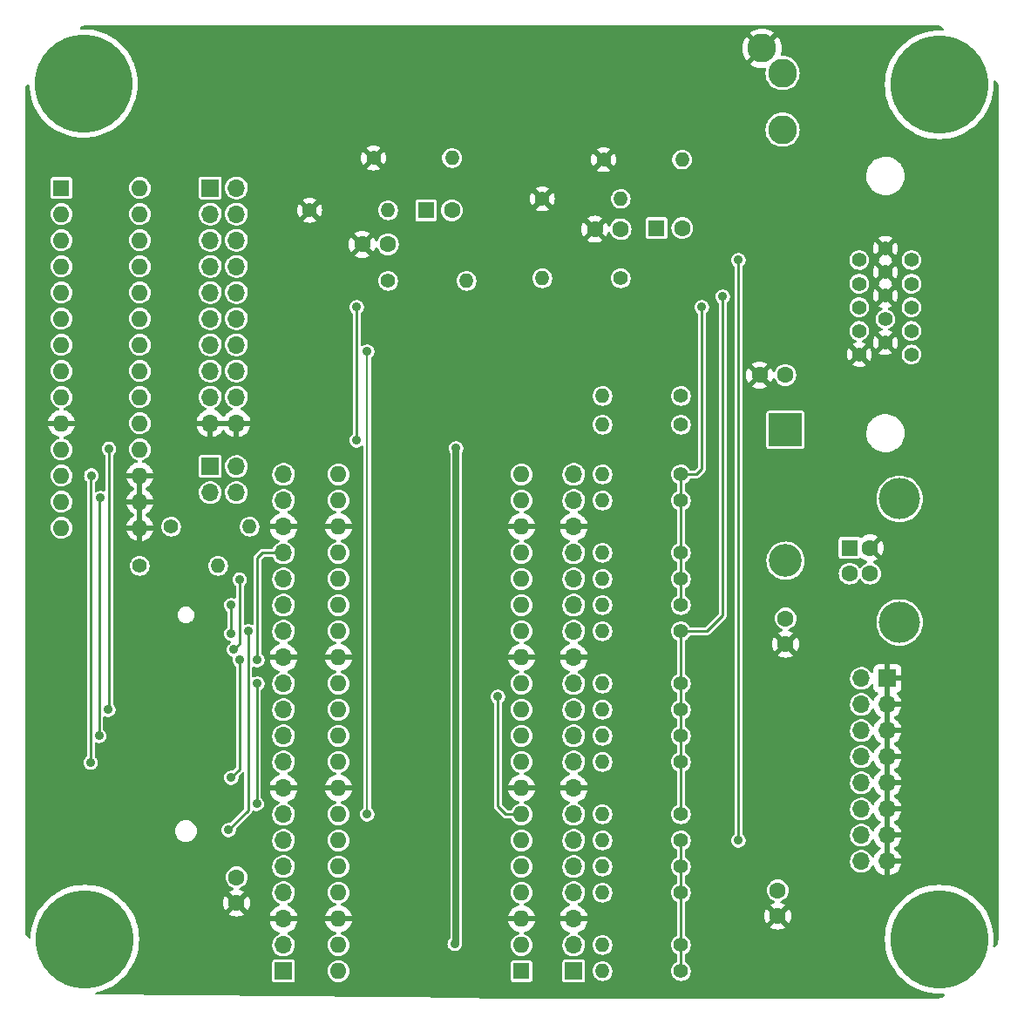
<source format=gbr>
G04 #@! TF.GenerationSoftware,KiCad,Pcbnew,(6.0.1)*
G04 #@! TF.CreationDate,2022-05-14T09:46:04-04:00*
G04 #@! TF.ProjectId,PiPico-01,50695069-636f-42d3-9031-2e6b69636164,2*
G04 #@! TF.SameCoordinates,Original*
G04 #@! TF.FileFunction,Copper,L2,Bot*
G04 #@! TF.FilePolarity,Positive*
%FSLAX46Y46*%
G04 Gerber Fmt 4.6, Leading zero omitted, Abs format (unit mm)*
G04 Created by KiCad (PCBNEW (6.0.1)) date 2022-05-14 09:46:04*
%MOMM*%
%LPD*%
G01*
G04 APERTURE LIST*
G04 #@! TA.AperFunction,ComponentPad*
%ADD10R,1.700000X1.700000*%
G04 #@! TD*
G04 #@! TA.AperFunction,ComponentPad*
%ADD11O,1.700000X1.700000*%
G04 #@! TD*
G04 #@! TA.AperFunction,ComponentPad*
%ADD12C,9.525000*%
G04 #@! TD*
G04 #@! TA.AperFunction,ComponentPad*
%ADD13C,1.397000*%
G04 #@! TD*
G04 #@! TA.AperFunction,ComponentPad*
%ADD14C,1.400000*%
G04 #@! TD*
G04 #@! TA.AperFunction,ComponentPad*
%ADD15O,1.400000X1.400000*%
G04 #@! TD*
G04 #@! TA.AperFunction,ComponentPad*
%ADD16R,1.600000X1.600000*%
G04 #@! TD*
G04 #@! TA.AperFunction,ComponentPad*
%ADD17O,1.600000X1.600000*%
G04 #@! TD*
G04 #@! TA.AperFunction,ComponentPad*
%ADD18C,1.600000*%
G04 #@! TD*
G04 #@! TA.AperFunction,ComponentPad*
%ADD19C,4.000000*%
G04 #@! TD*
G04 #@! TA.AperFunction,ComponentPad*
%ADD20R,3.200000X3.200000*%
G04 #@! TD*
G04 #@! TA.AperFunction,ComponentPad*
%ADD21O,3.200000X3.200000*%
G04 #@! TD*
G04 #@! TA.AperFunction,ComponentPad*
%ADD22C,2.800000*%
G04 #@! TD*
G04 #@! TA.AperFunction,ViaPad*
%ADD23C,0.889000*%
G04 #@! TD*
G04 #@! TA.AperFunction,Conductor*
%ADD24C,0.254000*%
G04 #@! TD*
G04 #@! TA.AperFunction,Conductor*
%ADD25C,0.203200*%
G04 #@! TD*
G04 #@! TA.AperFunction,Conductor*
%ADD26C,0.635000*%
G04 #@! TD*
G04 APERTURE END LIST*
D10*
X93980000Y-73660000D03*
D11*
X91440000Y-73660000D03*
X93980000Y-76200000D03*
X91440000Y-76200000D03*
X93980000Y-78740000D03*
X91440000Y-78740000D03*
X93980000Y-81280000D03*
X91440000Y-81280000D03*
X93980000Y-83820000D03*
X91440000Y-83820000D03*
X93980000Y-86360000D03*
X91440000Y-86360000D03*
X93980000Y-88900000D03*
X91440000Y-88900000D03*
X93980000Y-91440000D03*
X91440000Y-91440000D03*
D12*
X15875000Y-15875000D03*
X99000000Y-99000000D03*
X16000000Y-99000000D03*
X99000000Y-16000000D03*
D13*
X91239340Y-33027620D03*
X91239340Y-35318700D03*
X91239340Y-37604700D03*
X91239340Y-39898320D03*
X91239340Y-42186860D03*
X93779340Y-31882080D03*
X93779340Y-34173160D03*
X93779340Y-36464240D03*
X93779340Y-38752780D03*
X93779340Y-41043860D03*
X96319340Y-33027620D03*
X96319340Y-35318700D03*
X96316800Y-37607240D03*
X96319340Y-39898320D03*
X96319340Y-42186860D03*
D14*
X73914000Y-91948000D03*
D15*
X66294000Y-91948000D03*
D14*
X73914000Y-89408000D03*
D15*
X66294000Y-89408000D03*
D14*
X73914000Y-94488000D03*
D15*
X66294000Y-94488000D03*
D14*
X73914000Y-99568000D03*
D15*
X66294000Y-99568000D03*
D14*
X73914000Y-102108000D03*
D15*
X66294000Y-102108000D03*
D14*
X73914000Y-69088000D03*
D15*
X66294000Y-69088000D03*
D14*
X68072000Y-34798000D03*
D15*
X60452000Y-34798000D03*
D14*
X73914000Y-74168000D03*
D15*
X66294000Y-74168000D03*
D14*
X73914000Y-76708000D03*
D15*
X66294000Y-76708000D03*
D14*
X73914000Y-79248000D03*
D15*
X66294000Y-79248000D03*
D14*
X73914000Y-81788000D03*
D15*
X66294000Y-81788000D03*
D14*
X73914000Y-53848000D03*
D15*
X66294000Y-53848000D03*
D14*
X73914000Y-56388000D03*
D15*
X66294000Y-56388000D03*
D14*
X73914000Y-61468000D03*
D15*
X66294000Y-61468000D03*
D14*
X73914000Y-64008000D03*
D15*
X66294000Y-64008000D03*
D14*
X73914000Y-66548000D03*
D15*
X66294000Y-66548000D03*
X68072000Y-27076400D03*
D14*
X60452000Y-27076400D03*
X73914000Y-86868000D03*
D15*
X66294000Y-86868000D03*
D14*
X73914000Y-46228000D03*
D15*
X66294000Y-46228000D03*
D14*
X73914000Y-49022000D03*
D15*
X66294000Y-49022000D03*
D16*
X58425004Y-102102996D03*
D17*
X58425004Y-99562996D03*
X58425004Y-97022996D03*
X58425004Y-94482996D03*
X58425004Y-91942996D03*
X58425004Y-89402996D03*
X58425004Y-86862996D03*
X58425004Y-84322996D03*
X58425004Y-81782996D03*
X58425004Y-79242996D03*
X58425004Y-76702996D03*
X58425004Y-74162996D03*
X58425004Y-71622996D03*
X58425004Y-69082996D03*
X58425004Y-66542996D03*
X58425004Y-64002996D03*
X58425004Y-61462996D03*
X58425004Y-58922996D03*
X58425004Y-56382996D03*
X58425004Y-53842996D03*
X40645004Y-53842996D03*
X40645004Y-56382996D03*
X40645004Y-58922996D03*
X40645004Y-61462996D03*
X40645004Y-64002996D03*
X40645004Y-66542996D03*
X40645004Y-69082996D03*
X40645004Y-71622996D03*
X40645004Y-74162996D03*
X40645004Y-76702996D03*
X40645004Y-79242996D03*
X40645004Y-81782996D03*
X40645004Y-84322996D03*
X40645004Y-86862996D03*
X40645004Y-89402996D03*
X40645004Y-91942996D03*
X40645004Y-94482996D03*
X40645004Y-97022996D03*
X40645004Y-99562996D03*
X40645004Y-102102996D03*
D16*
X90297000Y-60980000D03*
D18*
X90297000Y-63480000D03*
X92297000Y-63480000D03*
X92297000Y-60980000D03*
D19*
X95157000Y-68230000D03*
X95157000Y-56230000D03*
D18*
X84054000Y-44196000D03*
X81554000Y-44196000D03*
D16*
X71540488Y-29921200D03*
D18*
X74040488Y-29921200D03*
X68052000Y-30022800D03*
X65552000Y-30022800D03*
X84074000Y-67838000D03*
X84074000Y-70338000D03*
X30734000Y-92984000D03*
X30734000Y-95484000D03*
X83312000Y-94254000D03*
X83312000Y-96754000D03*
D20*
X84074000Y-49530000D03*
D21*
X84074000Y-62230000D03*
D18*
X45446000Y-31496000D03*
X42946000Y-31496000D03*
D14*
X37846000Y-28194000D03*
D15*
X45466000Y-28194000D03*
D14*
X21336000Y-62738000D03*
D15*
X28956000Y-62738000D03*
D14*
X24384000Y-58928000D03*
D15*
X32004000Y-58928000D03*
D10*
X35306000Y-102108000D03*
D11*
X35306000Y-99568000D03*
X35306000Y-97028000D03*
X35306000Y-94488000D03*
X35306000Y-91948000D03*
X35306000Y-89408000D03*
X35306000Y-86868000D03*
X35306000Y-84328000D03*
X35306000Y-81788000D03*
X35306000Y-79248000D03*
X35306000Y-76708000D03*
X35306000Y-74168000D03*
X35306000Y-71628000D03*
X35306000Y-69088000D03*
X35306000Y-66548000D03*
X35306000Y-64008000D03*
X35306000Y-61468000D03*
X35306000Y-58928000D03*
X35306000Y-56388000D03*
X35306000Y-53848000D03*
D14*
X66395600Y-23266400D03*
D15*
X74015600Y-23266400D03*
D10*
X28189000Y-53081000D03*
D11*
X30729000Y-53081000D03*
X28189000Y-55621000D03*
X30729000Y-55621000D03*
D10*
X28189000Y-26015255D03*
D11*
X30729000Y-26015255D03*
X28189000Y-28555255D03*
X30729000Y-28555255D03*
X28189000Y-31095255D03*
X30729000Y-31095255D03*
X28189000Y-33635255D03*
X30729000Y-33635255D03*
X28189000Y-36175255D03*
X30729000Y-36175255D03*
X28189000Y-38715255D03*
X30729000Y-38715255D03*
X28189000Y-41255255D03*
X30729000Y-41255255D03*
X28189000Y-43795255D03*
X30729000Y-43795255D03*
X28189000Y-46335255D03*
X30729000Y-46335255D03*
X28189000Y-48875255D03*
X30729000Y-48875255D03*
D16*
X13726000Y-26020255D03*
D17*
X13726000Y-28560255D03*
X13726000Y-31100255D03*
X13726000Y-33640255D03*
X13726000Y-36180255D03*
X13726000Y-38720255D03*
X13726000Y-41260255D03*
X13726000Y-43800255D03*
X13726000Y-46340255D03*
X13726000Y-48880255D03*
X13726000Y-51420255D03*
X13726000Y-53960255D03*
X13726000Y-56500255D03*
X13726000Y-59040255D03*
X21346000Y-59040255D03*
X21346000Y-56500255D03*
X21346000Y-53960255D03*
X21346000Y-51420255D03*
X21346000Y-48880255D03*
X21346000Y-46340255D03*
X21346000Y-43800255D03*
X21346000Y-41260255D03*
X21346000Y-38720255D03*
X21346000Y-36180255D03*
X21346000Y-33640255D03*
X21346000Y-31100255D03*
X21346000Y-28560255D03*
X21346000Y-26020255D03*
D16*
X49159349Y-28194000D03*
D18*
X51659349Y-28194000D03*
D22*
X83788000Y-20356000D03*
X81788000Y-12456000D03*
X83788000Y-14856000D03*
D14*
X44043600Y-23114000D03*
D15*
X51663600Y-23114000D03*
D14*
X45466000Y-35052000D03*
D15*
X53086000Y-35052000D03*
D10*
X63500000Y-102108000D03*
D11*
X63500000Y-99568000D03*
X63500000Y-97028000D03*
X63500000Y-94488000D03*
X63500000Y-91948000D03*
X63500000Y-89408000D03*
X63500000Y-86868000D03*
X63500000Y-84328000D03*
X63500000Y-81788000D03*
X63500000Y-79248000D03*
X63500000Y-76708000D03*
X63500000Y-74168000D03*
X63500000Y-71628000D03*
X63500000Y-69088000D03*
X63500000Y-66548000D03*
X63500000Y-64008000D03*
X63500000Y-61468000D03*
X63500000Y-58928000D03*
X63500000Y-56388000D03*
X63500000Y-53848000D03*
D23*
X29972000Y-73406000D03*
X30226000Y-81026000D03*
X56896000Y-39370000D03*
X32766000Y-71882000D03*
X30226000Y-83312000D03*
X31051011Y-71882000D03*
X32701011Y-85852000D03*
X32766000Y-74168000D03*
X56134000Y-75438000D03*
X31051011Y-64071011D03*
X30480000Y-70866000D03*
X30226000Y-69342000D03*
X30226000Y-66548000D03*
X29972000Y-88392000D03*
X31876011Y-69088000D03*
X75946000Y-37592000D03*
X77978000Y-36576000D03*
X79502000Y-33020000D03*
X79502000Y-89408000D03*
X42418000Y-37592000D03*
X42418000Y-50546000D03*
X16573011Y-81851011D03*
X16622255Y-53960255D03*
X17526000Y-56134000D03*
X17398011Y-79248000D03*
X43434000Y-41910000D03*
X43434000Y-86868000D03*
X52070000Y-51308000D03*
X51937996Y-99435996D03*
X18351011Y-51371011D03*
X18288000Y-76708000D03*
D24*
X33274000Y-61468000D02*
X32766000Y-61976000D01*
X31051011Y-82486989D02*
X31051011Y-71882000D01*
X30226000Y-83312000D02*
X31051011Y-82486989D01*
X33274000Y-61468000D02*
X35306000Y-61468000D01*
X32766000Y-71882000D02*
X32766000Y-61976000D01*
X32701011Y-74232989D02*
X32766000Y-74168000D01*
X32701011Y-85852000D02*
X32701011Y-74232989D01*
X56891000Y-86863000D02*
X58425000Y-86863000D01*
X56134000Y-86106000D02*
X56891000Y-86863000D01*
X56134000Y-75438000D02*
X56134000Y-86106000D01*
X30480000Y-70866000D02*
X31051011Y-70294989D01*
X31051011Y-70294989D02*
X31051011Y-64071011D01*
X30226000Y-69342000D02*
X30226000Y-66548000D01*
X31876011Y-86487989D02*
X31876011Y-69088000D01*
X29972000Y-88392000D02*
X31876011Y-86487989D01*
X73914000Y-56388000D02*
X73914000Y-53848000D01*
X73914000Y-66548000D02*
X73914000Y-64008000D01*
X75946000Y-53340000D02*
X75946000Y-37592000D01*
X73914000Y-61468000D02*
X73914000Y-56134000D01*
X75438000Y-53848000D02*
X75946000Y-53340000D01*
X73914000Y-53848000D02*
X75438000Y-53848000D01*
X73914000Y-64008000D02*
X73914000Y-61468000D01*
X73914000Y-74168000D02*
X73914000Y-69088000D01*
X73914000Y-76708000D02*
X73914000Y-79248000D01*
X76454000Y-69088000D02*
X77978000Y-67564000D01*
X73914000Y-69088000D02*
X76454000Y-69088000D01*
X77978000Y-67564000D02*
X77978000Y-36576000D01*
X73914000Y-74168000D02*
X73914000Y-76708000D01*
X73914000Y-79248000D02*
X73914000Y-81788000D01*
X73914000Y-86868000D02*
X73914000Y-81788000D01*
X73914000Y-99568000D02*
X73914000Y-94488000D01*
X73914000Y-102108000D02*
X73914000Y-99568000D01*
X73914000Y-94488000D02*
X73914000Y-91948000D01*
X73914000Y-91948000D02*
X73914000Y-89408000D01*
X79502000Y-89408000D02*
X79502000Y-33020000D01*
X16573011Y-81851011D02*
X16573011Y-54009499D01*
X42418000Y-50546000D02*
X42418000Y-37592000D01*
X16573011Y-54009499D02*
X16622255Y-53960255D01*
X17398011Y-79248000D02*
X17398011Y-56261989D01*
X17398011Y-56261989D02*
X17526000Y-56134000D01*
D25*
X43434000Y-86868000D02*
X43434000Y-41910000D01*
D26*
X52070000Y-99303992D02*
X51937996Y-99435996D01*
X52070000Y-51308000D02*
X52070000Y-99303992D01*
D24*
X18288000Y-76708000D02*
X18351011Y-76644989D01*
X18351011Y-76644989D02*
X18351011Y-51371011D01*
G04 #@! TA.AperFunction,Conductor*
G36*
X98987153Y-10256421D02*
G01*
X99000000Y-10258976D01*
X99012172Y-10256555D01*
X99021195Y-10256555D01*
X99035786Y-10255406D01*
X99111023Y-10258362D01*
X99178305Y-10281023D01*
X99195170Y-10295170D01*
X99423357Y-10523357D01*
X99457383Y-10585669D01*
X99452318Y-10656484D01*
X99409771Y-10713320D01*
X99343251Y-10738131D01*
X99328766Y-10738332D01*
X99002748Y-10724098D01*
X99000000Y-10723978D01*
X98997252Y-10724098D01*
X98542924Y-10743934D01*
X98542913Y-10743935D01*
X98540164Y-10744055D01*
X98281135Y-10778157D01*
X98086553Y-10803774D01*
X98086548Y-10803775D01*
X98083828Y-10804133D01*
X97634465Y-10903754D01*
X97631840Y-10904582D01*
X97631835Y-10904583D01*
X97198122Y-11041332D01*
X97198114Y-11041335D01*
X97195494Y-11042161D01*
X96770257Y-11218300D01*
X96361989Y-11430831D01*
X95973798Y-11678136D01*
X95773710Y-11831669D01*
X95610806Y-11956669D01*
X95610800Y-11956674D01*
X95608638Y-11958333D01*
X95606618Y-11960184D01*
X95354811Y-12190923D01*
X95269289Y-12269289D01*
X94958333Y-12608638D01*
X94678136Y-12973798D01*
X94430831Y-13361989D01*
X94218300Y-13770257D01*
X94042161Y-14195494D01*
X94041335Y-14198114D01*
X94041332Y-14198122D01*
X93943166Y-14509465D01*
X93903754Y-14634465D01*
X93804133Y-15083828D01*
X93803775Y-15086548D01*
X93803774Y-15086553D01*
X93800597Y-15110687D01*
X93744055Y-15540164D01*
X93743935Y-15542913D01*
X93743934Y-15542924D01*
X93729779Y-15867142D01*
X93723978Y-16000000D01*
X93724098Y-16002748D01*
X93742944Y-16434389D01*
X93744055Y-16459836D01*
X93804133Y-16916172D01*
X93903754Y-17365535D01*
X93904582Y-17368160D01*
X93904583Y-17368165D01*
X94003550Y-17682047D01*
X94042161Y-17804506D01*
X94218300Y-18229743D01*
X94430831Y-18638011D01*
X94678136Y-19026202D01*
X94860754Y-19264194D01*
X94953236Y-19384719D01*
X94958333Y-19391362D01*
X95269289Y-19730711D01*
X95608638Y-20041667D01*
X95610800Y-20043326D01*
X95610806Y-20043331D01*
X95679940Y-20096379D01*
X95973798Y-20321864D01*
X96361989Y-20569169D01*
X96770257Y-20781700D01*
X97195494Y-20957839D01*
X97198114Y-20958665D01*
X97198122Y-20958668D01*
X97631835Y-21095417D01*
X97631840Y-21095418D01*
X97634465Y-21096246D01*
X98083828Y-21195867D01*
X98086548Y-21196225D01*
X98086553Y-21196226D01*
X98257423Y-21218721D01*
X98540164Y-21255945D01*
X98542913Y-21256065D01*
X98542924Y-21256066D01*
X98997252Y-21275902D01*
X99000000Y-21276022D01*
X99002748Y-21275902D01*
X99457076Y-21256066D01*
X99457087Y-21256065D01*
X99459836Y-21255945D01*
X99742577Y-21218721D01*
X99913447Y-21196226D01*
X99913452Y-21196225D01*
X99916172Y-21195867D01*
X100365535Y-21096246D01*
X100368160Y-21095418D01*
X100368165Y-21095417D01*
X100801878Y-20958668D01*
X100801886Y-20958665D01*
X100804506Y-20957839D01*
X101229743Y-20781700D01*
X101638011Y-20569169D01*
X102026202Y-20321864D01*
X102320060Y-20096379D01*
X102389194Y-20043331D01*
X102389200Y-20043326D01*
X102391362Y-20041667D01*
X102730711Y-19730711D01*
X103041667Y-19391362D01*
X103046765Y-19384719D01*
X103139246Y-19264194D01*
X103321864Y-19026202D01*
X103569169Y-18638011D01*
X103781700Y-18229743D01*
X103957839Y-17804506D01*
X103996451Y-17682047D01*
X104095417Y-17368165D01*
X104095418Y-17368160D01*
X104096246Y-17365535D01*
X104195867Y-16916172D01*
X104255945Y-16459836D01*
X104257057Y-16434389D01*
X104275902Y-16002748D01*
X104276022Y-16000000D01*
X104270221Y-15867142D01*
X104261668Y-15671234D01*
X104278680Y-15602306D01*
X104330256Y-15553517D01*
X104400023Y-15540357D01*
X104465828Y-15567005D01*
X104476643Y-15576643D01*
X104704830Y-15804830D01*
X104738856Y-15867142D01*
X104741638Y-15888975D01*
X104744051Y-15950382D01*
X104744594Y-15964210D01*
X104743445Y-15978805D01*
X104743445Y-15987828D01*
X104741024Y-16000000D01*
X104743445Y-16012170D01*
X104743579Y-16012844D01*
X104746000Y-16037425D01*
X104746000Y-98962575D01*
X104743579Y-98987153D01*
X104741024Y-99000000D01*
X104743445Y-99012172D01*
X104743445Y-99021195D01*
X104744594Y-99035786D01*
X104734378Y-99295804D01*
X104729474Y-99420615D01*
X104706813Y-99487898D01*
X104690830Y-99506563D01*
X104445042Y-99742520D01*
X104382049Y-99775266D01*
X104311351Y-99768758D01*
X104255395Y-99725060D01*
X104231947Y-99658048D01*
X104232861Y-99635179D01*
X104249793Y-99506563D01*
X104255945Y-99459836D01*
X104256339Y-99450826D01*
X104275902Y-99002748D01*
X104276022Y-99000000D01*
X104272345Y-98915791D01*
X104256066Y-98542924D01*
X104256065Y-98542913D01*
X104255945Y-98540164D01*
X104195867Y-98083828D01*
X104096246Y-97634465D01*
X104064654Y-97534267D01*
X103958668Y-97198122D01*
X103958665Y-97198114D01*
X103957839Y-97195494D01*
X103784712Y-96777528D01*
X103782753Y-96772799D01*
X103782752Y-96772798D01*
X103781700Y-96770257D01*
X103569169Y-96361989D01*
X103321864Y-95973798D01*
X103135038Y-95730321D01*
X103043331Y-95610806D01*
X103043326Y-95610800D01*
X103041667Y-95608638D01*
X102803839Y-95349094D01*
X102732562Y-95271309D01*
X102730711Y-95269289D01*
X102391362Y-94958333D01*
X102389200Y-94956674D01*
X102389194Y-94956669D01*
X102221502Y-94827995D01*
X102026202Y-94678136D01*
X101638011Y-94430831D01*
X101229743Y-94218300D01*
X100804506Y-94042161D01*
X100801886Y-94041335D01*
X100801878Y-94041332D01*
X100368165Y-93904583D01*
X100368160Y-93904582D01*
X100365535Y-93903754D01*
X99916172Y-93804133D01*
X99913452Y-93803775D01*
X99913447Y-93803774D01*
X99742577Y-93781279D01*
X99459836Y-93744055D01*
X99457087Y-93743935D01*
X99457076Y-93743934D01*
X99002748Y-93724098D01*
X99000000Y-93723978D01*
X98997252Y-93724098D01*
X98542924Y-93743934D01*
X98542913Y-93743935D01*
X98540164Y-93744055D01*
X98257423Y-93781279D01*
X98086553Y-93803774D01*
X98086548Y-93803775D01*
X98083828Y-93804133D01*
X97634465Y-93903754D01*
X97631840Y-93904582D01*
X97631835Y-93904583D01*
X97198122Y-94041332D01*
X97198114Y-94041335D01*
X97195494Y-94042161D01*
X96770257Y-94218300D01*
X96361989Y-94430831D01*
X95973798Y-94678136D01*
X95778498Y-94827995D01*
X95610806Y-94956669D01*
X95610800Y-94956674D01*
X95608638Y-94958333D01*
X95269289Y-95269289D01*
X95267438Y-95271309D01*
X95196161Y-95349094D01*
X94958333Y-95608638D01*
X94956674Y-95610800D01*
X94956669Y-95610806D01*
X94864962Y-95730321D01*
X94678136Y-95973798D01*
X94430831Y-96361989D01*
X94218300Y-96770257D01*
X94217248Y-96772798D01*
X94217247Y-96772799D01*
X94215288Y-96777528D01*
X94042161Y-97195494D01*
X94041335Y-97198114D01*
X94041332Y-97198122D01*
X93935346Y-97534267D01*
X93903754Y-97634465D01*
X93804133Y-98083828D01*
X93744055Y-98540164D01*
X93743935Y-98542913D01*
X93743934Y-98542924D01*
X93727655Y-98915791D01*
X93723978Y-99000000D01*
X93724098Y-99002748D01*
X93743662Y-99450826D01*
X93744055Y-99459836D01*
X93770150Y-99658048D01*
X93803664Y-99912607D01*
X93804133Y-99916172D01*
X93903754Y-100365535D01*
X93904582Y-100368160D01*
X93904583Y-100368165D01*
X94033051Y-100775612D01*
X94042161Y-100804506D01*
X94148654Y-101061603D01*
X94213735Y-101218721D01*
X94218300Y-101229743D01*
X94430831Y-101638011D01*
X94678136Y-102026202D01*
X94761451Y-102134780D01*
X94921682Y-102343597D01*
X94958333Y-102391362D01*
X95269289Y-102730711D01*
X95608638Y-103041667D01*
X95610800Y-103043326D01*
X95610806Y-103043331D01*
X95725278Y-103131168D01*
X95973798Y-103321864D01*
X96361989Y-103569169D01*
X96770257Y-103781700D01*
X97195494Y-103957839D01*
X97198114Y-103958665D01*
X97198122Y-103958668D01*
X97631835Y-104095417D01*
X97631840Y-104095418D01*
X97634465Y-104096246D01*
X98083828Y-104195867D01*
X98086548Y-104196225D01*
X98086553Y-104196226D01*
X98257423Y-104218721D01*
X98540164Y-104255945D01*
X98542913Y-104256065D01*
X98542924Y-104256066D01*
X98997252Y-104275902D01*
X99000000Y-104276022D01*
X99002748Y-104275902D01*
X99423335Y-104257539D01*
X99492263Y-104274551D01*
X99541052Y-104326127D01*
X99554212Y-104395894D01*
X99527564Y-104461699D01*
X99516090Y-104474314D01*
X99277540Y-104703321D01*
X99214546Y-104736067D01*
X99195228Y-104738329D01*
X99126643Y-104741024D01*
X99035786Y-104744594D01*
X99021199Y-104743445D01*
X99012172Y-104743445D01*
X99000000Y-104741024D01*
X98987153Y-104743579D01*
X98962575Y-104746000D01*
X54526627Y-104746000D01*
X54525460Y-104745995D01*
X54250060Y-104743445D01*
X17145227Y-104399882D01*
X17077296Y-104379250D01*
X17031302Y-104325166D01*
X17021849Y-104254801D01*
X17051939Y-104190496D01*
X17112018Y-104152667D01*
X17119124Y-104150874D01*
X17362842Y-104096843D01*
X17365535Y-104096246D01*
X17368160Y-104095418D01*
X17368165Y-104095417D01*
X17801878Y-103958668D01*
X17801886Y-103958665D01*
X17804506Y-103957839D01*
X18229743Y-103781700D01*
X18638011Y-103569169D01*
X19026202Y-103321864D01*
X19274722Y-103131168D01*
X19389194Y-103043331D01*
X19389200Y-103043326D01*
X19391362Y-103041667D01*
X19730711Y-102730711D01*
X20041667Y-102391362D01*
X20078319Y-102343597D01*
X20238549Y-102134780D01*
X20321864Y-102026202D01*
X20569169Y-101638011D01*
X20780039Y-101232933D01*
X34201500Y-101232933D01*
X34201501Y-102983066D01*
X34205326Y-103002297D01*
X34213390Y-103042840D01*
X34216266Y-103057301D01*
X34272516Y-103141484D01*
X34356699Y-103197734D01*
X34430933Y-103212500D01*
X35305858Y-103212500D01*
X36181066Y-103212499D01*
X36216818Y-103205388D01*
X36243126Y-103200156D01*
X36243128Y-103200155D01*
X36255301Y-103197734D01*
X36265621Y-103190839D01*
X36265622Y-103190838D01*
X36329168Y-103148377D01*
X36339484Y-103141484D01*
X36395734Y-103057301D01*
X36410500Y-102983067D01*
X36410499Y-102088202D01*
X39585505Y-102088202D01*
X39586559Y-102100752D01*
X39602205Y-102287064D01*
X39602810Y-102294274D01*
X39659811Y-102493062D01*
X39662629Y-102498544D01*
X39662630Y-102498548D01*
X39751518Y-102671505D01*
X39751521Y-102671509D01*
X39754338Y-102676991D01*
X39882790Y-102839057D01*
X39887483Y-102843051D01*
X39887484Y-102843052D01*
X39980099Y-102921873D01*
X40040275Y-102973087D01*
X40220793Y-103073976D01*
X40417470Y-103137880D01*
X40622813Y-103162366D01*
X40628948Y-103161894D01*
X40628950Y-103161894D01*
X40822860Y-103146973D01*
X40822864Y-103146972D01*
X40829002Y-103146500D01*
X41028182Y-103090888D01*
X41033686Y-103088108D01*
X41033688Y-103088107D01*
X41207266Y-103000427D01*
X41207268Y-103000426D01*
X41212767Y-102997648D01*
X41375726Y-102870330D01*
X41379752Y-102865666D01*
X41379755Y-102865663D01*
X41506823Y-102718453D01*
X41506824Y-102718451D01*
X41510852Y-102713785D01*
X41612999Y-102533975D01*
X41661161Y-102389194D01*
X41676329Y-102343597D01*
X41676330Y-102343594D01*
X41678274Y-102337749D01*
X41704193Y-102132582D01*
X41704606Y-102102996D01*
X41684426Y-101897185D01*
X41624655Y-101699213D01*
X41562690Y-101582674D01*
X41530463Y-101522063D01*
X41530461Y-101522060D01*
X41527569Y-101516621D01*
X41523678Y-101511851D01*
X41523676Y-101511847D01*
X41400762Y-101361139D01*
X41400759Y-101361136D01*
X41396867Y-101356364D01*
X41389970Y-101350658D01*
X41302056Y-101277929D01*
X57370504Y-101277929D01*
X57370505Y-102928062D01*
X57377616Y-102963814D01*
X57382653Y-102989137D01*
X57385270Y-103002297D01*
X57392165Y-103012616D01*
X57392166Y-103012618D01*
X57417740Y-103050891D01*
X57441520Y-103086480D01*
X57525703Y-103142730D01*
X57599937Y-103157496D01*
X58424870Y-103157496D01*
X59250070Y-103157495D01*
X59285822Y-103150384D01*
X59312130Y-103145152D01*
X59312132Y-103145151D01*
X59324305Y-103142730D01*
X59334625Y-103135835D01*
X59334626Y-103135834D01*
X59398172Y-103093373D01*
X59408488Y-103086480D01*
X59464738Y-103002297D01*
X59479504Y-102928063D01*
X59479503Y-101277930D01*
X59472392Y-101242178D01*
X59470553Y-101232933D01*
X62395500Y-101232933D01*
X62395501Y-102983066D01*
X62399326Y-103002297D01*
X62407390Y-103042840D01*
X62410266Y-103057301D01*
X62466516Y-103141484D01*
X62550699Y-103197734D01*
X62624933Y-103212500D01*
X63499858Y-103212500D01*
X64375066Y-103212499D01*
X64410818Y-103205388D01*
X64437126Y-103200156D01*
X64437128Y-103200155D01*
X64449301Y-103197734D01*
X64459621Y-103190839D01*
X64459622Y-103190838D01*
X64523168Y-103148377D01*
X64533484Y-103141484D01*
X64589734Y-103057301D01*
X64604500Y-102983067D01*
X64604499Y-102094609D01*
X65334975Y-102094609D01*
X65350639Y-102281139D01*
X65352338Y-102287064D01*
X65378246Y-102377414D01*
X65402235Y-102461075D01*
X65405050Y-102466552D01*
X65405051Y-102466555D01*
X65439700Y-102533975D01*
X65487797Y-102627562D01*
X65491620Y-102632386D01*
X65491623Y-102632390D01*
X65567951Y-102728691D01*
X65604068Y-102774259D01*
X65608762Y-102778254D01*
X65721409Y-102874124D01*
X65746618Y-102895579D01*
X65751996Y-102898585D01*
X65751998Y-102898586D01*
X65804741Y-102928063D01*
X65910018Y-102986900D01*
X66088043Y-103044744D01*
X66273914Y-103066908D01*
X66280049Y-103066436D01*
X66280051Y-103066436D01*
X66454408Y-103053020D01*
X66454413Y-103053019D01*
X66460549Y-103052547D01*
X66466479Y-103050891D01*
X66466481Y-103050891D01*
X66634913Y-103003864D01*
X66634912Y-103003864D01*
X66640841Y-103002209D01*
X66649871Y-102997648D01*
X66775611Y-102934131D01*
X66807921Y-102917810D01*
X66828114Y-102902034D01*
X66950571Y-102806360D01*
X66950572Y-102806360D01*
X66955427Y-102802566D01*
X67077738Y-102660867D01*
X67170198Y-102498108D01*
X67229283Y-102320491D01*
X67252744Y-102134780D01*
X67253118Y-102108000D01*
X67251805Y-102094609D01*
X72954975Y-102094609D01*
X72970639Y-102281139D01*
X72972338Y-102287064D01*
X72998246Y-102377414D01*
X73022235Y-102461075D01*
X73025050Y-102466552D01*
X73025051Y-102466555D01*
X73059700Y-102533975D01*
X73107797Y-102627562D01*
X73111620Y-102632386D01*
X73111623Y-102632390D01*
X73187951Y-102728691D01*
X73224068Y-102774259D01*
X73228762Y-102778254D01*
X73341409Y-102874124D01*
X73366618Y-102895579D01*
X73371996Y-102898585D01*
X73371998Y-102898586D01*
X73424741Y-102928063D01*
X73530018Y-102986900D01*
X73708043Y-103044744D01*
X73893914Y-103066908D01*
X73900049Y-103066436D01*
X73900051Y-103066436D01*
X74074408Y-103053020D01*
X74074413Y-103053019D01*
X74080549Y-103052547D01*
X74086479Y-103050891D01*
X74086481Y-103050891D01*
X74254913Y-103003864D01*
X74254912Y-103003864D01*
X74260841Y-103002209D01*
X74269871Y-102997648D01*
X74395611Y-102934131D01*
X74427921Y-102917810D01*
X74448114Y-102902034D01*
X74570571Y-102806360D01*
X74570572Y-102806360D01*
X74575427Y-102802566D01*
X74697738Y-102660867D01*
X74790198Y-102498108D01*
X74849283Y-102320491D01*
X74872744Y-102134780D01*
X74873118Y-102108000D01*
X74854852Y-101921706D01*
X74800749Y-101742509D01*
X74767605Y-101680174D01*
X74715764Y-101582674D01*
X74715762Y-101582671D01*
X74712870Y-101577232D01*
X74708980Y-101572462D01*
X74708977Y-101572458D01*
X74598457Y-101436948D01*
X74598454Y-101436945D01*
X74594562Y-101432173D01*
X74450332Y-101312855D01*
X74361570Y-101264861D01*
X74311162Y-101214867D01*
X74295500Y-101154026D01*
X74295500Y-100522217D01*
X74315502Y-100454096D01*
X74364689Y-100409751D01*
X74398602Y-100392620D01*
X74427921Y-100377810D01*
X74443633Y-100365535D01*
X74570571Y-100266360D01*
X74570572Y-100266360D01*
X74575427Y-100262566D01*
X74686734Y-100133615D01*
X74693709Y-100125535D01*
X74693710Y-100125533D01*
X74697738Y-100120867D01*
X74790198Y-99958108D01*
X74849283Y-99780491D01*
X74872744Y-99594780D01*
X74873118Y-99568000D01*
X74854852Y-99381706D01*
X74800749Y-99202509D01*
X74791316Y-99184768D01*
X74715764Y-99042674D01*
X74715762Y-99042671D01*
X74712870Y-99037232D01*
X74708980Y-99032462D01*
X74708977Y-99032458D01*
X74598457Y-98896948D01*
X74598454Y-98896945D01*
X74594562Y-98892173D01*
X74450332Y-98772855D01*
X74361570Y-98724861D01*
X74311162Y-98674867D01*
X74295500Y-98614026D01*
X74295500Y-97840062D01*
X82590493Y-97840062D01*
X82599789Y-97852077D01*
X82650994Y-97887931D01*
X82660489Y-97893414D01*
X82857947Y-97985490D01*
X82868239Y-97989236D01*
X83078688Y-98045625D01*
X83089481Y-98047528D01*
X83306525Y-98066517D01*
X83317475Y-98066517D01*
X83534519Y-98047528D01*
X83545312Y-98045625D01*
X83755761Y-97989236D01*
X83766053Y-97985490D01*
X83963511Y-97893414D01*
X83973006Y-97887931D01*
X84025048Y-97851491D01*
X84033424Y-97841012D01*
X84026356Y-97827566D01*
X83324812Y-97126022D01*
X83310868Y-97118408D01*
X83309035Y-97118539D01*
X83302420Y-97122790D01*
X82596923Y-97828287D01*
X82590493Y-97840062D01*
X74295500Y-97840062D01*
X74295500Y-96759475D01*
X81999483Y-96759475D01*
X82018472Y-96976519D01*
X82020375Y-96987312D01*
X82076764Y-97197761D01*
X82080510Y-97208053D01*
X82172586Y-97405511D01*
X82178069Y-97415006D01*
X82214509Y-97467048D01*
X82224988Y-97475424D01*
X82238434Y-97468356D01*
X82939978Y-96766812D01*
X82946356Y-96755132D01*
X83676408Y-96755132D01*
X83676539Y-96756965D01*
X83680790Y-96763580D01*
X84386287Y-97469077D01*
X84398062Y-97475507D01*
X84410077Y-97466211D01*
X84445931Y-97415006D01*
X84451414Y-97405511D01*
X84543490Y-97208053D01*
X84547236Y-97197761D01*
X84603625Y-96987312D01*
X84605528Y-96976519D01*
X84624517Y-96759475D01*
X84624517Y-96748525D01*
X84605528Y-96531481D01*
X84603625Y-96520688D01*
X84547236Y-96310239D01*
X84543490Y-96299947D01*
X84451414Y-96102489D01*
X84445931Y-96092994D01*
X84409491Y-96040952D01*
X84399012Y-96032576D01*
X84385566Y-96039644D01*
X83684022Y-96741188D01*
X83676408Y-96755132D01*
X82946356Y-96755132D01*
X82947592Y-96752868D01*
X82947461Y-96751035D01*
X82943210Y-96744420D01*
X82237713Y-96038923D01*
X82225938Y-96032493D01*
X82213923Y-96041789D01*
X82178069Y-96092994D01*
X82172586Y-96102489D01*
X82080510Y-96299947D01*
X82076764Y-96310239D01*
X82020375Y-96520688D01*
X82018472Y-96531481D01*
X81999483Y-96748525D01*
X81999483Y-96759475D01*
X74295500Y-96759475D01*
X74295500Y-95442217D01*
X74315502Y-95374096D01*
X74364689Y-95329751D01*
X74378465Y-95322792D01*
X74427921Y-95297810D01*
X74435687Y-95291743D01*
X74570571Y-95186360D01*
X74570572Y-95186360D01*
X74575427Y-95182566D01*
X74697738Y-95040867D01*
X74703942Y-95029947D01*
X74766777Y-94919336D01*
X74790198Y-94878108D01*
X74849283Y-94700491D01*
X74872744Y-94514780D01*
X74873118Y-94488000D01*
X74854852Y-94301706D01*
X74835982Y-94239206D01*
X82252501Y-94239206D01*
X82259260Y-94319699D01*
X82265831Y-94397938D01*
X82269806Y-94445278D01*
X82326807Y-94644066D01*
X82329625Y-94649548D01*
X82329626Y-94649552D01*
X82418514Y-94822509D01*
X82418517Y-94822513D01*
X82421334Y-94827995D01*
X82549786Y-94990061D01*
X82554479Y-94994055D01*
X82554480Y-94994056D01*
X82701985Y-95119592D01*
X82707271Y-95124091D01*
X82887789Y-95224980D01*
X82967976Y-95251034D01*
X82969933Y-95251670D01*
X83028539Y-95291743D01*
X83056176Y-95357140D01*
X83044069Y-95427097D01*
X82996063Y-95479403D01*
X82963608Y-95493210D01*
X82868239Y-95518764D01*
X82857947Y-95522510D01*
X82660489Y-95614586D01*
X82650994Y-95620069D01*
X82598952Y-95656509D01*
X82590576Y-95666988D01*
X82597644Y-95680434D01*
X83299188Y-96381978D01*
X83313132Y-96389592D01*
X83314965Y-96389461D01*
X83321580Y-96385210D01*
X84027077Y-95679713D01*
X84033507Y-95667938D01*
X84024211Y-95655923D01*
X83973006Y-95620069D01*
X83963511Y-95614586D01*
X83766053Y-95522510D01*
X83755761Y-95518764D01*
X83663709Y-95494099D01*
X83603086Y-95457147D01*
X83572065Y-95393287D01*
X83580493Y-95322792D01*
X83625696Y-95268045D01*
X83662435Y-95251034D01*
X83689237Y-95243551D01*
X83689239Y-95243550D01*
X83695178Y-95241892D01*
X83700682Y-95239112D01*
X83700684Y-95239111D01*
X83874262Y-95151431D01*
X83874264Y-95151430D01*
X83879763Y-95148652D01*
X84042722Y-95021334D01*
X84046748Y-95016670D01*
X84046751Y-95016667D01*
X84173819Y-94869457D01*
X84173820Y-94869455D01*
X84177848Y-94864789D01*
X84232308Y-94768923D01*
X84276950Y-94690340D01*
X84276952Y-94690336D01*
X84279995Y-94684979D01*
X84327443Y-94542344D01*
X84343325Y-94494601D01*
X84343326Y-94494598D01*
X84345270Y-94488753D01*
X84371189Y-94283586D01*
X84371602Y-94254000D01*
X84351422Y-94048189D01*
X84291651Y-93850217D01*
X84224570Y-93724056D01*
X84197459Y-93673067D01*
X84197457Y-93673064D01*
X84194565Y-93667625D01*
X84190674Y-93662855D01*
X84190672Y-93662851D01*
X84067758Y-93512143D01*
X84067755Y-93512140D01*
X84063863Y-93507368D01*
X84059075Y-93503407D01*
X83909271Y-93379478D01*
X83909266Y-93379475D01*
X83904522Y-93375550D01*
X83899103Y-93372620D01*
X83899100Y-93372618D01*
X83728032Y-93280122D01*
X83728027Y-93280120D01*
X83722612Y-93277192D01*
X83525063Y-93216040D01*
X83518938Y-93215396D01*
X83518937Y-93215396D01*
X83325526Y-93195068D01*
X83325524Y-93195068D01*
X83319397Y-93194424D01*
X83193229Y-93205906D01*
X83119591Y-93212607D01*
X83119590Y-93212607D01*
X83113450Y-93213166D01*
X82915066Y-93271554D01*
X82909601Y-93274411D01*
X82737261Y-93364508D01*
X82737257Y-93364511D01*
X82731801Y-93367363D01*
X82727001Y-93371223D01*
X82727000Y-93371223D01*
X82713269Y-93382263D01*
X82570635Y-93496943D01*
X82437708Y-93655360D01*
X82338082Y-93836578D01*
X82275553Y-94033696D01*
X82274867Y-94039813D01*
X82274866Y-94039817D01*
X82253188Y-94233081D01*
X82252501Y-94239206D01*
X74835982Y-94239206D01*
X74800749Y-94122509D01*
X74791316Y-94104768D01*
X74715764Y-93962674D01*
X74715762Y-93962671D01*
X74712870Y-93957232D01*
X74708980Y-93952462D01*
X74708977Y-93952458D01*
X74598457Y-93816948D01*
X74598454Y-93816945D01*
X74594562Y-93812173D01*
X74584844Y-93804133D01*
X74521021Y-93751334D01*
X74450332Y-93692855D01*
X74361570Y-93644861D01*
X74311162Y-93594867D01*
X74295500Y-93534026D01*
X74295500Y-92902217D01*
X74315502Y-92834096D01*
X74364689Y-92789751D01*
X74399119Y-92772359D01*
X74427921Y-92757810D01*
X74438457Y-92749579D01*
X74570571Y-92646360D01*
X74570572Y-92646360D01*
X74575427Y-92642566D01*
X74697738Y-92500867D01*
X74790198Y-92338108D01*
X74849283Y-92160491D01*
X74872744Y-91974780D01*
X74873118Y-91948000D01*
X74854852Y-91761706D01*
X74800749Y-91582509D01*
X74791316Y-91564768D01*
X74715764Y-91422674D01*
X74715762Y-91422671D01*
X74712870Y-91417232D01*
X74708980Y-91412462D01*
X74708977Y-91412458D01*
X74707759Y-91410964D01*
X90331148Y-91410964D01*
X90344424Y-91613522D01*
X90345845Y-91619118D01*
X90345846Y-91619123D01*
X90377236Y-91742718D01*
X90394392Y-91810269D01*
X90396809Y-91815512D01*
X90434010Y-91896208D01*
X90479377Y-91994616D01*
X90596533Y-92160389D01*
X90600675Y-92164424D01*
X90649939Y-92212414D01*
X90741938Y-92302035D01*
X90910720Y-92414812D01*
X90916023Y-92417090D01*
X90916026Y-92417092D01*
X91091921Y-92492662D01*
X91097228Y-92494942D01*
X91151984Y-92507332D01*
X91289579Y-92538467D01*
X91289584Y-92538468D01*
X91295216Y-92539742D01*
X91300987Y-92539969D01*
X91300989Y-92539969D01*
X91360756Y-92542317D01*
X91498053Y-92547712D01*
X91598499Y-92533148D01*
X91693231Y-92519413D01*
X91693236Y-92519412D01*
X91698945Y-92518584D01*
X91704409Y-92516729D01*
X91704414Y-92516728D01*
X91885693Y-92455192D01*
X91885698Y-92455190D01*
X91891165Y-92453334D01*
X92068276Y-92354147D01*
X92081113Y-92343471D01*
X92202945Y-92242143D01*
X92224345Y-92224345D01*
X92314659Y-92115755D01*
X92350453Y-92072718D01*
X92350455Y-92072715D01*
X92354147Y-92068276D01*
X92432592Y-91928202D01*
X92450510Y-91896208D01*
X92450511Y-91896206D01*
X92453334Y-91891165D01*
X92455720Y-91884135D01*
X92456170Y-91883496D01*
X92457541Y-91880416D01*
X92458146Y-91880685D01*
X92496553Y-91826059D01*
X92562305Y-91799278D01*
X92632098Y-91812295D01*
X92683773Y-91860980D01*
X92691777Y-91877229D01*
X92761770Y-92049603D01*
X92766413Y-92058794D01*
X92877694Y-92240388D01*
X92883777Y-92248699D01*
X93023213Y-92409667D01*
X93030580Y-92416883D01*
X93194434Y-92552916D01*
X93202881Y-92558831D01*
X93386756Y-92666279D01*
X93396042Y-92670729D01*
X93595001Y-92746703D01*
X93604899Y-92749579D01*
X93708250Y-92770606D01*
X93722299Y-92769410D01*
X93726000Y-92759065D01*
X93726000Y-92758517D01*
X94234000Y-92758517D01*
X94238064Y-92772359D01*
X94251478Y-92774393D01*
X94258184Y-92773534D01*
X94268262Y-92771392D01*
X94472255Y-92710191D01*
X94481842Y-92706433D01*
X94673095Y-92612739D01*
X94681945Y-92607464D01*
X94855328Y-92483792D01*
X94863200Y-92477139D01*
X95014052Y-92326812D01*
X95020730Y-92318965D01*
X95145003Y-92146020D01*
X95150313Y-92137183D01*
X95244670Y-91946267D01*
X95248469Y-91936672D01*
X95310377Y-91732910D01*
X95312555Y-91722837D01*
X95313986Y-91711962D01*
X95311775Y-91697778D01*
X95298617Y-91694000D01*
X94252115Y-91694000D01*
X94236876Y-91698475D01*
X94235671Y-91699865D01*
X94234000Y-91707548D01*
X94234000Y-92758517D01*
X93726000Y-92758517D01*
X93726000Y-91167885D01*
X94234000Y-91167885D01*
X94238475Y-91183124D01*
X94239865Y-91184329D01*
X94247548Y-91186000D01*
X95298344Y-91186000D01*
X95311875Y-91182027D01*
X95313180Y-91172947D01*
X95271213Y-91005871D01*
X95267894Y-90996124D01*
X95182972Y-90800814D01*
X95178105Y-90791739D01*
X95062426Y-90612926D01*
X95056136Y-90604757D01*
X94912806Y-90447240D01*
X94905273Y-90440215D01*
X94738139Y-90308222D01*
X94729552Y-90302517D01*
X94692116Y-90281851D01*
X94642146Y-90231419D01*
X94627374Y-90161976D01*
X94652490Y-90095571D01*
X94679842Y-90068964D01*
X94855327Y-89943792D01*
X94863200Y-89937139D01*
X95014052Y-89786812D01*
X95020730Y-89778965D01*
X95145003Y-89606020D01*
X95150313Y-89597183D01*
X95244670Y-89406267D01*
X95248469Y-89396672D01*
X95310377Y-89192910D01*
X95312555Y-89182837D01*
X95313986Y-89171962D01*
X95311775Y-89157778D01*
X95298617Y-89154000D01*
X94252115Y-89154000D01*
X94236876Y-89158475D01*
X94235671Y-89159865D01*
X94234000Y-89167548D01*
X94234000Y-91167885D01*
X93726000Y-91167885D01*
X93726000Y-88627885D01*
X94234000Y-88627885D01*
X94238475Y-88643124D01*
X94239865Y-88644329D01*
X94247548Y-88646000D01*
X95298344Y-88646000D01*
X95311875Y-88642027D01*
X95313180Y-88632947D01*
X95271213Y-88465871D01*
X95267894Y-88456124D01*
X95182972Y-88260814D01*
X95178105Y-88251739D01*
X95062426Y-88072926D01*
X95056136Y-88064757D01*
X94912806Y-87907240D01*
X94905273Y-87900215D01*
X94738139Y-87768222D01*
X94729552Y-87762517D01*
X94692116Y-87741851D01*
X94642146Y-87691419D01*
X94627374Y-87621976D01*
X94652490Y-87555571D01*
X94679842Y-87528964D01*
X94855327Y-87403792D01*
X94863200Y-87397139D01*
X95014052Y-87246812D01*
X95020730Y-87238965D01*
X95145003Y-87066020D01*
X95150313Y-87057183D01*
X95244670Y-86866267D01*
X95248469Y-86856672D01*
X95310377Y-86652910D01*
X95312555Y-86642837D01*
X95313986Y-86631962D01*
X95311775Y-86617778D01*
X95298617Y-86614000D01*
X94252115Y-86614000D01*
X94236876Y-86618475D01*
X94235671Y-86619865D01*
X94234000Y-86627548D01*
X94234000Y-88627885D01*
X93726000Y-88627885D01*
X93726000Y-86087885D01*
X94234000Y-86087885D01*
X94238475Y-86103124D01*
X94239865Y-86104329D01*
X94247548Y-86106000D01*
X95298344Y-86106000D01*
X95311875Y-86102027D01*
X95313180Y-86092947D01*
X95271213Y-85925871D01*
X95267894Y-85916124D01*
X95182972Y-85720814D01*
X95178105Y-85711739D01*
X95062426Y-85532926D01*
X95056136Y-85524757D01*
X94912806Y-85367240D01*
X94905273Y-85360215D01*
X94738139Y-85228222D01*
X94729552Y-85222517D01*
X94692116Y-85201851D01*
X94642146Y-85151419D01*
X94627374Y-85081976D01*
X94652490Y-85015571D01*
X94679842Y-84988964D01*
X94855327Y-84863792D01*
X94863200Y-84857139D01*
X95014052Y-84706812D01*
X95020730Y-84698965D01*
X95145003Y-84526020D01*
X95150313Y-84517183D01*
X95244670Y-84326267D01*
X95248469Y-84316672D01*
X95310377Y-84112910D01*
X95312555Y-84102837D01*
X95313986Y-84091962D01*
X95311775Y-84077778D01*
X95298617Y-84074000D01*
X94252115Y-84074000D01*
X94236876Y-84078475D01*
X94235671Y-84079865D01*
X94234000Y-84087548D01*
X94234000Y-86087885D01*
X93726000Y-86087885D01*
X93726000Y-83547885D01*
X94234000Y-83547885D01*
X94238475Y-83563124D01*
X94239865Y-83564329D01*
X94247548Y-83566000D01*
X95298344Y-83566000D01*
X95311875Y-83562027D01*
X95313180Y-83552947D01*
X95271214Y-83385875D01*
X95267894Y-83376124D01*
X95182972Y-83180814D01*
X95178105Y-83171739D01*
X95062426Y-82992926D01*
X95056136Y-82984757D01*
X94912806Y-82827240D01*
X94905273Y-82820215D01*
X94738139Y-82688222D01*
X94729552Y-82682517D01*
X94692116Y-82661851D01*
X94642146Y-82611419D01*
X94627374Y-82541976D01*
X94652490Y-82475571D01*
X94679842Y-82448964D01*
X94855327Y-82323792D01*
X94863200Y-82317139D01*
X95014052Y-82166812D01*
X95020730Y-82158965D01*
X95145003Y-81986020D01*
X95150313Y-81977183D01*
X95244670Y-81786267D01*
X95248469Y-81776672D01*
X95310377Y-81572910D01*
X95312555Y-81562837D01*
X95313986Y-81551962D01*
X95311775Y-81537778D01*
X95298617Y-81534000D01*
X94252115Y-81534000D01*
X94236876Y-81538475D01*
X94235671Y-81539865D01*
X94234000Y-81547548D01*
X94234000Y-83547885D01*
X93726000Y-83547885D01*
X93726000Y-81007885D01*
X94234000Y-81007885D01*
X94238475Y-81023124D01*
X94239865Y-81024329D01*
X94247548Y-81026000D01*
X95298344Y-81026000D01*
X95311875Y-81022027D01*
X95313180Y-81012947D01*
X95271213Y-80845871D01*
X95267894Y-80836124D01*
X95182972Y-80640814D01*
X95178105Y-80631739D01*
X95062426Y-80452926D01*
X95056136Y-80444757D01*
X94912806Y-80287240D01*
X94905273Y-80280215D01*
X94738139Y-80148222D01*
X94729552Y-80142517D01*
X94692116Y-80121851D01*
X94642146Y-80071419D01*
X94627374Y-80001976D01*
X94652490Y-79935571D01*
X94679842Y-79908964D01*
X94855327Y-79783792D01*
X94863200Y-79777139D01*
X95014052Y-79626812D01*
X95020730Y-79618965D01*
X95145003Y-79446020D01*
X95150313Y-79437183D01*
X95244670Y-79246267D01*
X95248469Y-79236672D01*
X95310377Y-79032910D01*
X95312555Y-79022837D01*
X95313986Y-79011962D01*
X95311775Y-78997778D01*
X95298617Y-78994000D01*
X94252115Y-78994000D01*
X94236876Y-78998475D01*
X94235671Y-78999865D01*
X94234000Y-79007548D01*
X94234000Y-81007885D01*
X93726000Y-81007885D01*
X93726000Y-78467885D01*
X94234000Y-78467885D01*
X94238475Y-78483124D01*
X94239865Y-78484329D01*
X94247548Y-78486000D01*
X95298344Y-78486000D01*
X95311875Y-78482027D01*
X95313180Y-78472947D01*
X95271213Y-78305871D01*
X95267894Y-78296124D01*
X95182972Y-78100814D01*
X95178105Y-78091739D01*
X95062426Y-77912926D01*
X95056136Y-77904757D01*
X94912806Y-77747240D01*
X94905273Y-77740215D01*
X94738139Y-77608222D01*
X94729552Y-77602517D01*
X94692116Y-77581851D01*
X94642146Y-77531419D01*
X94627374Y-77461976D01*
X94652490Y-77395571D01*
X94679842Y-77368964D01*
X94855327Y-77243792D01*
X94863200Y-77237139D01*
X95014052Y-77086812D01*
X95020730Y-77078965D01*
X95145003Y-76906020D01*
X95150313Y-76897183D01*
X95244670Y-76706267D01*
X95248469Y-76696672D01*
X95310377Y-76492910D01*
X95312555Y-76482837D01*
X95313986Y-76471962D01*
X95311775Y-76457778D01*
X95298617Y-76454000D01*
X94252115Y-76454000D01*
X94236876Y-76458475D01*
X94235671Y-76459865D01*
X94234000Y-76467548D01*
X94234000Y-78467885D01*
X93726000Y-78467885D01*
X93726000Y-75927885D01*
X94234000Y-75927885D01*
X94238475Y-75943124D01*
X94239865Y-75944329D01*
X94247548Y-75946000D01*
X95298344Y-75946000D01*
X95311875Y-75942027D01*
X95313180Y-75932947D01*
X95271213Y-75765871D01*
X95267894Y-75756124D01*
X95182972Y-75560814D01*
X95178105Y-75551739D01*
X95062426Y-75372926D01*
X95056136Y-75364757D01*
X94911931Y-75206279D01*
X94880879Y-75142433D01*
X94889273Y-75071934D01*
X94934450Y-75017166D01*
X94960894Y-75003497D01*
X95068054Y-74963324D01*
X95083649Y-74954786D01*
X95185724Y-74878285D01*
X95198285Y-74865724D01*
X95274786Y-74763649D01*
X95283324Y-74748054D01*
X95328478Y-74627606D01*
X95332105Y-74612351D01*
X95337631Y-74561486D01*
X95338000Y-74554672D01*
X95338000Y-73932115D01*
X95333525Y-73916876D01*
X95332135Y-73915671D01*
X95324452Y-73914000D01*
X94252115Y-73914000D01*
X94236876Y-73918475D01*
X94235671Y-73919865D01*
X94234000Y-73927548D01*
X94234000Y-75927885D01*
X93726000Y-75927885D01*
X93726000Y-73387885D01*
X94234000Y-73387885D01*
X94238475Y-73403124D01*
X94239865Y-73404329D01*
X94247548Y-73406000D01*
X95319884Y-73406000D01*
X95335123Y-73401525D01*
X95336328Y-73400135D01*
X95337999Y-73392452D01*
X95337999Y-72765331D01*
X95337629Y-72758510D01*
X95332105Y-72707648D01*
X95328479Y-72692396D01*
X95283324Y-72571946D01*
X95274786Y-72556351D01*
X95198285Y-72454276D01*
X95185724Y-72441715D01*
X95083649Y-72365214D01*
X95068054Y-72356676D01*
X94947606Y-72311522D01*
X94932351Y-72307895D01*
X94881486Y-72302369D01*
X94874672Y-72302000D01*
X94252115Y-72302000D01*
X94236876Y-72306475D01*
X94235671Y-72307865D01*
X94234000Y-72315548D01*
X94234000Y-73387885D01*
X93726000Y-73387885D01*
X93726000Y-72320116D01*
X93721525Y-72304877D01*
X93720135Y-72303672D01*
X93712452Y-72302001D01*
X93085331Y-72302001D01*
X93078510Y-72302371D01*
X93027648Y-72307895D01*
X93012396Y-72311521D01*
X92891946Y-72356676D01*
X92876351Y-72365214D01*
X92774276Y-72441715D01*
X92761715Y-72454276D01*
X92685214Y-72556351D01*
X92676676Y-72571946D01*
X92631522Y-72692394D01*
X92627895Y-72707649D01*
X92622369Y-72758514D01*
X92622000Y-72765328D01*
X92622000Y-73020160D01*
X92601998Y-73088281D01*
X92548342Y-73134774D01*
X92478068Y-73144878D01*
X92413488Y-73115384D01*
X92388567Y-73085994D01*
X92388331Y-73085608D01*
X92385776Y-73080428D01*
X92380745Y-73073690D01*
X92294835Y-72958644D01*
X92264320Y-72917779D01*
X92115258Y-72779987D01*
X92110375Y-72776906D01*
X92110371Y-72776903D01*
X91948464Y-72674748D01*
X91943581Y-72671667D01*
X91755039Y-72596446D01*
X91749379Y-72595320D01*
X91749375Y-72595319D01*
X91561613Y-72557971D01*
X91561610Y-72557971D01*
X91555946Y-72556844D01*
X91550171Y-72556768D01*
X91550167Y-72556768D01*
X91448793Y-72555441D01*
X91352971Y-72554187D01*
X91347274Y-72555166D01*
X91347273Y-72555166D01*
X91199368Y-72580581D01*
X91152910Y-72588564D01*
X90962463Y-72658824D01*
X90788010Y-72762612D01*
X90783670Y-72766418D01*
X90783666Y-72766421D01*
X90683484Y-72854279D01*
X90635392Y-72896455D01*
X90631817Y-72900990D01*
X90631816Y-72900991D01*
X90621675Y-72913855D01*
X90509720Y-73055869D01*
X90507031Y-73060980D01*
X90507029Y-73060983D01*
X90493870Y-73085994D01*
X90415203Y-73235515D01*
X90355007Y-73429378D01*
X90331148Y-73630964D01*
X90344424Y-73833522D01*
X90345845Y-73839118D01*
X90345846Y-73839123D01*
X90377236Y-73962718D01*
X90394392Y-74030269D01*
X90396809Y-74035512D01*
X90441857Y-74133229D01*
X90479377Y-74214616D01*
X90596533Y-74380389D01*
X90600675Y-74384424D01*
X90649939Y-74432414D01*
X90741938Y-74522035D01*
X90746742Y-74525245D01*
X90795925Y-74558108D01*
X90910720Y-74634812D01*
X90916023Y-74637090D01*
X90916026Y-74637092D01*
X91078365Y-74706838D01*
X91097228Y-74714942D01*
X91151984Y-74727332D01*
X91289579Y-74758467D01*
X91289584Y-74758468D01*
X91295216Y-74759742D01*
X91300987Y-74759969D01*
X91300989Y-74759969D01*
X91355354Y-74762105D01*
X91498053Y-74767712D01*
X91598499Y-74753148D01*
X91693231Y-74739413D01*
X91693236Y-74739412D01*
X91698945Y-74738584D01*
X91704409Y-74736729D01*
X91704414Y-74736728D01*
X91885693Y-74675192D01*
X91885698Y-74675190D01*
X91891165Y-74673334D01*
X91933651Y-74649541D01*
X91978886Y-74624208D01*
X92068276Y-74574147D01*
X92081113Y-74563471D01*
X92219913Y-74448031D01*
X92224345Y-74444345D01*
X92305253Y-74347064D01*
X92350453Y-74292718D01*
X92350455Y-74292715D01*
X92354147Y-74288276D01*
X92356969Y-74283236D01*
X92356973Y-74283231D01*
X92386067Y-74231279D01*
X92436804Y-74181617D01*
X92506335Y-74167270D01*
X92572586Y-74192791D01*
X92614522Y-74250080D01*
X92622001Y-74292845D01*
X92622001Y-74554669D01*
X92622371Y-74561490D01*
X92627895Y-74612352D01*
X92631521Y-74627604D01*
X92676676Y-74748054D01*
X92685214Y-74763649D01*
X92761715Y-74865724D01*
X92774276Y-74878285D01*
X92876351Y-74954786D01*
X92891946Y-74963324D01*
X93001337Y-75004333D01*
X93058101Y-75046975D01*
X93082801Y-75113536D01*
X93067594Y-75182885D01*
X93048201Y-75209366D01*
X92924590Y-75338717D01*
X92918104Y-75346727D01*
X92798098Y-75522649D01*
X92793000Y-75531623D01*
X92703338Y-75724783D01*
X92699777Y-75734464D01*
X92695291Y-75750640D01*
X92657813Y-75810939D01*
X92593684Y-75841403D01*
X92523266Y-75832360D01*
X92468915Y-75786682D01*
X92460867Y-75772698D01*
X92388331Y-75625609D01*
X92385776Y-75620428D01*
X92374981Y-75605971D01*
X92267777Y-75462409D01*
X92264320Y-75457779D01*
X92115258Y-75319987D01*
X92110375Y-75316906D01*
X92110371Y-75316903D01*
X91959790Y-75221894D01*
X91943581Y-75211667D01*
X91755039Y-75136446D01*
X91749379Y-75135320D01*
X91749375Y-75135319D01*
X91561613Y-75097971D01*
X91561610Y-75097971D01*
X91555946Y-75096844D01*
X91550171Y-75096768D01*
X91550167Y-75096768D01*
X91448793Y-75095441D01*
X91352971Y-75094187D01*
X91347274Y-75095166D01*
X91347273Y-75095166D01*
X91165294Y-75126436D01*
X91152910Y-75128564D01*
X90962463Y-75198824D01*
X90788010Y-75302612D01*
X90783670Y-75306418D01*
X90783666Y-75306421D01*
X90650626Y-75423095D01*
X90635392Y-75436455D01*
X90631817Y-75440990D01*
X90631816Y-75440991D01*
X90622549Y-75452746D01*
X90509720Y-75595869D01*
X90507031Y-75600980D01*
X90507029Y-75600983D01*
X90494073Y-75625609D01*
X90415203Y-75775515D01*
X90355007Y-75969378D01*
X90331148Y-76170964D01*
X90344424Y-76373522D01*
X90345845Y-76379118D01*
X90345846Y-76379123D01*
X90377236Y-76502718D01*
X90394392Y-76570269D01*
X90396809Y-76575512D01*
X90434010Y-76656208D01*
X90479377Y-76754616D01*
X90596533Y-76920389D01*
X90600675Y-76924424D01*
X90649939Y-76972414D01*
X90741938Y-77062035D01*
X90910720Y-77174812D01*
X90916023Y-77177090D01*
X90916026Y-77177092D01*
X91091921Y-77252662D01*
X91097228Y-77254942D01*
X91151984Y-77267332D01*
X91289579Y-77298467D01*
X91289584Y-77298468D01*
X91295216Y-77299742D01*
X91300987Y-77299969D01*
X91300989Y-77299969D01*
X91360756Y-77302317D01*
X91498053Y-77307712D01*
X91598499Y-77293148D01*
X91693231Y-77279413D01*
X91693236Y-77279412D01*
X91698945Y-77278584D01*
X91704409Y-77276729D01*
X91704414Y-77276728D01*
X91885693Y-77215192D01*
X91885698Y-77215190D01*
X91891165Y-77213334D01*
X91933651Y-77189541D01*
X91978886Y-77164208D01*
X92068276Y-77114147D01*
X92081113Y-77103471D01*
X92195696Y-77008172D01*
X92224345Y-76984345D01*
X92305253Y-76887064D01*
X92350453Y-76832718D01*
X92350455Y-76832715D01*
X92354147Y-76828276D01*
X92434537Y-76684730D01*
X92450510Y-76656208D01*
X92450511Y-76656206D01*
X92453334Y-76651165D01*
X92455720Y-76644135D01*
X92456170Y-76643496D01*
X92457541Y-76640416D01*
X92458146Y-76640685D01*
X92496553Y-76586059D01*
X92562305Y-76559278D01*
X92632098Y-76572295D01*
X92683773Y-76620980D01*
X92691777Y-76637229D01*
X92761770Y-76809603D01*
X92766413Y-76818794D01*
X92877694Y-77000388D01*
X92883777Y-77008699D01*
X93023213Y-77169667D01*
X93030580Y-77176883D01*
X93194434Y-77312916D01*
X93202881Y-77318831D01*
X93272479Y-77359501D01*
X93321203Y-77411140D01*
X93334274Y-77480923D01*
X93307543Y-77546694D01*
X93267087Y-77580053D01*
X93258462Y-77584542D01*
X93249738Y-77590036D01*
X93079433Y-77717905D01*
X93071726Y-77724748D01*
X92924590Y-77878717D01*
X92918104Y-77886727D01*
X92798098Y-78062649D01*
X92793000Y-78071623D01*
X92703338Y-78264783D01*
X92699777Y-78274464D01*
X92695291Y-78290640D01*
X92657813Y-78350939D01*
X92593684Y-78381403D01*
X92523266Y-78372360D01*
X92468915Y-78326682D01*
X92460867Y-78312698D01*
X92388331Y-78165609D01*
X92385776Y-78160428D01*
X92374981Y-78145971D01*
X92267777Y-78002409D01*
X92264320Y-77997779D01*
X92115258Y-77859987D01*
X92110375Y-77856906D01*
X92110371Y-77856903D01*
X91959790Y-77761894D01*
X91943581Y-77751667D01*
X91755039Y-77676446D01*
X91749379Y-77675320D01*
X91749375Y-77675319D01*
X91561613Y-77637971D01*
X91561610Y-77637971D01*
X91555946Y-77636844D01*
X91550171Y-77636768D01*
X91550167Y-77636768D01*
X91448793Y-77635441D01*
X91352971Y-77634187D01*
X91347274Y-77635166D01*
X91347273Y-77635166D01*
X91165294Y-77666436D01*
X91152910Y-77668564D01*
X90962463Y-77738824D01*
X90788010Y-77842612D01*
X90783670Y-77846418D01*
X90783666Y-77846421D01*
X90639733Y-77972648D01*
X90635392Y-77976455D01*
X90509720Y-78135869D01*
X90507031Y-78140980D01*
X90507029Y-78140983D01*
X90494073Y-78165609D01*
X90415203Y-78315515D01*
X90355007Y-78509378D01*
X90331148Y-78710964D01*
X90344424Y-78913522D01*
X90345845Y-78919118D01*
X90345846Y-78919123D01*
X90377236Y-79042718D01*
X90394392Y-79110269D01*
X90396809Y-79115512D01*
X90434010Y-79196208D01*
X90479377Y-79294616D01*
X90596533Y-79460389D01*
X90600675Y-79464424D01*
X90649939Y-79512414D01*
X90741938Y-79602035D01*
X90910720Y-79714812D01*
X90916023Y-79717090D01*
X90916026Y-79717092D01*
X91084696Y-79789558D01*
X91097228Y-79794942D01*
X91151984Y-79807332D01*
X91289579Y-79838467D01*
X91289584Y-79838468D01*
X91295216Y-79839742D01*
X91300987Y-79839969D01*
X91300989Y-79839969D01*
X91360756Y-79842317D01*
X91498053Y-79847712D01*
X91598499Y-79833148D01*
X91693231Y-79819413D01*
X91693236Y-79819412D01*
X91698945Y-79818584D01*
X91704409Y-79816729D01*
X91704414Y-79816728D01*
X91885693Y-79755192D01*
X91885698Y-79755190D01*
X91891165Y-79753334D01*
X91933651Y-79729541D01*
X91978886Y-79704208D01*
X92068276Y-79654147D01*
X92081113Y-79643471D01*
X92195696Y-79548172D01*
X92224345Y-79524345D01*
X92305253Y-79427064D01*
X92350453Y-79372718D01*
X92350455Y-79372715D01*
X92354147Y-79368276D01*
X92434537Y-79224730D01*
X92450510Y-79196208D01*
X92450511Y-79196206D01*
X92453334Y-79191165D01*
X92455720Y-79184135D01*
X92456170Y-79183496D01*
X92457541Y-79180416D01*
X92458146Y-79180685D01*
X92496553Y-79126059D01*
X92562305Y-79099278D01*
X92632098Y-79112295D01*
X92683773Y-79160980D01*
X92691777Y-79177229D01*
X92761770Y-79349603D01*
X92766413Y-79358794D01*
X92877694Y-79540388D01*
X92883777Y-79548699D01*
X93023213Y-79709667D01*
X93030580Y-79716883D01*
X93194434Y-79852916D01*
X93202881Y-79858831D01*
X93272479Y-79899501D01*
X93321203Y-79951140D01*
X93334274Y-80020923D01*
X93307543Y-80086694D01*
X93267087Y-80120053D01*
X93258462Y-80124542D01*
X93249738Y-80130036D01*
X93079433Y-80257905D01*
X93071726Y-80264748D01*
X92924590Y-80418717D01*
X92918104Y-80426727D01*
X92798098Y-80602649D01*
X92793000Y-80611623D01*
X92703338Y-80804783D01*
X92699777Y-80814464D01*
X92695291Y-80830640D01*
X92657813Y-80890939D01*
X92593684Y-80921403D01*
X92523266Y-80912360D01*
X92468915Y-80866682D01*
X92460867Y-80852698D01*
X92388331Y-80705609D01*
X92385776Y-80700428D01*
X92374981Y-80685971D01*
X92267777Y-80542409D01*
X92264320Y-80537779D01*
X92115258Y-80399987D01*
X92110375Y-80396906D01*
X92110371Y-80396903D01*
X91959790Y-80301894D01*
X91943581Y-80291667D01*
X91755039Y-80216446D01*
X91749379Y-80215320D01*
X91749375Y-80215319D01*
X91561613Y-80177971D01*
X91561610Y-80177971D01*
X91555946Y-80176844D01*
X91550171Y-80176768D01*
X91550167Y-80176768D01*
X91448793Y-80175441D01*
X91352971Y-80174187D01*
X91347274Y-80175166D01*
X91347273Y-80175166D01*
X91165294Y-80206436D01*
X91152910Y-80208564D01*
X90962463Y-80278824D01*
X90788010Y-80382612D01*
X90783670Y-80386418D01*
X90783666Y-80386421D01*
X90639733Y-80512648D01*
X90635392Y-80516455D01*
X90509720Y-80675869D01*
X90507031Y-80680980D01*
X90507029Y-80680983D01*
X90494073Y-80705609D01*
X90415203Y-80855515D01*
X90355007Y-81049378D01*
X90331148Y-81250964D01*
X90344424Y-81453522D01*
X90345845Y-81459118D01*
X90345846Y-81459123D01*
X90377236Y-81582718D01*
X90394392Y-81650269D01*
X90396809Y-81655512D01*
X90434010Y-81736208D01*
X90479377Y-81834616D01*
X90596533Y-82000389D01*
X90600675Y-82004424D01*
X90649939Y-82052414D01*
X90741938Y-82142035D01*
X90910720Y-82254812D01*
X90916023Y-82257090D01*
X90916026Y-82257092D01*
X91080190Y-82327622D01*
X91097228Y-82334942D01*
X91151984Y-82347332D01*
X91289579Y-82378467D01*
X91289584Y-82378468D01*
X91295216Y-82379742D01*
X91300987Y-82379969D01*
X91300989Y-82379969D01*
X91360756Y-82382317D01*
X91498053Y-82387712D01*
X91598499Y-82373148D01*
X91693231Y-82359413D01*
X91693236Y-82359412D01*
X91698945Y-82358584D01*
X91704409Y-82356729D01*
X91704414Y-82356728D01*
X91885693Y-82295192D01*
X91885698Y-82295190D01*
X91891165Y-82293334D01*
X91920732Y-82276776D01*
X91978886Y-82244208D01*
X92068276Y-82194147D01*
X92081113Y-82183471D01*
X92195696Y-82088172D01*
X92224345Y-82064345D01*
X92314659Y-81955755D01*
X92350453Y-81912718D01*
X92350455Y-81912715D01*
X92354147Y-81908276D01*
X92434537Y-81764730D01*
X92450510Y-81736208D01*
X92450511Y-81736206D01*
X92453334Y-81731165D01*
X92455720Y-81724135D01*
X92456170Y-81723496D01*
X92457541Y-81720416D01*
X92458146Y-81720685D01*
X92496553Y-81666059D01*
X92562305Y-81639278D01*
X92632098Y-81652295D01*
X92683773Y-81700980D01*
X92691777Y-81717229D01*
X92761770Y-81889603D01*
X92766413Y-81898794D01*
X92877694Y-82080388D01*
X92883777Y-82088699D01*
X93023213Y-82249667D01*
X93030580Y-82256883D01*
X93194434Y-82392916D01*
X93202881Y-82398831D01*
X93272479Y-82439501D01*
X93321203Y-82491140D01*
X93334274Y-82560923D01*
X93307543Y-82626694D01*
X93267087Y-82660053D01*
X93258462Y-82664542D01*
X93249738Y-82670036D01*
X93079433Y-82797905D01*
X93071726Y-82804748D01*
X92924590Y-82958717D01*
X92918104Y-82966727D01*
X92798098Y-83142649D01*
X92793000Y-83151623D01*
X92703338Y-83344783D01*
X92699777Y-83354464D01*
X92695291Y-83370640D01*
X92657813Y-83430939D01*
X92593684Y-83461403D01*
X92523266Y-83452360D01*
X92468915Y-83406682D01*
X92460867Y-83392698D01*
X92388331Y-83245609D01*
X92385776Y-83240428D01*
X92264320Y-83077779D01*
X92156396Y-82978015D01*
X92119503Y-82943911D01*
X92115258Y-82939987D01*
X92110375Y-82936906D01*
X92110371Y-82936903D01*
X91960538Y-82842366D01*
X91943581Y-82831667D01*
X91755039Y-82756446D01*
X91749379Y-82755320D01*
X91749375Y-82755319D01*
X91561613Y-82717971D01*
X91561610Y-82717971D01*
X91555946Y-82716844D01*
X91550171Y-82716768D01*
X91550167Y-82716768D01*
X91448793Y-82715441D01*
X91352971Y-82714187D01*
X91347274Y-82715166D01*
X91347273Y-82715166D01*
X91165294Y-82746436D01*
X91152910Y-82748564D01*
X90962463Y-82818824D01*
X90788010Y-82922612D01*
X90783670Y-82926418D01*
X90783666Y-82926421D01*
X90692293Y-83006554D01*
X90635392Y-83056455D01*
X90509720Y-83215869D01*
X90507031Y-83220980D01*
X90507029Y-83220983D01*
X90494073Y-83245609D01*
X90415203Y-83395515D01*
X90355007Y-83589378D01*
X90331148Y-83790964D01*
X90344424Y-83993522D01*
X90345845Y-83999118D01*
X90345846Y-83999123D01*
X90368304Y-84087548D01*
X90394392Y-84190269D01*
X90396809Y-84195512D01*
X90434010Y-84276208D01*
X90479377Y-84374616D01*
X90596533Y-84540389D01*
X90600675Y-84544424D01*
X90643327Y-84585973D01*
X90741938Y-84682035D01*
X90910720Y-84794812D01*
X90916023Y-84797090D01*
X90916026Y-84797092D01*
X91091921Y-84872662D01*
X91097228Y-84874942D01*
X91170244Y-84891464D01*
X91289579Y-84918467D01*
X91289584Y-84918468D01*
X91295216Y-84919742D01*
X91300987Y-84919969D01*
X91300989Y-84919969D01*
X91360756Y-84922317D01*
X91498053Y-84927712D01*
X91598499Y-84913148D01*
X91693231Y-84899413D01*
X91693236Y-84899412D01*
X91698945Y-84898584D01*
X91704409Y-84896729D01*
X91704414Y-84896728D01*
X91885693Y-84835192D01*
X91885698Y-84835190D01*
X91891165Y-84833334D01*
X92068276Y-84734147D01*
X92130934Y-84682035D01*
X92204428Y-84620910D01*
X92224345Y-84604345D01*
X92354147Y-84448276D01*
X92453334Y-84271165D01*
X92455720Y-84264135D01*
X92456170Y-84263496D01*
X92457541Y-84260416D01*
X92458146Y-84260685D01*
X92496553Y-84206059D01*
X92562305Y-84179278D01*
X92632098Y-84192295D01*
X92683773Y-84240980D01*
X92691777Y-84257229D01*
X92761770Y-84429603D01*
X92766413Y-84438794D01*
X92877694Y-84620388D01*
X92883777Y-84628699D01*
X93023213Y-84789667D01*
X93030580Y-84796883D01*
X93194434Y-84932916D01*
X93202881Y-84938831D01*
X93272479Y-84979501D01*
X93321203Y-85031140D01*
X93334274Y-85100923D01*
X93307543Y-85166694D01*
X93267087Y-85200053D01*
X93258462Y-85204542D01*
X93249738Y-85210036D01*
X93079433Y-85337905D01*
X93071726Y-85344748D01*
X92924590Y-85498717D01*
X92918104Y-85506727D01*
X92798098Y-85682649D01*
X92793000Y-85691623D01*
X92703338Y-85884783D01*
X92699777Y-85894464D01*
X92695291Y-85910640D01*
X92657813Y-85970939D01*
X92593684Y-86001403D01*
X92523266Y-85992360D01*
X92468915Y-85946682D01*
X92460867Y-85932698D01*
X92388331Y-85785609D01*
X92385776Y-85780428D01*
X92380745Y-85773690D01*
X92319430Y-85691580D01*
X92264320Y-85617779D01*
X92115258Y-85479987D01*
X92110375Y-85476906D01*
X92110371Y-85476903D01*
X91948464Y-85374748D01*
X91943581Y-85371667D01*
X91755039Y-85296446D01*
X91749379Y-85295320D01*
X91749375Y-85295319D01*
X91561613Y-85257971D01*
X91561610Y-85257971D01*
X91555946Y-85256844D01*
X91550171Y-85256768D01*
X91550167Y-85256768D01*
X91448793Y-85255441D01*
X91352971Y-85254187D01*
X91347274Y-85255166D01*
X91347273Y-85255166D01*
X91238825Y-85273801D01*
X91152910Y-85288564D01*
X90962463Y-85358824D01*
X90788010Y-85462612D01*
X90783670Y-85466418D01*
X90783666Y-85466421D01*
X90683484Y-85554279D01*
X90635392Y-85596455D01*
X90631817Y-85600990D01*
X90631816Y-85600991D01*
X90621675Y-85613855D01*
X90509720Y-85755869D01*
X90507031Y-85760980D01*
X90507029Y-85760983D01*
X90494073Y-85785609D01*
X90415203Y-85935515D01*
X90355007Y-86129378D01*
X90331148Y-86330964D01*
X90344424Y-86533522D01*
X90345845Y-86539118D01*
X90345846Y-86539123D01*
X90384911Y-86692938D01*
X90394392Y-86730269D01*
X90396809Y-86735512D01*
X90434010Y-86816208D01*
X90479377Y-86914616D01*
X90482710Y-86919332D01*
X90554732Y-87021241D01*
X90596533Y-87080389D01*
X90600675Y-87084424D01*
X90647208Y-87129754D01*
X90741938Y-87222035D01*
X90910720Y-87334812D01*
X90916023Y-87337090D01*
X90916026Y-87337092D01*
X91091921Y-87412662D01*
X91097228Y-87414942D01*
X91151984Y-87427332D01*
X91289579Y-87458467D01*
X91289584Y-87458468D01*
X91295216Y-87459742D01*
X91300987Y-87459969D01*
X91300989Y-87459969D01*
X91360756Y-87462317D01*
X91498053Y-87467712D01*
X91598499Y-87453148D01*
X91693231Y-87439413D01*
X91693236Y-87439412D01*
X91698945Y-87438584D01*
X91704409Y-87436729D01*
X91704414Y-87436728D01*
X91885693Y-87375192D01*
X91885698Y-87375190D01*
X91891165Y-87373334D01*
X91933651Y-87349541D01*
X91983193Y-87321796D01*
X92068276Y-87274147D01*
X92081113Y-87263471D01*
X92197761Y-87166455D01*
X92224345Y-87144345D01*
X92305253Y-87047064D01*
X92350453Y-86992718D01*
X92350455Y-86992715D01*
X92354147Y-86988276D01*
X92425564Y-86860752D01*
X92450510Y-86816208D01*
X92450511Y-86816206D01*
X92453334Y-86811165D01*
X92455720Y-86804135D01*
X92456170Y-86803496D01*
X92457541Y-86800416D01*
X92458146Y-86800685D01*
X92496553Y-86746059D01*
X92562305Y-86719278D01*
X92632098Y-86732295D01*
X92683773Y-86780980D01*
X92691777Y-86797229D01*
X92761770Y-86969603D01*
X92766413Y-86978794D01*
X92877694Y-87160388D01*
X92883777Y-87168699D01*
X93023213Y-87329667D01*
X93030580Y-87336883D01*
X93194434Y-87472916D01*
X93202881Y-87478831D01*
X93272479Y-87519501D01*
X93321203Y-87571140D01*
X93334274Y-87640923D01*
X93307543Y-87706694D01*
X93267087Y-87740053D01*
X93258462Y-87744542D01*
X93249738Y-87750036D01*
X93079433Y-87877905D01*
X93071726Y-87884748D01*
X92924590Y-88038717D01*
X92918104Y-88046727D01*
X92798098Y-88222649D01*
X92793000Y-88231623D01*
X92703338Y-88424783D01*
X92699777Y-88434464D01*
X92695291Y-88450640D01*
X92657813Y-88510939D01*
X92593684Y-88541403D01*
X92523266Y-88532360D01*
X92468915Y-88486682D01*
X92460867Y-88472698D01*
X92388331Y-88325609D01*
X92385776Y-88320428D01*
X92374981Y-88305971D01*
X92329569Y-88245158D01*
X92264320Y-88157779D01*
X92157744Y-88059261D01*
X92119503Y-88023911D01*
X92115258Y-88019987D01*
X92110375Y-88016906D01*
X92110371Y-88016903D01*
X91959790Y-87921894D01*
X91943581Y-87911667D01*
X91755039Y-87836446D01*
X91749379Y-87835320D01*
X91749375Y-87835319D01*
X91561613Y-87797971D01*
X91561610Y-87797971D01*
X91555946Y-87796844D01*
X91550171Y-87796768D01*
X91550167Y-87796768D01*
X91448793Y-87795441D01*
X91352971Y-87794187D01*
X91347274Y-87795166D01*
X91347273Y-87795166D01*
X91165294Y-87826436D01*
X91152910Y-87828564D01*
X90962463Y-87898824D01*
X90788010Y-88002612D01*
X90783670Y-88006418D01*
X90783666Y-88006421D01*
X90702083Y-88077968D01*
X90635392Y-88136455D01*
X90509720Y-88295869D01*
X90507031Y-88300980D01*
X90507029Y-88300983D01*
X90494073Y-88325609D01*
X90415203Y-88475515D01*
X90355007Y-88669378D01*
X90331148Y-88870964D01*
X90344424Y-89073522D01*
X90345845Y-89079118D01*
X90345846Y-89079123D01*
X90384911Y-89232938D01*
X90394392Y-89270269D01*
X90396809Y-89275512D01*
X90434010Y-89356208D01*
X90479377Y-89454616D01*
X90490784Y-89470757D01*
X90554732Y-89561241D01*
X90596533Y-89620389D01*
X90600675Y-89624424D01*
X90649939Y-89672414D01*
X90741938Y-89762035D01*
X90910720Y-89874812D01*
X90916023Y-89877090D01*
X90916026Y-89877092D01*
X91091921Y-89952662D01*
X91097228Y-89954942D01*
X91151984Y-89967332D01*
X91289579Y-89998467D01*
X91289584Y-89998468D01*
X91295216Y-89999742D01*
X91300987Y-89999969D01*
X91300989Y-89999969D01*
X91360756Y-90002317D01*
X91498053Y-90007712D01*
X91598499Y-89993148D01*
X91693231Y-89979413D01*
X91693236Y-89979412D01*
X91698945Y-89978584D01*
X91704409Y-89976729D01*
X91704414Y-89976728D01*
X91885693Y-89915192D01*
X91885698Y-89915190D01*
X91891165Y-89913334D01*
X91933651Y-89889541D01*
X91983193Y-89861796D01*
X92068276Y-89814147D01*
X92081113Y-89803471D01*
X92195696Y-89708172D01*
X92224345Y-89684345D01*
X92305253Y-89587064D01*
X92350453Y-89532718D01*
X92350455Y-89532715D01*
X92354147Y-89528276D01*
X92425564Y-89400752D01*
X92450510Y-89356208D01*
X92450511Y-89356206D01*
X92453334Y-89351165D01*
X92455720Y-89344135D01*
X92456170Y-89343496D01*
X92457541Y-89340416D01*
X92458146Y-89340685D01*
X92496553Y-89286059D01*
X92562305Y-89259278D01*
X92632098Y-89272295D01*
X92683773Y-89320980D01*
X92691777Y-89337229D01*
X92761770Y-89509603D01*
X92766413Y-89518794D01*
X92877694Y-89700388D01*
X92883777Y-89708699D01*
X93023213Y-89869667D01*
X93030580Y-89876883D01*
X93194434Y-90012916D01*
X93202881Y-90018831D01*
X93272479Y-90059501D01*
X93321203Y-90111140D01*
X93334274Y-90180923D01*
X93307543Y-90246694D01*
X93267087Y-90280053D01*
X93258462Y-90284542D01*
X93249738Y-90290036D01*
X93079433Y-90417905D01*
X93071726Y-90424748D01*
X92924590Y-90578717D01*
X92918104Y-90586727D01*
X92798098Y-90762649D01*
X92793000Y-90771623D01*
X92703338Y-90964783D01*
X92699777Y-90974464D01*
X92695291Y-90990640D01*
X92657813Y-91050939D01*
X92593684Y-91081403D01*
X92523266Y-91072360D01*
X92468915Y-91026682D01*
X92460867Y-91012698D01*
X92388331Y-90865609D01*
X92385776Y-90860428D01*
X92374981Y-90845971D01*
X92267777Y-90702409D01*
X92264320Y-90697779D01*
X92115258Y-90559987D01*
X92110375Y-90556906D01*
X92110371Y-90556903D01*
X91959790Y-90461894D01*
X91943581Y-90451667D01*
X91755039Y-90376446D01*
X91749379Y-90375320D01*
X91749375Y-90375319D01*
X91561613Y-90337971D01*
X91561610Y-90337971D01*
X91555946Y-90336844D01*
X91550171Y-90336768D01*
X91550167Y-90336768D01*
X91448793Y-90335441D01*
X91352971Y-90334187D01*
X91347274Y-90335166D01*
X91347273Y-90335166D01*
X91165294Y-90366436D01*
X91152910Y-90368564D01*
X90962463Y-90438824D01*
X90788010Y-90542612D01*
X90783670Y-90546418D01*
X90783666Y-90546421D01*
X90639733Y-90672648D01*
X90635392Y-90676455D01*
X90509720Y-90835869D01*
X90507031Y-90840980D01*
X90507029Y-90840983D01*
X90494073Y-90865609D01*
X90415203Y-91015515D01*
X90355007Y-91209378D01*
X90331148Y-91410964D01*
X74707759Y-91410964D01*
X74598457Y-91276948D01*
X74598454Y-91276945D01*
X74594562Y-91272173D01*
X74450332Y-91152855D01*
X74361570Y-91104861D01*
X74311162Y-91054867D01*
X74295500Y-90994026D01*
X74295500Y-90362217D01*
X74315502Y-90294096D01*
X74364689Y-90249751D01*
X74400980Y-90231419D01*
X74427921Y-90217810D01*
X74456376Y-90195579D01*
X74570571Y-90106360D01*
X74570572Y-90106360D01*
X74575427Y-90102566D01*
X74697738Y-89960867D01*
X74790198Y-89798108D01*
X74849283Y-89620491D01*
X74872744Y-89434780D01*
X74873118Y-89408000D01*
X74872395Y-89400626D01*
X78797905Y-89400626D01*
X78816470Y-89568790D01*
X78819080Y-89575922D01*
X78867670Y-89708699D01*
X78874612Y-89727670D01*
X78878848Y-89733973D01*
X78878848Y-89733974D01*
X78964740Y-89861796D01*
X78964743Y-89861799D01*
X78968974Y-89868096D01*
X79094108Y-89981959D01*
X79242791Y-90062687D01*
X79406438Y-90105619D01*
X79494047Y-90106996D01*
X79568004Y-90108158D01*
X79568007Y-90108158D01*
X79575602Y-90108277D01*
X79633723Y-90094965D01*
X79733114Y-90072202D01*
X79733118Y-90072201D01*
X79740517Y-90070506D01*
X79891662Y-89994488D01*
X79897433Y-89989559D01*
X79897436Y-89989557D01*
X80014539Y-89889541D01*
X80014540Y-89889540D01*
X80020311Y-89884611D01*
X80119037Y-89747219D01*
X80124362Y-89733974D01*
X80160693Y-89643597D01*
X80182141Y-89590243D01*
X80205980Y-89422746D01*
X80206134Y-89408000D01*
X80205529Y-89402996D01*
X80191378Y-89286059D01*
X80185809Y-89240040D01*
X80126006Y-89081778D01*
X80104917Y-89051093D01*
X80034481Y-88948607D01*
X80034479Y-88948605D01*
X80030179Y-88942348D01*
X79925679Y-88849242D01*
X79888125Y-88788994D01*
X79883500Y-88755168D01*
X79883500Y-71424062D01*
X83352493Y-71424062D01*
X83361789Y-71436077D01*
X83412994Y-71471931D01*
X83422489Y-71477414D01*
X83619947Y-71569490D01*
X83630239Y-71573236D01*
X83840688Y-71629625D01*
X83851481Y-71631528D01*
X84068525Y-71650517D01*
X84079475Y-71650517D01*
X84296519Y-71631528D01*
X84307312Y-71629625D01*
X84517761Y-71573236D01*
X84528053Y-71569490D01*
X84725511Y-71477414D01*
X84735006Y-71471931D01*
X84787048Y-71435491D01*
X84795424Y-71425012D01*
X84788356Y-71411566D01*
X84086812Y-70710022D01*
X84072868Y-70702408D01*
X84071035Y-70702539D01*
X84064420Y-70706790D01*
X83358923Y-71412287D01*
X83352493Y-71424062D01*
X79883500Y-71424062D01*
X79883500Y-70343475D01*
X82761483Y-70343475D01*
X82780472Y-70560519D01*
X82782375Y-70571312D01*
X82838764Y-70781761D01*
X82842510Y-70792053D01*
X82934586Y-70989511D01*
X82940069Y-70999006D01*
X82976509Y-71051048D01*
X82986988Y-71059424D01*
X83000434Y-71052356D01*
X83701978Y-70350812D01*
X83708356Y-70339132D01*
X84438408Y-70339132D01*
X84438539Y-70340965D01*
X84442790Y-70347580D01*
X85148287Y-71053077D01*
X85160062Y-71059507D01*
X85172077Y-71050211D01*
X85207931Y-70999006D01*
X85213414Y-70989511D01*
X85305490Y-70792053D01*
X85309236Y-70781761D01*
X85365625Y-70571312D01*
X85367528Y-70560519D01*
X85386517Y-70343475D01*
X85386517Y-70332525D01*
X85367528Y-70115481D01*
X85365625Y-70104688D01*
X85309236Y-69894239D01*
X85305490Y-69883947D01*
X85213414Y-69686489D01*
X85207931Y-69676994D01*
X85171491Y-69624952D01*
X85161012Y-69616576D01*
X85147566Y-69623644D01*
X84446022Y-70325188D01*
X84438408Y-70339132D01*
X83708356Y-70339132D01*
X83709592Y-70336868D01*
X83709461Y-70335035D01*
X83705210Y-70328420D01*
X82999713Y-69622923D01*
X82987938Y-69616493D01*
X82975923Y-69625789D01*
X82940069Y-69676994D01*
X82934586Y-69686489D01*
X82842510Y-69883947D01*
X82838764Y-69894239D01*
X82782375Y-70104688D01*
X82780472Y-70115481D01*
X82761483Y-70332525D01*
X82761483Y-70343475D01*
X79883500Y-70343475D01*
X79883500Y-67823206D01*
X83014501Y-67823206D01*
X83015743Y-67838000D01*
X83029135Y-67997466D01*
X83031806Y-68029278D01*
X83088807Y-68228066D01*
X83091625Y-68233548D01*
X83091626Y-68233552D01*
X83180514Y-68406509D01*
X83180517Y-68406513D01*
X83183334Y-68411995D01*
X83311786Y-68574061D01*
X83316479Y-68578055D01*
X83316480Y-68578056D01*
X83419314Y-68665574D01*
X83469271Y-68708091D01*
X83649789Y-68808980D01*
X83729976Y-68835034D01*
X83731933Y-68835670D01*
X83790539Y-68875743D01*
X83818176Y-68941140D01*
X83806069Y-69011097D01*
X83758063Y-69063403D01*
X83725608Y-69077210D01*
X83630239Y-69102764D01*
X83619947Y-69106510D01*
X83422489Y-69198586D01*
X83412994Y-69204069D01*
X83360952Y-69240509D01*
X83352576Y-69250988D01*
X83359644Y-69264434D01*
X84061188Y-69965978D01*
X84075132Y-69973592D01*
X84076965Y-69973461D01*
X84083580Y-69969210D01*
X84789077Y-69263713D01*
X84795507Y-69251938D01*
X84786211Y-69239923D01*
X84735006Y-69204069D01*
X84725511Y-69198586D01*
X84528053Y-69106510D01*
X84517761Y-69102764D01*
X84425709Y-69078099D01*
X84365086Y-69041147D01*
X84334065Y-68977287D01*
X84342493Y-68906792D01*
X84387696Y-68852045D01*
X84424435Y-68835034D01*
X84451237Y-68827551D01*
X84451239Y-68827550D01*
X84457178Y-68825892D01*
X84462682Y-68823112D01*
X84462684Y-68823111D01*
X84636262Y-68735431D01*
X84636264Y-68735430D01*
X84641763Y-68732652D01*
X84804722Y-68605334D01*
X84808748Y-68600670D01*
X84808751Y-68600667D01*
X84935819Y-68453457D01*
X84935820Y-68453455D01*
X84939848Y-68448789D01*
X85025507Y-68298003D01*
X85038950Y-68274340D01*
X85038952Y-68274336D01*
X85041995Y-68268979D01*
X85054961Y-68230000D01*
X92897663Y-68230000D01*
X92897933Y-68234119D01*
X92916252Y-68513609D01*
X92916992Y-68524903D01*
X92917796Y-68528943D01*
X92917796Y-68528946D01*
X92972901Y-68805974D01*
X92974648Y-68814759D01*
X92975973Y-68818663D01*
X92975974Y-68818666D01*
X93066217Y-69084512D01*
X93069645Y-69094611D01*
X93096825Y-69149727D01*
X93196780Y-69352414D01*
X93200357Y-69359668D01*
X93364547Y-69605397D01*
X93559407Y-69827593D01*
X93781603Y-70022453D01*
X94027331Y-70186643D01*
X94031030Y-70188467D01*
X94031035Y-70188470D01*
X94125787Y-70235196D01*
X94292389Y-70317355D01*
X94296294Y-70318680D01*
X94296295Y-70318681D01*
X94568334Y-70411026D01*
X94568337Y-70411027D01*
X94572241Y-70412352D01*
X94576280Y-70413155D01*
X94576286Y-70413157D01*
X94858054Y-70469204D01*
X94858057Y-70469204D01*
X94862097Y-70470008D01*
X94866208Y-70470277D01*
X94866212Y-70470278D01*
X95152881Y-70489067D01*
X95157000Y-70489337D01*
X95161119Y-70489067D01*
X95447788Y-70470278D01*
X95447792Y-70470277D01*
X95451903Y-70470008D01*
X95455943Y-70469204D01*
X95455946Y-70469204D01*
X95737714Y-70413157D01*
X95737720Y-70413155D01*
X95741759Y-70412352D01*
X95745663Y-70411027D01*
X95745666Y-70411026D01*
X96017705Y-70318681D01*
X96017706Y-70318680D01*
X96021611Y-70317355D01*
X96188213Y-70235196D01*
X96282965Y-70188470D01*
X96282970Y-70188467D01*
X96286669Y-70186643D01*
X96532397Y-70022453D01*
X96754593Y-69827593D01*
X96949453Y-69605397D01*
X97113643Y-69359668D01*
X97117221Y-69352414D01*
X97217175Y-69149727D01*
X97244355Y-69094611D01*
X97247783Y-69084512D01*
X97338026Y-68818666D01*
X97338027Y-68818663D01*
X97339352Y-68814759D01*
X97341100Y-68805974D01*
X97396204Y-68528946D01*
X97396204Y-68528943D01*
X97397008Y-68524903D01*
X97397749Y-68513609D01*
X97416067Y-68234119D01*
X97416337Y-68230000D01*
X97409711Y-68128905D01*
X97397278Y-67939212D01*
X97397277Y-67939208D01*
X97397008Y-67935097D01*
X97381047Y-67854855D01*
X97340157Y-67649286D01*
X97340155Y-67649280D01*
X97339352Y-67645241D01*
X97337004Y-67638322D01*
X97245681Y-67369295D01*
X97245680Y-67369294D01*
X97244355Y-67365389D01*
X97137788Y-67149293D01*
X97115470Y-67104036D01*
X97115467Y-67104031D01*
X97113643Y-67100332D01*
X96949453Y-66854603D01*
X96754593Y-66632407D01*
X96532397Y-66437547D01*
X96286669Y-66273357D01*
X96282970Y-66271533D01*
X96282965Y-66271530D01*
X96066472Y-66164768D01*
X96021611Y-66142645D01*
X95988623Y-66131447D01*
X95745666Y-66048974D01*
X95745663Y-66048973D01*
X95741759Y-66047648D01*
X95737720Y-66046845D01*
X95737714Y-66046843D01*
X95455946Y-65990796D01*
X95455943Y-65990796D01*
X95451903Y-65989992D01*
X95447792Y-65989723D01*
X95447788Y-65989722D01*
X95161119Y-65970933D01*
X95157000Y-65970663D01*
X95152881Y-65970933D01*
X94866212Y-65989722D01*
X94866208Y-65989723D01*
X94862097Y-65989992D01*
X94858057Y-65990796D01*
X94858054Y-65990796D01*
X94576286Y-66046843D01*
X94576280Y-66046845D01*
X94572241Y-66047648D01*
X94568337Y-66048973D01*
X94568334Y-66048974D01*
X94325377Y-66131447D01*
X94292389Y-66142645D01*
X94211553Y-66182509D01*
X94031036Y-66271530D01*
X94031031Y-66271533D01*
X94027332Y-66273357D01*
X93781603Y-66437547D01*
X93559407Y-66632407D01*
X93364547Y-66854603D01*
X93200357Y-67100332D01*
X93198533Y-67104031D01*
X93198530Y-67104036D01*
X93176212Y-67149293D01*
X93069645Y-67365389D01*
X93068320Y-67369294D01*
X93068319Y-67369295D01*
X92976997Y-67638322D01*
X92974648Y-67645241D01*
X92973845Y-67649280D01*
X92973843Y-67649286D01*
X92932953Y-67854855D01*
X92916992Y-67935097D01*
X92916723Y-67939208D01*
X92916722Y-67939212D01*
X92904289Y-68128905D01*
X92897663Y-68230000D01*
X85054961Y-68230000D01*
X85083133Y-68145312D01*
X85105325Y-68078601D01*
X85105326Y-68078598D01*
X85107270Y-68072753D01*
X85133189Y-67867586D01*
X85133602Y-67838000D01*
X85113422Y-67632189D01*
X85053651Y-67434217D01*
X84996728Y-67327160D01*
X84959459Y-67257067D01*
X84959457Y-67257064D01*
X84956565Y-67251625D01*
X84952674Y-67246855D01*
X84952672Y-67246851D01*
X84829758Y-67096143D01*
X84829755Y-67096140D01*
X84825863Y-67091368D01*
X84818966Y-67085662D01*
X84671271Y-66963478D01*
X84671266Y-66963475D01*
X84666522Y-66959550D01*
X84661103Y-66956620D01*
X84661100Y-66956618D01*
X84490032Y-66864122D01*
X84490027Y-66864120D01*
X84484612Y-66861192D01*
X84287063Y-66800040D01*
X84280938Y-66799396D01*
X84280937Y-66799396D01*
X84087526Y-66779068D01*
X84087524Y-66779068D01*
X84081397Y-66778424D01*
X83955229Y-66789906D01*
X83881591Y-66796607D01*
X83881590Y-66796607D01*
X83875450Y-66797166D01*
X83677066Y-66855554D01*
X83671601Y-66858411D01*
X83499261Y-66948508D01*
X83499257Y-66948511D01*
X83493801Y-66951363D01*
X83332635Y-67080943D01*
X83199708Y-67239360D01*
X83100082Y-67420578D01*
X83037553Y-67617696D01*
X83036867Y-67623813D01*
X83036866Y-67623817D01*
X83023360Y-67744225D01*
X83014501Y-67823206D01*
X79883500Y-67823206D01*
X79883500Y-62171600D01*
X82215680Y-62171600D01*
X82217395Y-62215236D01*
X82225479Y-62420983D01*
X82225991Y-62434022D01*
X82273174Y-62692373D01*
X82283373Y-62722943D01*
X82354643Y-62936564D01*
X82356289Y-62941499D01*
X82366614Y-62962162D01*
X82468308Y-63165683D01*
X82473677Y-63176429D01*
X82622995Y-63392474D01*
X82626011Y-63395736D01*
X82626016Y-63395743D01*
X82798249Y-63582063D01*
X82798254Y-63582067D01*
X82801265Y-63585325D01*
X83004929Y-63751134D01*
X83008747Y-63753433D01*
X83008749Y-63753434D01*
X83211587Y-63875552D01*
X83229924Y-63886592D01*
X83287516Y-63910979D01*
X83467663Y-63987262D01*
X83467666Y-63987263D01*
X83471761Y-63988997D01*
X83476053Y-63990135D01*
X83476056Y-63990136D01*
X83721317Y-64055166D01*
X83721321Y-64055167D01*
X83725614Y-64056305D01*
X83730023Y-64056827D01*
X83730029Y-64056828D01*
X83884683Y-64075132D01*
X83986418Y-64087173D01*
X84248970Y-64080986D01*
X84382099Y-64058827D01*
X84503640Y-64038597D01*
X84503644Y-64038596D01*
X84508030Y-64037866D01*
X84512271Y-64036525D01*
X84512274Y-64036524D01*
X84754185Y-63960018D01*
X84754187Y-63960017D01*
X84758431Y-63958675D01*
X84762442Y-63956749D01*
X84762447Y-63956747D01*
X84991156Y-63846922D01*
X84991157Y-63846921D01*
X84995175Y-63844992D01*
X85104984Y-63771620D01*
X85209831Y-63701563D01*
X85209835Y-63701560D01*
X85213539Y-63699085D01*
X85216856Y-63696114D01*
X85216860Y-63696111D01*
X85405849Y-63526839D01*
X85405850Y-63526838D01*
X85409167Y-63523867D01*
X85458477Y-63465206D01*
X89237501Y-63465206D01*
X89239521Y-63489257D01*
X89252886Y-63648409D01*
X89254806Y-63671278D01*
X89311807Y-63870066D01*
X89314625Y-63875548D01*
X89314626Y-63875552D01*
X89403514Y-64048509D01*
X89403517Y-64048513D01*
X89406334Y-64053995D01*
X89534786Y-64216061D01*
X89539479Y-64220055D01*
X89539480Y-64220056D01*
X89594575Y-64266945D01*
X89692271Y-64350091D01*
X89872789Y-64450980D01*
X90069466Y-64514884D01*
X90274809Y-64539370D01*
X90280944Y-64538898D01*
X90280946Y-64538898D01*
X90474856Y-64523977D01*
X90474860Y-64523976D01*
X90480998Y-64523504D01*
X90680178Y-64467892D01*
X90685682Y-64465112D01*
X90685684Y-64465111D01*
X90859262Y-64377431D01*
X90859264Y-64377430D01*
X90864763Y-64374652D01*
X91027722Y-64247334D01*
X91031748Y-64242670D01*
X91031751Y-64242667D01*
X91158819Y-64095457D01*
X91158820Y-64095455D01*
X91162848Y-64090789D01*
X91185603Y-64050733D01*
X91236643Y-64001383D01*
X91306262Y-63987461D01*
X91372355Y-64013388D01*
X91401073Y-64044719D01*
X91403512Y-64048503D01*
X91406334Y-64053995D01*
X91534786Y-64216061D01*
X91539479Y-64220055D01*
X91539480Y-64220056D01*
X91594575Y-64266945D01*
X91692271Y-64350091D01*
X91872789Y-64450980D01*
X92069466Y-64514884D01*
X92274809Y-64539370D01*
X92280944Y-64538898D01*
X92280946Y-64538898D01*
X92474856Y-64523977D01*
X92474860Y-64523976D01*
X92480998Y-64523504D01*
X92680178Y-64467892D01*
X92685682Y-64465112D01*
X92685684Y-64465111D01*
X92859262Y-64377431D01*
X92859264Y-64377430D01*
X92864763Y-64374652D01*
X93027722Y-64247334D01*
X93031748Y-64242670D01*
X93031751Y-64242667D01*
X93158819Y-64095457D01*
X93158820Y-64095455D01*
X93162848Y-64090789D01*
X93223098Y-63984730D01*
X93261950Y-63916340D01*
X93261952Y-63916336D01*
X93264995Y-63910979D01*
X93320090Y-63745356D01*
X93328325Y-63720601D01*
X93328326Y-63720598D01*
X93330270Y-63714753D01*
X93356189Y-63509586D01*
X93356602Y-63480000D01*
X93336422Y-63274189D01*
X93276651Y-63076217D01*
X93203460Y-62938565D01*
X93182459Y-62899067D01*
X93182457Y-62899064D01*
X93179565Y-62893625D01*
X93175674Y-62888855D01*
X93175672Y-62888851D01*
X93052758Y-62738143D01*
X93052755Y-62738140D01*
X93048863Y-62733368D01*
X93041966Y-62727662D01*
X92894271Y-62605478D01*
X92894266Y-62605475D01*
X92889522Y-62601550D01*
X92884103Y-62598620D01*
X92884100Y-62598618D01*
X92713032Y-62506122D01*
X92713027Y-62506120D01*
X92707612Y-62503192D01*
X92641382Y-62482690D01*
X92582224Y-62443440D01*
X92553676Y-62378436D01*
X92564804Y-62308317D01*
X92612075Y-62255345D01*
X92646030Y-62240619D01*
X92740764Y-62215235D01*
X92751053Y-62211490D01*
X92948511Y-62119414D01*
X92958006Y-62113931D01*
X93010048Y-62077491D01*
X93018424Y-62067012D01*
X93011356Y-62053566D01*
X92026885Y-61069095D01*
X91992859Y-61006783D01*
X91994694Y-60981132D01*
X92661408Y-60981132D01*
X92661539Y-60982965D01*
X92665790Y-60989580D01*
X93371287Y-61695077D01*
X93383062Y-61701507D01*
X93395077Y-61692211D01*
X93430931Y-61641006D01*
X93436414Y-61631511D01*
X93528490Y-61434053D01*
X93532236Y-61423761D01*
X93588625Y-61213312D01*
X93590528Y-61202519D01*
X93609517Y-60985475D01*
X93609517Y-60974525D01*
X93590528Y-60757481D01*
X93588625Y-60746688D01*
X93532236Y-60536239D01*
X93528490Y-60525947D01*
X93436414Y-60328489D01*
X93430931Y-60318994D01*
X93394491Y-60266952D01*
X93384012Y-60258576D01*
X93370566Y-60265644D01*
X92669022Y-60967188D01*
X92661408Y-60981132D01*
X91994694Y-60981132D01*
X91997924Y-60935968D01*
X92026885Y-60890905D01*
X93012077Y-59905713D01*
X93018507Y-59893938D01*
X93009211Y-59881923D01*
X92958006Y-59846069D01*
X92948511Y-59840586D01*
X92751053Y-59748510D01*
X92740761Y-59744764D01*
X92530312Y-59688375D01*
X92519519Y-59686472D01*
X92302475Y-59667483D01*
X92291525Y-59667483D01*
X92074481Y-59686472D01*
X92063688Y-59688375D01*
X91853239Y-59744764D01*
X91842947Y-59748510D01*
X91645489Y-59840586D01*
X91635993Y-59846069D01*
X91457533Y-59971028D01*
X91449125Y-59978084D01*
X91442972Y-59984237D01*
X91380660Y-60018263D01*
X91309845Y-60013198D01*
X91281507Y-59994986D01*
X91280484Y-59996516D01*
X91206620Y-59947161D01*
X91196301Y-59940266D01*
X91122067Y-59925500D01*
X90297134Y-59925500D01*
X89471934Y-59925501D01*
X89436182Y-59932612D01*
X89409874Y-59937844D01*
X89409872Y-59937845D01*
X89397699Y-59940266D01*
X89387379Y-59947161D01*
X89387378Y-59947162D01*
X89341101Y-59978084D01*
X89313516Y-59996516D01*
X89257266Y-60080699D01*
X89242500Y-60154933D01*
X89242501Y-61805066D01*
X89244507Y-61815151D01*
X89252782Y-61856754D01*
X89257266Y-61879301D01*
X89264161Y-61889621D01*
X89264162Y-61889622D01*
X89284811Y-61920525D01*
X89313516Y-61963484D01*
X89397699Y-62019734D01*
X89471933Y-62034500D01*
X90296866Y-62034500D01*
X91122066Y-62034499D01*
X91158100Y-62027332D01*
X91184126Y-62022156D01*
X91184128Y-62022155D01*
X91196301Y-62019734D01*
X91206621Y-62012839D01*
X91206622Y-62012838D01*
X91280484Y-61963484D01*
X91282298Y-61966198D01*
X91327094Y-61941737D01*
X91397909Y-61946802D01*
X91442972Y-61975763D01*
X91449125Y-61981916D01*
X91457533Y-61988972D01*
X91635993Y-62113931D01*
X91645489Y-62119414D01*
X91842947Y-62211490D01*
X91853239Y-62215236D01*
X91946874Y-62240325D01*
X92007497Y-62277277D01*
X92038518Y-62341137D01*
X92030090Y-62411632D01*
X91984887Y-62466379D01*
X91949840Y-62482905D01*
X91900066Y-62497554D01*
X91894601Y-62500411D01*
X91722261Y-62590508D01*
X91722257Y-62590511D01*
X91716801Y-62593363D01*
X91555635Y-62722943D01*
X91422708Y-62881360D01*
X91408054Y-62908015D01*
X91357710Y-62958070D01*
X91288293Y-62972963D01*
X91221844Y-62947961D01*
X91186393Y-62906466D01*
X91179565Y-62893625D01*
X91175674Y-62888855D01*
X91175672Y-62888851D01*
X91052758Y-62738143D01*
X91052755Y-62738140D01*
X91048863Y-62733368D01*
X91041966Y-62727662D01*
X90894271Y-62605478D01*
X90894266Y-62605475D01*
X90889522Y-62601550D01*
X90884103Y-62598620D01*
X90884100Y-62598618D01*
X90713032Y-62506122D01*
X90713027Y-62506120D01*
X90707612Y-62503192D01*
X90510063Y-62442040D01*
X90503938Y-62441396D01*
X90503937Y-62441396D01*
X90310526Y-62421068D01*
X90310524Y-62421068D01*
X90304397Y-62420424D01*
X90188512Y-62430970D01*
X90104591Y-62438607D01*
X90104590Y-62438607D01*
X90098450Y-62439166D01*
X89900066Y-62497554D01*
X89894601Y-62500411D01*
X89722261Y-62590508D01*
X89722257Y-62590511D01*
X89716801Y-62593363D01*
X89555635Y-62722943D01*
X89422708Y-62881360D01*
X89323082Y-63062578D01*
X89260553Y-63259696D01*
X89259867Y-63265813D01*
X89259866Y-63265817D01*
X89243186Y-63414521D01*
X89237501Y-63465206D01*
X85458477Y-63465206D01*
X85578154Y-63322832D01*
X85717130Y-63099992D01*
X85721073Y-63091075D01*
X85821522Y-62863861D01*
X85823320Y-62859794D01*
X85894607Y-62607030D01*
X85909545Y-62495812D01*
X85929141Y-62349924D01*
X85929142Y-62349916D01*
X85929568Y-62346742D01*
X85931647Y-62280588D01*
X85933136Y-62233222D01*
X85933136Y-62233217D01*
X85933237Y-62230000D01*
X85914689Y-61968031D01*
X85904367Y-61920084D01*
X85860350Y-61715636D01*
X85860350Y-61715634D01*
X85859414Y-61711289D01*
X85768515Y-61464897D01*
X85766279Y-61460752D01*
X85645919Y-61237687D01*
X85643806Y-61233771D01*
X85487775Y-61022522D01*
X85484474Y-61019168D01*
X85388240Y-60921412D01*
X85303535Y-60835366D01*
X85094764Y-60676036D01*
X85075851Y-60665444D01*
X84869516Y-60549891D01*
X84869515Y-60549891D01*
X84865625Y-60547712D01*
X84835969Y-60536239D01*
X84624846Y-60454561D01*
X84624840Y-60454559D01*
X84620691Y-60452954D01*
X84616359Y-60451950D01*
X84616356Y-60451949D01*
X84511747Y-60427702D01*
X84364849Y-60393653D01*
X84103204Y-60370992D01*
X84098769Y-60371236D01*
X84098765Y-60371236D01*
X83845419Y-60385179D01*
X83845412Y-60385180D01*
X83840976Y-60385424D01*
X83583397Y-60436659D01*
X83335608Y-60523677D01*
X83331657Y-60525730D01*
X83331651Y-60525732D01*
X83140818Y-60624862D01*
X83102551Y-60644740D01*
X83098936Y-60647323D01*
X83098930Y-60647327D01*
X83007821Y-60712435D01*
X82888878Y-60797433D01*
X82698851Y-60978710D01*
X82696095Y-60982206D01*
X82696094Y-60982207D01*
X82562587Y-61151560D01*
X82536261Y-61184954D01*
X82499169Y-61248813D01*
X82406588Y-61408202D01*
X82406585Y-61408208D01*
X82404354Y-61412049D01*
X82402684Y-61416172D01*
X82370845Y-61494780D01*
X82305761Y-61655464D01*
X82304690Y-61659777D01*
X82304688Y-61659782D01*
X82282480Y-61749185D01*
X82242448Y-61910343D01*
X82215680Y-62171600D01*
X79883500Y-62171600D01*
X79883500Y-56230000D01*
X92897663Y-56230000D01*
X92898540Y-56243379D01*
X92912065Y-56449727D01*
X92916992Y-56524903D01*
X92917796Y-56528943D01*
X92917796Y-56528946D01*
X92973329Y-56808127D01*
X92974648Y-56814759D01*
X92975973Y-56818663D01*
X92975974Y-56818666D01*
X93033599Y-56988424D01*
X93069645Y-57094611D01*
X93083671Y-57123052D01*
X93196068Y-57350970D01*
X93200357Y-57359668D01*
X93364547Y-57605397D01*
X93559407Y-57827593D01*
X93781603Y-58022453D01*
X94027331Y-58186643D01*
X94031030Y-58188467D01*
X94031035Y-58188470D01*
X94038964Y-58192380D01*
X94292389Y-58317355D01*
X94296294Y-58318680D01*
X94296295Y-58318681D01*
X94568334Y-58411026D01*
X94568337Y-58411027D01*
X94572241Y-58412352D01*
X94576280Y-58413155D01*
X94576286Y-58413157D01*
X94858054Y-58469204D01*
X94858057Y-58469204D01*
X94862097Y-58470008D01*
X94866208Y-58470277D01*
X94866212Y-58470278D01*
X95152881Y-58489067D01*
X95157000Y-58489337D01*
X95161119Y-58489067D01*
X95447788Y-58470278D01*
X95447792Y-58470277D01*
X95451903Y-58470008D01*
X95455943Y-58469204D01*
X95455946Y-58469204D01*
X95737714Y-58413157D01*
X95737720Y-58413155D01*
X95741759Y-58412352D01*
X95745663Y-58411027D01*
X95745666Y-58411026D01*
X96017705Y-58318681D01*
X96017706Y-58318680D01*
X96021611Y-58317355D01*
X96275036Y-58192380D01*
X96282965Y-58188470D01*
X96282970Y-58188467D01*
X96286669Y-58186643D01*
X96532397Y-58022453D01*
X96754593Y-57827593D01*
X96949453Y-57605397D01*
X97113643Y-57359668D01*
X97117933Y-57350970D01*
X97230329Y-57123052D01*
X97244355Y-57094611D01*
X97280401Y-56988424D01*
X97338026Y-56818666D01*
X97338027Y-56818663D01*
X97339352Y-56814759D01*
X97340672Y-56808127D01*
X97396204Y-56528946D01*
X97396204Y-56528943D01*
X97397008Y-56524903D01*
X97401936Y-56449727D01*
X97415460Y-56243379D01*
X97416337Y-56230000D01*
X97412875Y-56177185D01*
X97397278Y-55939212D01*
X97397277Y-55939208D01*
X97397008Y-55935097D01*
X97391838Y-55909106D01*
X97340157Y-55649286D01*
X97340155Y-55649280D01*
X97339352Y-55645241D01*
X97331124Y-55621000D01*
X97245681Y-55369295D01*
X97245680Y-55369294D01*
X97244355Y-55365389D01*
X97177118Y-55229046D01*
X97115470Y-55104036D01*
X97115467Y-55104031D01*
X97113643Y-55100332D01*
X96949453Y-54854603D01*
X96754593Y-54632407D01*
X96737967Y-54617826D01*
X96693759Y-54579057D01*
X96532397Y-54437547D01*
X96286669Y-54273357D01*
X96282970Y-54271533D01*
X96282965Y-54271530D01*
X96116536Y-54189457D01*
X96021611Y-54142645D01*
X95958958Y-54121377D01*
X95745666Y-54048974D01*
X95745663Y-54048973D01*
X95741759Y-54047648D01*
X95737720Y-54046845D01*
X95737714Y-54046843D01*
X95455946Y-53990796D01*
X95455943Y-53990796D01*
X95451903Y-53989992D01*
X95447792Y-53989723D01*
X95447788Y-53989722D01*
X95161119Y-53970933D01*
X95157000Y-53970663D01*
X95152881Y-53970933D01*
X94866212Y-53989722D01*
X94866208Y-53989723D01*
X94862097Y-53989992D01*
X94858057Y-53990796D01*
X94858054Y-53990796D01*
X94576286Y-54046843D01*
X94576280Y-54046845D01*
X94572241Y-54047648D01*
X94568337Y-54048973D01*
X94568334Y-54048974D01*
X94355042Y-54121377D01*
X94292389Y-54142645D01*
X94205490Y-54185499D01*
X94031036Y-54271530D01*
X94031031Y-54271533D01*
X94027332Y-54273357D01*
X93781603Y-54437547D01*
X93620241Y-54579057D01*
X93576034Y-54617826D01*
X93559407Y-54632407D01*
X93364547Y-54854603D01*
X93200357Y-55100332D01*
X93198533Y-55104031D01*
X93198530Y-55104036D01*
X93136882Y-55229046D01*
X93069645Y-55365389D01*
X93068320Y-55369294D01*
X93068319Y-55369295D01*
X92982877Y-55621000D01*
X92974648Y-55645241D01*
X92973845Y-55649280D01*
X92973843Y-55649286D01*
X92922162Y-55909106D01*
X92916992Y-55935097D01*
X92916723Y-55939208D01*
X92916722Y-55939212D01*
X92901125Y-56177185D01*
X92897663Y-56230000D01*
X79883500Y-56230000D01*
X79883500Y-47904933D01*
X82219500Y-47904933D01*
X82219501Y-51155066D01*
X82226215Y-51188824D01*
X82230545Y-51210591D01*
X82234266Y-51229301D01*
X82241161Y-51239620D01*
X82241162Y-51239622D01*
X82245609Y-51246277D01*
X82290516Y-51313484D01*
X82300832Y-51320377D01*
X82354304Y-51356106D01*
X82374699Y-51369734D01*
X82448933Y-51384500D01*
X84073737Y-51384500D01*
X85699066Y-51384499D01*
X85734818Y-51377388D01*
X85761126Y-51372156D01*
X85761128Y-51372155D01*
X85773301Y-51369734D01*
X85783621Y-51362839D01*
X85783622Y-51362838D01*
X85847168Y-51320377D01*
X85857484Y-51313484D01*
X85913734Y-51229301D01*
X85928500Y-51155067D01*
X85928500Y-49874446D01*
X91920358Y-49874446D01*
X91945919Y-50142360D01*
X91947004Y-50146794D01*
X91947005Y-50146800D01*
X92003790Y-50378862D01*
X92009887Y-50403778D01*
X92110923Y-50653223D01*
X92190210Y-50788635D01*
X92231139Y-50858536D01*
X92246909Y-50885470D01*
X92343376Y-51006096D01*
X92387093Y-51060761D01*
X92414998Y-51095655D01*
X92611667Y-51279373D01*
X92832797Y-51432776D01*
X93073756Y-51552651D01*
X93078090Y-51554072D01*
X93078093Y-51554073D01*
X93325163Y-51635067D01*
X93325169Y-51635068D01*
X93329496Y-51636487D01*
X93333987Y-51637267D01*
X93333988Y-51637267D01*
X93590878Y-51681871D01*
X93590886Y-51681872D01*
X93594659Y-51682527D01*
X93598496Y-51682718D01*
X93678117Y-51686682D01*
X93678125Y-51686682D01*
X93679688Y-51686760D01*
X93847714Y-51686760D01*
X93849982Y-51686595D01*
X93849994Y-51686595D01*
X93982988Y-51676945D01*
X94047765Y-51672245D01*
X94052220Y-51671261D01*
X94052223Y-51671261D01*
X94306110Y-51615207D01*
X94306112Y-51615206D01*
X94310566Y-51614223D01*
X94562240Y-51518873D01*
X94639567Y-51475922D01*
X94793519Y-51390409D01*
X94793520Y-51390408D01*
X94797512Y-51388191D01*
X94877919Y-51326826D01*
X95007831Y-51227681D01*
X95007835Y-51227677D01*
X95011456Y-51224914D01*
X95032829Y-51203051D01*
X95186985Y-51045356D01*
X95199589Y-51032463D01*
X95236069Y-50982345D01*
X95355282Y-50818564D01*
X95355287Y-50818557D01*
X95357970Y-50814870D01*
X95483281Y-50576693D01*
X95572897Y-50322922D01*
X95605079Y-50159642D01*
X95624060Y-50063343D01*
X95624061Y-50063337D01*
X95624941Y-50058871D01*
X95625168Y-50054315D01*
X95638095Y-49794643D01*
X95638095Y-49794637D01*
X95638322Y-49790074D01*
X95612761Y-49522160D01*
X95606290Y-49495712D01*
X95549879Y-49265180D01*
X95548793Y-49260742D01*
X95447757Y-49011297D01*
X95337264Y-48822588D01*
X95314081Y-48782995D01*
X95314080Y-48782994D01*
X95311771Y-48779050D01*
X95143682Y-48568865D01*
X94947013Y-48385147D01*
X94755364Y-48252196D01*
X94729631Y-48234344D01*
X94729630Y-48234344D01*
X94725883Y-48231744D01*
X94484924Y-48111869D01*
X94480590Y-48110448D01*
X94480587Y-48110447D01*
X94233517Y-48029453D01*
X94233511Y-48029452D01*
X94229184Y-48028033D01*
X94194334Y-48021982D01*
X93967802Y-47982649D01*
X93967794Y-47982648D01*
X93964021Y-47981993D01*
X93954058Y-47981497D01*
X93880563Y-47977838D01*
X93880555Y-47977838D01*
X93878992Y-47977760D01*
X93710966Y-47977760D01*
X93708698Y-47977925D01*
X93708686Y-47977925D01*
X93577883Y-47987416D01*
X93510915Y-47992275D01*
X93506460Y-47993259D01*
X93506457Y-47993259D01*
X93252570Y-48049313D01*
X93252568Y-48049314D01*
X93248114Y-48050297D01*
X92996440Y-48145647D01*
X92992454Y-48147861D01*
X92992452Y-48147862D01*
X92765161Y-48274111D01*
X92761168Y-48276329D01*
X92757536Y-48279101D01*
X92550849Y-48436839D01*
X92550845Y-48436843D01*
X92547224Y-48439606D01*
X92544039Y-48442864D01*
X92544038Y-48442865D01*
X92502334Y-48485526D01*
X92359091Y-48632057D01*
X92356406Y-48635746D01*
X92203398Y-48845956D01*
X92203393Y-48845963D01*
X92200710Y-48849650D01*
X92075399Y-49087827D01*
X91985783Y-49341598D01*
X91962627Y-49459082D01*
X91939212Y-49577882D01*
X91933739Y-49605649D01*
X91933512Y-49610202D01*
X91933512Y-49610205D01*
X91920672Y-49868147D01*
X91920358Y-49874446D01*
X85928500Y-49874446D01*
X85928499Y-47904934D01*
X85921388Y-47869182D01*
X85916156Y-47842874D01*
X85916155Y-47842872D01*
X85913734Y-47830699D01*
X85857484Y-47746516D01*
X85773301Y-47690266D01*
X85699067Y-47675500D01*
X84074263Y-47675500D01*
X82448934Y-47675501D01*
X82413182Y-47682612D01*
X82386874Y-47687844D01*
X82386872Y-47687845D01*
X82374699Y-47690266D01*
X82364379Y-47697161D01*
X82364378Y-47697162D01*
X82330503Y-47719797D01*
X82290516Y-47746516D01*
X82234266Y-47830699D01*
X82219500Y-47904933D01*
X79883500Y-47904933D01*
X79883500Y-45282062D01*
X80832493Y-45282062D01*
X80841789Y-45294077D01*
X80892994Y-45329931D01*
X80902489Y-45335414D01*
X81099947Y-45427490D01*
X81110239Y-45431236D01*
X81320688Y-45487625D01*
X81331481Y-45489528D01*
X81548525Y-45508517D01*
X81559475Y-45508517D01*
X81776519Y-45489528D01*
X81787312Y-45487625D01*
X81997761Y-45431236D01*
X82008053Y-45427490D01*
X82205511Y-45335414D01*
X82215006Y-45329931D01*
X82267048Y-45293491D01*
X82275424Y-45283012D01*
X82268356Y-45269566D01*
X81566812Y-44568022D01*
X81552868Y-44560408D01*
X81551035Y-44560539D01*
X81544420Y-44564790D01*
X80838923Y-45270287D01*
X80832493Y-45282062D01*
X79883500Y-45282062D01*
X79883500Y-44201475D01*
X80241483Y-44201475D01*
X80260472Y-44418519D01*
X80262375Y-44429312D01*
X80318764Y-44639761D01*
X80322510Y-44650053D01*
X80414586Y-44847511D01*
X80420069Y-44857006D01*
X80456509Y-44909048D01*
X80466988Y-44917424D01*
X80480434Y-44910356D01*
X81181978Y-44208812D01*
X81188356Y-44197132D01*
X81918408Y-44197132D01*
X81918539Y-44198965D01*
X81922790Y-44205580D01*
X82628287Y-44911077D01*
X82640062Y-44917507D01*
X82652077Y-44908211D01*
X82687931Y-44857006D01*
X82693414Y-44847511D01*
X82785490Y-44650053D01*
X82789236Y-44639761D01*
X82814130Y-44546855D01*
X82851082Y-44486232D01*
X82914943Y-44455211D01*
X82985437Y-44463639D01*
X83040184Y-44508842D01*
X83056956Y-44544736D01*
X83068807Y-44586066D01*
X83071625Y-44591548D01*
X83071626Y-44591552D01*
X83160514Y-44764509D01*
X83160517Y-44764513D01*
X83163334Y-44769995D01*
X83291786Y-44932061D01*
X83449271Y-45066091D01*
X83629789Y-45166980D01*
X83826466Y-45230884D01*
X84031809Y-45255370D01*
X84037944Y-45254898D01*
X84037946Y-45254898D01*
X84231856Y-45239977D01*
X84231860Y-45239976D01*
X84237998Y-45239504D01*
X84437178Y-45183892D01*
X84442682Y-45181112D01*
X84442684Y-45181111D01*
X84616262Y-45093431D01*
X84616264Y-45093430D01*
X84621763Y-45090652D01*
X84784722Y-44963334D01*
X84788748Y-44958670D01*
X84788751Y-44958667D01*
X84915819Y-44811457D01*
X84915820Y-44811455D01*
X84919848Y-44806789D01*
X84997359Y-44670346D01*
X85018950Y-44632340D01*
X85018952Y-44632336D01*
X85021995Y-44626979D01*
X85068815Y-44486232D01*
X85085325Y-44436601D01*
X85085326Y-44436598D01*
X85087270Y-44430753D01*
X85113189Y-44225586D01*
X85113602Y-44196000D01*
X85093422Y-43990189D01*
X85033651Y-43792217D01*
X84936565Y-43609625D01*
X84932674Y-43604855D01*
X84932672Y-43604851D01*
X84809758Y-43454143D01*
X84809755Y-43454140D01*
X84805863Y-43449368D01*
X84798966Y-43443662D01*
X84651271Y-43321478D01*
X84651266Y-43321475D01*
X84646522Y-43317550D01*
X84641103Y-43314620D01*
X84641100Y-43314618D01*
X84470032Y-43222122D01*
X84470027Y-43222120D01*
X84464612Y-43219192D01*
X84399945Y-43199174D01*
X90591386Y-43199174D01*
X90601268Y-43211663D01*
X90656381Y-43248487D01*
X90666486Y-43253974D01*
X90859607Y-43336946D01*
X90870550Y-43340501D01*
X91075549Y-43386888D01*
X91086958Y-43388390D01*
X91296985Y-43396641D01*
X91308469Y-43396039D01*
X91516485Y-43365879D01*
X91527668Y-43363194D01*
X91726702Y-43295631D01*
X91737205Y-43290955D01*
X91879744Y-43211130D01*
X91889606Y-43201054D01*
X91886651Y-43193382D01*
X91252151Y-42558881D01*
X91238208Y-42551268D01*
X91236374Y-42551399D01*
X91229760Y-42555650D01*
X90597579Y-43187832D01*
X90591386Y-43199174D01*
X84399945Y-43199174D01*
X84267063Y-43158040D01*
X84260938Y-43157396D01*
X84260937Y-43157396D01*
X84067526Y-43137068D01*
X84067524Y-43137068D01*
X84061397Y-43136424D01*
X83935229Y-43147906D01*
X83861591Y-43154607D01*
X83861590Y-43154607D01*
X83855450Y-43155166D01*
X83657066Y-43213554D01*
X83651601Y-43216411D01*
X83479261Y-43306508D01*
X83479257Y-43306511D01*
X83473801Y-43309363D01*
X83312635Y-43438943D01*
X83179708Y-43597360D01*
X83143561Y-43663110D01*
X83083707Y-43771985D01*
X83080082Y-43778578D01*
X83078219Y-43784451D01*
X83056528Y-43852830D01*
X83016865Y-43911715D01*
X82951663Y-43939807D01*
X82881623Y-43928190D01*
X82828983Y-43880550D01*
X82814719Y-43847343D01*
X82789236Y-43752239D01*
X82785490Y-43741947D01*
X82693414Y-43544489D01*
X82687931Y-43534994D01*
X82651491Y-43482952D01*
X82641012Y-43474576D01*
X82627566Y-43481644D01*
X81926022Y-44183188D01*
X81918408Y-44197132D01*
X81188356Y-44197132D01*
X81189592Y-44194868D01*
X81189461Y-44193035D01*
X81185210Y-44186420D01*
X80479713Y-43480923D01*
X80467938Y-43474493D01*
X80455923Y-43483789D01*
X80420069Y-43534994D01*
X80414586Y-43544489D01*
X80322510Y-43741947D01*
X80318764Y-43752239D01*
X80262375Y-43962688D01*
X80260472Y-43973481D01*
X80241483Y-44190525D01*
X80241483Y-44201475D01*
X79883500Y-44201475D01*
X79883500Y-43108988D01*
X80832576Y-43108988D01*
X80839644Y-43122434D01*
X81541188Y-43823978D01*
X81555132Y-43831592D01*
X81556965Y-43831461D01*
X81563580Y-43827210D01*
X82269077Y-43121713D01*
X82275507Y-43109938D01*
X82266211Y-43097923D01*
X82215006Y-43062069D01*
X82205511Y-43056586D01*
X82008053Y-42964510D01*
X81997761Y-42960764D01*
X81787312Y-42904375D01*
X81776519Y-42902472D01*
X81559475Y-42883483D01*
X81548525Y-42883483D01*
X81331481Y-42902472D01*
X81320688Y-42904375D01*
X81110239Y-42960764D01*
X81099947Y-42964510D01*
X80902489Y-43056586D01*
X80892994Y-43062069D01*
X80840952Y-43098509D01*
X80832576Y-43108988D01*
X79883500Y-43108988D01*
X79883500Y-42160908D01*
X90028464Y-42160908D01*
X90042211Y-42370639D01*
X90044012Y-42382009D01*
X90095749Y-42585723D01*
X90099590Y-42596570D01*
X90187587Y-42787452D01*
X90193336Y-42797409D01*
X90214452Y-42827287D01*
X90225042Y-42835676D01*
X90238341Y-42828648D01*
X90867319Y-42199671D01*
X90873696Y-42187992D01*
X91603748Y-42187992D01*
X91603879Y-42189826D01*
X91608130Y-42196440D01*
X92241951Y-42830260D01*
X92254326Y-42837017D01*
X92260906Y-42832091D01*
X92343435Y-42684725D01*
X92348111Y-42674222D01*
X92415674Y-42475188D01*
X92418359Y-42464005D01*
X92448816Y-42253944D01*
X92449445Y-42246565D01*
X92450912Y-42190564D01*
X92450669Y-42183165D01*
X92439000Y-42056174D01*
X93131386Y-42056174D01*
X93141268Y-42068663D01*
X93196381Y-42105487D01*
X93206486Y-42110974D01*
X93399607Y-42193946D01*
X93410550Y-42197501D01*
X93615549Y-42243888D01*
X93626958Y-42245390D01*
X93836985Y-42253641D01*
X93848469Y-42253039D01*
X94056485Y-42222879D01*
X94067668Y-42220194D01*
X94205253Y-42173490D01*
X95361822Y-42173490D01*
X95362652Y-42183373D01*
X95375357Y-42334668D01*
X95377461Y-42359727D01*
X95428976Y-42539380D01*
X95471690Y-42622493D01*
X95508042Y-42693226D01*
X95514404Y-42705606D01*
X95518227Y-42710430D01*
X95518230Y-42710434D01*
X95623510Y-42843262D01*
X95630492Y-42852072D01*
X95635186Y-42856067D01*
X95758204Y-42960764D01*
X95772818Y-42973202D01*
X95935961Y-43064379D01*
X96113707Y-43122132D01*
X96299285Y-43144261D01*
X96305420Y-43143789D01*
X96305422Y-43143789D01*
X96361459Y-43139477D01*
X96485627Y-43129923D01*
X96665636Y-43079664D01*
X96671125Y-43076891D01*
X96671131Y-43076889D01*
X96751589Y-43036246D01*
X96832454Y-42995398D01*
X96860864Y-42973202D01*
X96884826Y-42954481D01*
X96979727Y-42880335D01*
X96983753Y-42875671D01*
X96983756Y-42875668D01*
X97081617Y-42762295D01*
X97101847Y-42738858D01*
X97194161Y-42576355D01*
X97198681Y-42562769D01*
X97251207Y-42404869D01*
X97253154Y-42399017D01*
X97261388Y-42333839D01*
X97276136Y-42217101D01*
X97276137Y-42217092D01*
X97276578Y-42213598D01*
X97276951Y-42186860D01*
X97258713Y-42000859D01*
X97254759Y-41987761D01*
X97224631Y-41887973D01*
X97204695Y-41821943D01*
X97116955Y-41656926D01*
X97107914Y-41645841D01*
X97002728Y-41516870D01*
X97002725Y-41516867D01*
X96998833Y-41512095D01*
X96994084Y-41508166D01*
X96859579Y-41396894D01*
X96859576Y-41396892D01*
X96854829Y-41392965D01*
X96690429Y-41304074D01*
X96560196Y-41263760D01*
X96517781Y-41250630D01*
X96517778Y-41250629D01*
X96511894Y-41248808D01*
X96505769Y-41248164D01*
X96505768Y-41248164D01*
X96332153Y-41229916D01*
X96332152Y-41229916D01*
X96326025Y-41229272D01*
X96207427Y-41240066D01*
X96146043Y-41245652D01*
X96146042Y-41245652D01*
X96139902Y-41246211D01*
X96133988Y-41247952D01*
X96133986Y-41247952D01*
X96096588Y-41258959D01*
X95960613Y-41298979D01*
X95794987Y-41385565D01*
X95649335Y-41502673D01*
X95529202Y-41645841D01*
X95526239Y-41651230D01*
X95526236Y-41651235D01*
X95472171Y-41749580D01*
X95439166Y-41809617D01*
X95437305Y-41815484D01*
X95437304Y-41815486D01*
X95435256Y-41821943D01*
X95382655Y-41987761D01*
X95361822Y-42173490D01*
X94205253Y-42173490D01*
X94266702Y-42152631D01*
X94277205Y-42147955D01*
X94419744Y-42068130D01*
X94429606Y-42058054D01*
X94426651Y-42050382D01*
X93792151Y-41415881D01*
X93778208Y-41408268D01*
X93776374Y-41408399D01*
X93769760Y-41412650D01*
X93137579Y-42044832D01*
X93131386Y-42056174D01*
X92439000Y-42056174D01*
X92431248Y-41971805D01*
X92429151Y-41960490D01*
X92372098Y-41758196D01*
X92367976Y-41747457D01*
X92275011Y-41558943D01*
X92269005Y-41549141D01*
X92265850Y-41544916D01*
X92254591Y-41536466D01*
X92242174Y-41543237D01*
X91611361Y-42174049D01*
X91603748Y-42187992D01*
X90873696Y-42187992D01*
X90874932Y-42185728D01*
X90874801Y-42183894D01*
X90870550Y-42177280D01*
X90234943Y-41541674D01*
X90222568Y-41534917D01*
X90216602Y-41539383D01*
X90122596Y-41718058D01*
X90118191Y-41728692D01*
X90055862Y-41929423D01*
X90053470Y-41940677D01*
X90028765Y-42149407D01*
X90028464Y-42160908D01*
X79883500Y-42160908D01*
X79883500Y-39884950D01*
X90281822Y-39884950D01*
X90282338Y-39891094D01*
X90295090Y-40042949D01*
X90297461Y-40071187D01*
X90348976Y-40250840D01*
X90370732Y-40293172D01*
X90414776Y-40378873D01*
X90434404Y-40417066D01*
X90438227Y-40421890D01*
X90438230Y-40421894D01*
X90510934Y-40513623D01*
X90550492Y-40563532D01*
X90555186Y-40567527D01*
X90686544Y-40679322D01*
X90692818Y-40684662D01*
X90855961Y-40775839D01*
X90861821Y-40777743D01*
X90894315Y-40788301D01*
X90952921Y-40828374D01*
X90980558Y-40893771D01*
X90968451Y-40963728D01*
X90920445Y-41016034D01*
X90898989Y-41026346D01*
X90723122Y-41091226D01*
X90712740Y-41096178D01*
X90599859Y-41163335D01*
X90590261Y-41173668D01*
X90593747Y-41182056D01*
X91226529Y-41814839D01*
X91240472Y-41822452D01*
X91242306Y-41822321D01*
X91248920Y-41818070D01*
X91881040Y-41185949D01*
X91887797Y-41173574D01*
X91881767Y-41165518D01*
X91794312Y-41110338D01*
X91784061Y-41105114D01*
X91583850Y-41025238D01*
X91574506Y-41017908D01*
X92568464Y-41017908D01*
X92582211Y-41227639D01*
X92584012Y-41239009D01*
X92635749Y-41442723D01*
X92639590Y-41453570D01*
X92727587Y-41644452D01*
X92733336Y-41654409D01*
X92754452Y-41684287D01*
X92765042Y-41692676D01*
X92778341Y-41685648D01*
X93407319Y-41056671D01*
X93413696Y-41044992D01*
X94143748Y-41044992D01*
X94143879Y-41046826D01*
X94148130Y-41053440D01*
X94781951Y-41687260D01*
X94794326Y-41694017D01*
X94800906Y-41689091D01*
X94883435Y-41541725D01*
X94888111Y-41531222D01*
X94955674Y-41332188D01*
X94958359Y-41321005D01*
X94988815Y-41110948D01*
X94989445Y-41103565D01*
X94990912Y-41047564D01*
X94990669Y-41040165D01*
X94971248Y-40828805D01*
X94969151Y-40817490D01*
X94912098Y-40615196D01*
X94907976Y-40604457D01*
X94815011Y-40415943D01*
X94809005Y-40406141D01*
X94805850Y-40401916D01*
X94794591Y-40393466D01*
X94782174Y-40400237D01*
X94151361Y-41031049D01*
X94143748Y-41044992D01*
X93413696Y-41044992D01*
X93414932Y-41042728D01*
X93414801Y-41040894D01*
X93410550Y-41034280D01*
X92774943Y-40398674D01*
X92762568Y-40391917D01*
X92756602Y-40396383D01*
X92662596Y-40575058D01*
X92658191Y-40585692D01*
X92595862Y-40786423D01*
X92593470Y-40797677D01*
X92568765Y-41006407D01*
X92568464Y-41017908D01*
X91574506Y-41017908D01*
X91527990Y-40981417D01*
X91504690Y-40914353D01*
X91521346Y-40845338D01*
X91572670Y-40796283D01*
X91581637Y-40792240D01*
X91585636Y-40791124D01*
X91752454Y-40706858D01*
X91780864Y-40684662D01*
X91883520Y-40604457D01*
X91899727Y-40591795D01*
X91903753Y-40587131D01*
X91903756Y-40587128D01*
X92017820Y-40454983D01*
X92021847Y-40450318D01*
X92114161Y-40287815D01*
X92120087Y-40270003D01*
X92146509Y-40190574D01*
X92173154Y-40110477D01*
X92193026Y-39953178D01*
X92196136Y-39928561D01*
X92196137Y-39928552D01*
X92196578Y-39925058D01*
X92196951Y-39898320D01*
X92178713Y-39712319D01*
X92174759Y-39699221D01*
X92150142Y-39617686D01*
X92124695Y-39533403D01*
X92036955Y-39368386D01*
X92024067Y-39352584D01*
X91922728Y-39228330D01*
X91922725Y-39228327D01*
X91918833Y-39223555D01*
X91914084Y-39219626D01*
X91779579Y-39108354D01*
X91779576Y-39108352D01*
X91774829Y-39104425D01*
X91610429Y-39015534D01*
X91521162Y-38987901D01*
X91437781Y-38962090D01*
X91437778Y-38962089D01*
X91431894Y-38960268D01*
X91425769Y-38959624D01*
X91425768Y-38959624D01*
X91252153Y-38941376D01*
X91252152Y-38941376D01*
X91246025Y-38940732D01*
X91127427Y-38951526D01*
X91066043Y-38957112D01*
X91066042Y-38957112D01*
X91059902Y-38957671D01*
X91053988Y-38959412D01*
X91053986Y-38959412D01*
X90931806Y-38995372D01*
X90880613Y-39010439D01*
X90875148Y-39013296D01*
X90726958Y-39090767D01*
X90714987Y-39097025D01*
X90569335Y-39214133D01*
X90449202Y-39357301D01*
X90446239Y-39362690D01*
X90446236Y-39362695D01*
X90397424Y-39451485D01*
X90359166Y-39521077D01*
X90357305Y-39526944D01*
X90357304Y-39526946D01*
X90346401Y-39561318D01*
X90302655Y-39699221D01*
X90281822Y-39884950D01*
X79883500Y-39884950D01*
X79883500Y-38739410D01*
X92821822Y-38739410D01*
X92822338Y-38745554D01*
X92836276Y-38911533D01*
X92837461Y-38925647D01*
X92839159Y-38931568D01*
X92839159Y-38931569D01*
X92846644Y-38957671D01*
X92888976Y-39105300D01*
X92974404Y-39271526D01*
X92978227Y-39276350D01*
X92978230Y-39276354D01*
X93055487Y-39373827D01*
X93090492Y-39417992D01*
X93095186Y-39421987D01*
X93219708Y-39527964D01*
X93232818Y-39539122D01*
X93395961Y-39630299D01*
X93437978Y-39643951D01*
X93496581Y-39684022D01*
X93524219Y-39749419D01*
X93512113Y-39819376D01*
X93464107Y-39871682D01*
X93442650Y-39881995D01*
X93263122Y-39948226D01*
X93252740Y-39953178D01*
X93139859Y-40020335D01*
X93130261Y-40030668D01*
X93133747Y-40039056D01*
X93766529Y-40671839D01*
X93780472Y-40679452D01*
X93782306Y-40679321D01*
X93788920Y-40675070D01*
X94421040Y-40042949D01*
X94427797Y-40030574D01*
X94421767Y-40022518D01*
X94334312Y-39967338D01*
X94324061Y-39962114D01*
X94130647Y-39884950D01*
X95361822Y-39884950D01*
X95362338Y-39891094D01*
X95375090Y-40042949D01*
X95377461Y-40071187D01*
X95428976Y-40250840D01*
X95450732Y-40293172D01*
X95494776Y-40378873D01*
X95514404Y-40417066D01*
X95518227Y-40421890D01*
X95518230Y-40421894D01*
X95590934Y-40513623D01*
X95630492Y-40563532D01*
X95635186Y-40567527D01*
X95766544Y-40679322D01*
X95772818Y-40684662D01*
X95935961Y-40775839D01*
X96113707Y-40833592D01*
X96299285Y-40855721D01*
X96305420Y-40855249D01*
X96305422Y-40855249D01*
X96361459Y-40850937D01*
X96485627Y-40841383D01*
X96665636Y-40791124D01*
X96671125Y-40788351D01*
X96671131Y-40788349D01*
X96748499Y-40749267D01*
X96832454Y-40706858D01*
X96860864Y-40684662D01*
X96963520Y-40604457D01*
X96979727Y-40591795D01*
X96983753Y-40587131D01*
X96983756Y-40587128D01*
X97097820Y-40454983D01*
X97101847Y-40450318D01*
X97194161Y-40287815D01*
X97200087Y-40270003D01*
X97226509Y-40190574D01*
X97253154Y-40110477D01*
X97273026Y-39953178D01*
X97276136Y-39928561D01*
X97276137Y-39928552D01*
X97276578Y-39925058D01*
X97276951Y-39898320D01*
X97258713Y-39712319D01*
X97254759Y-39699221D01*
X97230142Y-39617686D01*
X97204695Y-39533403D01*
X97116955Y-39368386D01*
X97104067Y-39352584D01*
X97002728Y-39228330D01*
X97002725Y-39228327D01*
X96998833Y-39223555D01*
X96994084Y-39219626D01*
X96859579Y-39108354D01*
X96859576Y-39108352D01*
X96854829Y-39104425D01*
X96690429Y-39015534D01*
X96601162Y-38987901D01*
X96517781Y-38962090D01*
X96517778Y-38962089D01*
X96511894Y-38960268D01*
X96505769Y-38959624D01*
X96505768Y-38959624D01*
X96332153Y-38941376D01*
X96332152Y-38941376D01*
X96326025Y-38940732D01*
X96207427Y-38951526D01*
X96146043Y-38957112D01*
X96146042Y-38957112D01*
X96139902Y-38957671D01*
X96133988Y-38959412D01*
X96133986Y-38959412D01*
X96011806Y-38995372D01*
X95960613Y-39010439D01*
X95955148Y-39013296D01*
X95806958Y-39090767D01*
X95794987Y-39097025D01*
X95649335Y-39214133D01*
X95529202Y-39357301D01*
X95526239Y-39362690D01*
X95526236Y-39362695D01*
X95477424Y-39451485D01*
X95439166Y-39521077D01*
X95437305Y-39526944D01*
X95437304Y-39526946D01*
X95426401Y-39561318D01*
X95382655Y-39699221D01*
X95361822Y-39884950D01*
X94130647Y-39884950D01*
X94123473Y-39882088D01*
X94124145Y-39880404D01*
X94071470Y-39846380D01*
X94042126Y-39781732D01*
X94052391Y-39711481D01*
X94099007Y-39657933D01*
X94120548Y-39647005D01*
X94125636Y-39645584D01*
X94131134Y-39642807D01*
X94131136Y-39642806D01*
X94171113Y-39622612D01*
X94292454Y-39561318D01*
X94320864Y-39539122D01*
X94371449Y-39499600D01*
X94439727Y-39446255D01*
X94443753Y-39441591D01*
X94443756Y-39441588D01*
X94557820Y-39309443D01*
X94561847Y-39304778D01*
X94654161Y-39142275D01*
X94668431Y-39099380D01*
X94696322Y-39015534D01*
X94713154Y-38964937D01*
X94719901Y-38911533D01*
X94736136Y-38783021D01*
X94736137Y-38783012D01*
X94736578Y-38779518D01*
X94736951Y-38752780D01*
X94718713Y-38566779D01*
X94714759Y-38553681D01*
X94666476Y-38393763D01*
X94664695Y-38387863D01*
X94576955Y-38222846D01*
X94564067Y-38207044D01*
X94462728Y-38082790D01*
X94462725Y-38082787D01*
X94458833Y-38078015D01*
X94453425Y-38073541D01*
X94319579Y-37962814D01*
X94319576Y-37962812D01*
X94314829Y-37958885D01*
X94150429Y-37869994D01*
X94124643Y-37862012D01*
X94065484Y-37822761D01*
X94036936Y-37757757D01*
X94048064Y-37687638D01*
X94095335Y-37634666D01*
X94121401Y-37622334D01*
X94205253Y-37593870D01*
X95359282Y-37593870D01*
X95359798Y-37600014D01*
X95372089Y-37746377D01*
X95374921Y-37780107D01*
X95426436Y-37959760D01*
X95511864Y-38125986D01*
X95515687Y-38130810D01*
X95515690Y-38130814D01*
X95592947Y-38228287D01*
X95627952Y-38272452D01*
X95632646Y-38276447D01*
X95757168Y-38382424D01*
X95770278Y-38393582D01*
X95933421Y-38484759D01*
X96111167Y-38542512D01*
X96296745Y-38564641D01*
X96302880Y-38564169D01*
X96302882Y-38564169D01*
X96359660Y-38559800D01*
X96483087Y-38550303D01*
X96663096Y-38500044D01*
X96668585Y-38497271D01*
X96668591Y-38497269D01*
X96745959Y-38458187D01*
X96829914Y-38415778D01*
X96858324Y-38393582D01*
X96948278Y-38323301D01*
X96977187Y-38300715D01*
X96981213Y-38296051D01*
X96981216Y-38296048D01*
X97085335Y-38175425D01*
X97099307Y-38159238D01*
X97191621Y-37996735D01*
X97199310Y-37973623D01*
X97233782Y-37869994D01*
X97250614Y-37819397D01*
X97257269Y-37766721D01*
X97273596Y-37637481D01*
X97273597Y-37637472D01*
X97274038Y-37633978D01*
X97274411Y-37607240D01*
X97256173Y-37421239D01*
X97252219Y-37408141D01*
X97214426Y-37282967D01*
X97202155Y-37242323D01*
X97114415Y-37077306D01*
X97105374Y-37066221D01*
X97000188Y-36937250D01*
X97000185Y-36937247D01*
X96996293Y-36932475D01*
X96991544Y-36928546D01*
X96857039Y-36817274D01*
X96857036Y-36817272D01*
X96852289Y-36813345D01*
X96687889Y-36724454D01*
X96598621Y-36696821D01*
X96515241Y-36671010D01*
X96515238Y-36671009D01*
X96509354Y-36669188D01*
X96503229Y-36668544D01*
X96503228Y-36668544D01*
X96329613Y-36650296D01*
X96329612Y-36650296D01*
X96323485Y-36649652D01*
X96204887Y-36660446D01*
X96143503Y-36666032D01*
X96143502Y-36666032D01*
X96137362Y-36666591D01*
X96131448Y-36668332D01*
X96131446Y-36668332D01*
X96009266Y-36704292D01*
X95958073Y-36719359D01*
X95792447Y-36805945D01*
X95646795Y-36923053D01*
X95526662Y-37066221D01*
X95523699Y-37071610D01*
X95523696Y-37071615D01*
X95459390Y-37188589D01*
X95436626Y-37229997D01*
X95434765Y-37235864D01*
X95434764Y-37235866D01*
X95422351Y-37274997D01*
X95380115Y-37408141D01*
X95359282Y-37593870D01*
X94205253Y-37593870D01*
X94266702Y-37573011D01*
X94277205Y-37568335D01*
X94419744Y-37488510D01*
X94429606Y-37478434D01*
X94426651Y-37470762D01*
X93792151Y-36836261D01*
X93778208Y-36828648D01*
X93776374Y-36828779D01*
X93769760Y-36833030D01*
X93137579Y-37465212D01*
X93131386Y-37476554D01*
X93141268Y-37489043D01*
X93196381Y-37525867D01*
X93206486Y-37531354D01*
X93399607Y-37614326D01*
X93410545Y-37617880D01*
X93418091Y-37619587D01*
X93480118Y-37654129D01*
X93513625Y-37716721D01*
X93507972Y-37787493D01*
X93464955Y-37843973D01*
X93432014Y-37860306D01*
X93432235Y-37860853D01*
X93426532Y-37863157D01*
X93420613Y-37864899D01*
X93415148Y-37867756D01*
X93319089Y-37917974D01*
X93254987Y-37951485D01*
X93109335Y-38068593D01*
X92989202Y-38211761D01*
X92986239Y-38217150D01*
X92986236Y-38217155D01*
X92931637Y-38316472D01*
X92899166Y-38375537D01*
X92897305Y-38381404D01*
X92897304Y-38381406D01*
X92887206Y-38413238D01*
X92842655Y-38553681D01*
X92821822Y-38739410D01*
X79883500Y-38739410D01*
X79883500Y-37591330D01*
X90281822Y-37591330D01*
X90282338Y-37597474D01*
X90294596Y-37743447D01*
X90297461Y-37777567D01*
X90348976Y-37957220D01*
X90369284Y-37996735D01*
X90430700Y-38116238D01*
X90434404Y-38123446D01*
X90438227Y-38128270D01*
X90438230Y-38128274D01*
X90500663Y-38207044D01*
X90550492Y-38269912D01*
X90555186Y-38273907D01*
X90612131Y-38322371D01*
X90692818Y-38391042D01*
X90855961Y-38482219D01*
X91033707Y-38539972D01*
X91219285Y-38562101D01*
X91225420Y-38561629D01*
X91225422Y-38561629D01*
X91281459Y-38557317D01*
X91405627Y-38547763D01*
X91585636Y-38497504D01*
X91591125Y-38494731D01*
X91591131Y-38494729D01*
X91668499Y-38455647D01*
X91752454Y-38413238D01*
X91777613Y-38393582D01*
X91867567Y-38323301D01*
X91899727Y-38298175D01*
X91903753Y-38293511D01*
X91903756Y-38293508D01*
X92017820Y-38161363D01*
X92021847Y-38156698D01*
X92114161Y-37994195D01*
X92121005Y-37973623D01*
X92154503Y-37872924D01*
X92173154Y-37816857D01*
X92184126Y-37730003D01*
X92196136Y-37634941D01*
X92196137Y-37634932D01*
X92196578Y-37631438D01*
X92196951Y-37604700D01*
X92178713Y-37418699D01*
X92175526Y-37408141D01*
X92137733Y-37282967D01*
X92124695Y-37239783D01*
X92036955Y-37074766D01*
X92022907Y-37057541D01*
X91922728Y-36934710D01*
X91922725Y-36934707D01*
X91918833Y-36929935D01*
X91914084Y-36926006D01*
X91779579Y-36814734D01*
X91779576Y-36814732D01*
X91774829Y-36810805D01*
X91610429Y-36721914D01*
X91521162Y-36694281D01*
X91437781Y-36668470D01*
X91437778Y-36668469D01*
X91431894Y-36666648D01*
X91425769Y-36666004D01*
X91425768Y-36666004D01*
X91252153Y-36647756D01*
X91252152Y-36647756D01*
X91246025Y-36647112D01*
X91127427Y-36657906D01*
X91066043Y-36663492D01*
X91066042Y-36663492D01*
X91059902Y-36664051D01*
X91053988Y-36665792D01*
X91053986Y-36665792D01*
X90931806Y-36701752D01*
X90880613Y-36716819D01*
X90875148Y-36719676D01*
X90729703Y-36795712D01*
X90714987Y-36803405D01*
X90569335Y-36920513D01*
X90449202Y-37063681D01*
X90446239Y-37069070D01*
X90446236Y-37069075D01*
X90392626Y-37166593D01*
X90359166Y-37227457D01*
X90357305Y-37233324D01*
X90357304Y-37233326D01*
X90344490Y-37273722D01*
X90302655Y-37405601D01*
X90281822Y-37591330D01*
X79883500Y-37591330D01*
X79883500Y-36438288D01*
X92568464Y-36438288D01*
X92582211Y-36648019D01*
X92584012Y-36659389D01*
X92635749Y-36863103D01*
X92639590Y-36873950D01*
X92727587Y-37064832D01*
X92733336Y-37074789D01*
X92754452Y-37104667D01*
X92765042Y-37113056D01*
X92778341Y-37106028D01*
X93407319Y-36477051D01*
X93413696Y-36465372D01*
X94143748Y-36465372D01*
X94143879Y-36467206D01*
X94148130Y-36473820D01*
X94781951Y-37107640D01*
X94794326Y-37114397D01*
X94800906Y-37109471D01*
X94883435Y-36962105D01*
X94888111Y-36951602D01*
X94955674Y-36752568D01*
X94958359Y-36741385D01*
X94988815Y-36531328D01*
X94989445Y-36523945D01*
X94990912Y-36467944D01*
X94990669Y-36460545D01*
X94971248Y-36249185D01*
X94969151Y-36237870D01*
X94912098Y-36035576D01*
X94907976Y-36024837D01*
X94815011Y-35836323D01*
X94809005Y-35826521D01*
X94805850Y-35822296D01*
X94794591Y-35813846D01*
X94782174Y-35820617D01*
X94151361Y-36451429D01*
X94143748Y-36465372D01*
X93413696Y-36465372D01*
X93414932Y-36463108D01*
X93414801Y-36461274D01*
X93410550Y-36454660D01*
X92774943Y-35819054D01*
X92762568Y-35812297D01*
X92756602Y-35816763D01*
X92662596Y-35995438D01*
X92658191Y-36006072D01*
X92595862Y-36206803D01*
X92593470Y-36218057D01*
X92568765Y-36426787D01*
X92568464Y-36438288D01*
X79883500Y-36438288D01*
X79883500Y-35305330D01*
X90281822Y-35305330D01*
X90282338Y-35311474D01*
X90295090Y-35463329D01*
X90297461Y-35491567D01*
X90348976Y-35671220D01*
X90370668Y-35713428D01*
X90403721Y-35777742D01*
X90434404Y-35837446D01*
X90438227Y-35842270D01*
X90438230Y-35842274D01*
X90523907Y-35950370D01*
X90550492Y-35983912D01*
X90555186Y-35987907D01*
X90686713Y-36099846D01*
X90692818Y-36105042D01*
X90855961Y-36196219D01*
X91033707Y-36253972D01*
X91219285Y-36276101D01*
X91225420Y-36275629D01*
X91225422Y-36275629D01*
X91281459Y-36271317D01*
X91405627Y-36261763D01*
X91585636Y-36211504D01*
X91591125Y-36208731D01*
X91591131Y-36208729D01*
X91703463Y-36151985D01*
X91752454Y-36127238D01*
X91780864Y-36105042D01*
X91883520Y-36024837D01*
X91899727Y-36012175D01*
X91903753Y-36007511D01*
X91903756Y-36007508D01*
X91984249Y-35914256D01*
X92021847Y-35870698D01*
X92074653Y-35777742D01*
X92111118Y-35713552D01*
X92111119Y-35713551D01*
X92114161Y-35708195D01*
X92118929Y-35693864D01*
X92150317Y-35599507D01*
X92173154Y-35530857D01*
X92183237Y-35451048D01*
X93130261Y-35451048D01*
X93133747Y-35459436D01*
X93766529Y-36092219D01*
X93780472Y-36099832D01*
X93782306Y-36099701D01*
X93788920Y-36095450D01*
X94421040Y-35463329D01*
X94427797Y-35450954D01*
X94421768Y-35442900D01*
X94393823Y-35425268D01*
X94346885Y-35372001D01*
X94336731Y-35305330D01*
X95361822Y-35305330D01*
X95362338Y-35311474D01*
X95375090Y-35463329D01*
X95377461Y-35491567D01*
X95428976Y-35671220D01*
X95450668Y-35713428D01*
X95483721Y-35777742D01*
X95514404Y-35837446D01*
X95518227Y-35842270D01*
X95518230Y-35842274D01*
X95603907Y-35950370D01*
X95630492Y-35983912D01*
X95635186Y-35987907D01*
X95766713Y-36099846D01*
X95772818Y-36105042D01*
X95935961Y-36196219D01*
X96113707Y-36253972D01*
X96299285Y-36276101D01*
X96305420Y-36275629D01*
X96305422Y-36275629D01*
X96361459Y-36271317D01*
X96485627Y-36261763D01*
X96665636Y-36211504D01*
X96671125Y-36208731D01*
X96671131Y-36208729D01*
X96783463Y-36151985D01*
X96832454Y-36127238D01*
X96860864Y-36105042D01*
X96963520Y-36024837D01*
X96979727Y-36012175D01*
X96983753Y-36007511D01*
X96983756Y-36007508D01*
X97064249Y-35914256D01*
X97101847Y-35870698D01*
X97154653Y-35777742D01*
X97191118Y-35713552D01*
X97191119Y-35713551D01*
X97194161Y-35708195D01*
X97198929Y-35693864D01*
X97230317Y-35599507D01*
X97253154Y-35530857D01*
X97264542Y-35440716D01*
X97276136Y-35348941D01*
X97276137Y-35348932D01*
X97276578Y-35345438D01*
X97276951Y-35318700D01*
X97258713Y-35132699D01*
X97255279Y-35121323D01*
X97235407Y-35055505D01*
X97204695Y-34953783D01*
X97116955Y-34788766D01*
X97043868Y-34699153D01*
X97002728Y-34648710D01*
X97002725Y-34648707D01*
X96998833Y-34643935D01*
X96994084Y-34640006D01*
X96859579Y-34528734D01*
X96859576Y-34528732D01*
X96854829Y-34524805D01*
X96690429Y-34435914D01*
X96598926Y-34407589D01*
X96517781Y-34382470D01*
X96517778Y-34382469D01*
X96511894Y-34380648D01*
X96505769Y-34380004D01*
X96505768Y-34380004D01*
X96332153Y-34361756D01*
X96332152Y-34361756D01*
X96326025Y-34361112D01*
X96246946Y-34368309D01*
X96146043Y-34377492D01*
X96146042Y-34377492D01*
X96139902Y-34378051D01*
X96133988Y-34379792D01*
X96133986Y-34379792D01*
X96055398Y-34402922D01*
X95960613Y-34430819D01*
X95955148Y-34433676D01*
X95802742Y-34513351D01*
X95794987Y-34517405D01*
X95649335Y-34634513D01*
X95529202Y-34777681D01*
X95526239Y-34783070D01*
X95526236Y-34783075D01*
X95452849Y-34916568D01*
X95439166Y-34941457D01*
X95437305Y-34947324D01*
X95437304Y-34947326D01*
X95429750Y-34971139D01*
X95382655Y-35119601D01*
X95361822Y-35305330D01*
X94336731Y-35305330D01*
X94336196Y-35301814D01*
X94365151Y-35236989D01*
X94399492Y-35208772D01*
X94419743Y-35197431D01*
X94429606Y-35187354D01*
X94426651Y-35179682D01*
X93792151Y-34545181D01*
X93778208Y-34537568D01*
X93776374Y-34537699D01*
X93769760Y-34541950D01*
X93137579Y-35174132D01*
X93131386Y-35185474D01*
X93141269Y-35197964D01*
X93166745Y-35214986D01*
X93212274Y-35269462D01*
X93221123Y-35339905D01*
X93190483Y-35403950D01*
X93161169Y-35428037D01*
X93139858Y-35440716D01*
X93130261Y-35451048D01*
X92183237Y-35451048D01*
X92184542Y-35440716D01*
X92196136Y-35348941D01*
X92196137Y-35348932D01*
X92196578Y-35345438D01*
X92196951Y-35318700D01*
X92178713Y-35132699D01*
X92175279Y-35121323D01*
X92155407Y-35055505D01*
X92124695Y-34953783D01*
X92036955Y-34788766D01*
X91963868Y-34699153D01*
X91922728Y-34648710D01*
X91922725Y-34648707D01*
X91918833Y-34643935D01*
X91914084Y-34640006D01*
X91779579Y-34528734D01*
X91779576Y-34528732D01*
X91774829Y-34524805D01*
X91610429Y-34435914D01*
X91518926Y-34407589D01*
X91437781Y-34382470D01*
X91437778Y-34382469D01*
X91431894Y-34380648D01*
X91425769Y-34380004D01*
X91425768Y-34380004D01*
X91252153Y-34361756D01*
X91252152Y-34361756D01*
X91246025Y-34361112D01*
X91166946Y-34368309D01*
X91066043Y-34377492D01*
X91066042Y-34377492D01*
X91059902Y-34378051D01*
X91053988Y-34379792D01*
X91053986Y-34379792D01*
X90975398Y-34402922D01*
X90880613Y-34430819D01*
X90875148Y-34433676D01*
X90722742Y-34513351D01*
X90714987Y-34517405D01*
X90569335Y-34634513D01*
X90449202Y-34777681D01*
X90446239Y-34783070D01*
X90446236Y-34783075D01*
X90372849Y-34916568D01*
X90359166Y-34941457D01*
X90357305Y-34947324D01*
X90357304Y-34947326D01*
X90349750Y-34971139D01*
X90302655Y-35119601D01*
X90281822Y-35305330D01*
X79883500Y-35305330D01*
X79883500Y-34147208D01*
X92568464Y-34147208D01*
X92582211Y-34356939D01*
X92584012Y-34368309D01*
X92635749Y-34572023D01*
X92639590Y-34582870D01*
X92727587Y-34773752D01*
X92733336Y-34783709D01*
X92754452Y-34813587D01*
X92765042Y-34821976D01*
X92778341Y-34814948D01*
X93407319Y-34185971D01*
X93413696Y-34174292D01*
X94143748Y-34174292D01*
X94143879Y-34176126D01*
X94148130Y-34182740D01*
X94781951Y-34816560D01*
X94794326Y-34823317D01*
X94800906Y-34818391D01*
X94883435Y-34671025D01*
X94888111Y-34660522D01*
X94955674Y-34461488D01*
X94958359Y-34450305D01*
X94988815Y-34240248D01*
X94989445Y-34232865D01*
X94990912Y-34176864D01*
X94990669Y-34169465D01*
X94971248Y-33958105D01*
X94969151Y-33946790D01*
X94912098Y-33744496D01*
X94907976Y-33733757D01*
X94815011Y-33545243D01*
X94809005Y-33535441D01*
X94805850Y-33531216D01*
X94794591Y-33522766D01*
X94782174Y-33529537D01*
X94151361Y-34160349D01*
X94143748Y-34174292D01*
X93413696Y-34174292D01*
X93414932Y-34172028D01*
X93414801Y-34170194D01*
X93410550Y-34163580D01*
X92774943Y-33527974D01*
X92762568Y-33521217D01*
X92756602Y-33525683D01*
X92662596Y-33704358D01*
X92658191Y-33714992D01*
X92595862Y-33915723D01*
X92593470Y-33926977D01*
X92568765Y-34135707D01*
X92568464Y-34147208D01*
X79883500Y-34147208D01*
X79883500Y-33671546D01*
X79903502Y-33603425D01*
X79927669Y-33575735D01*
X80014539Y-33501541D01*
X80014540Y-33501540D01*
X80020311Y-33496611D01*
X80119037Y-33359219D01*
X80124362Y-33345974D01*
X80164700Y-33245629D01*
X80182141Y-33202243D01*
X80205980Y-33034746D01*
X80206134Y-33020000D01*
X80205439Y-33014250D01*
X90281822Y-33014250D01*
X90282338Y-33020394D01*
X90296406Y-33187922D01*
X90297461Y-33200487D01*
X90348976Y-33380140D01*
X90369436Y-33419951D01*
X90408834Y-33496611D01*
X90434404Y-33546366D01*
X90438227Y-33551190D01*
X90438230Y-33551194D01*
X90508820Y-33640255D01*
X90550492Y-33692832D01*
X90555186Y-33696827D01*
X90686726Y-33808777D01*
X90692818Y-33813962D01*
X90855961Y-33905139D01*
X91033707Y-33962892D01*
X91219285Y-33985021D01*
X91225420Y-33984549D01*
X91225422Y-33984549D01*
X91281459Y-33980237D01*
X91405627Y-33970683D01*
X91585636Y-33920424D01*
X91591125Y-33917651D01*
X91591131Y-33917649D01*
X91675544Y-33875008D01*
X91752454Y-33836158D01*
X91780864Y-33813962D01*
X91883520Y-33733757D01*
X91899727Y-33721095D01*
X91903753Y-33716431D01*
X91903756Y-33716428D01*
X91998653Y-33606488D01*
X92021847Y-33579618D01*
X92104317Y-33434444D01*
X92111118Y-33422472D01*
X92111119Y-33422471D01*
X92114161Y-33417115D01*
X92118314Y-33404633D01*
X92171207Y-33245629D01*
X92173154Y-33239777D01*
X92180606Y-33180790D01*
X92183237Y-33159968D01*
X93130261Y-33159968D01*
X93133747Y-33168356D01*
X93766529Y-33801139D01*
X93780472Y-33808752D01*
X93782306Y-33808621D01*
X93788920Y-33804370D01*
X94421040Y-33172249D01*
X94427797Y-33159874D01*
X94421768Y-33151820D01*
X94393823Y-33134188D01*
X94346885Y-33080921D01*
X94336731Y-33014250D01*
X95361822Y-33014250D01*
X95362338Y-33020394D01*
X95376406Y-33187922D01*
X95377461Y-33200487D01*
X95428976Y-33380140D01*
X95449436Y-33419951D01*
X95488834Y-33496611D01*
X95514404Y-33546366D01*
X95518227Y-33551190D01*
X95518230Y-33551194D01*
X95588820Y-33640255D01*
X95630492Y-33692832D01*
X95635186Y-33696827D01*
X95766726Y-33808777D01*
X95772818Y-33813962D01*
X95935961Y-33905139D01*
X96113707Y-33962892D01*
X96299285Y-33985021D01*
X96305420Y-33984549D01*
X96305422Y-33984549D01*
X96361459Y-33980237D01*
X96485627Y-33970683D01*
X96665636Y-33920424D01*
X96671125Y-33917651D01*
X96671131Y-33917649D01*
X96755544Y-33875008D01*
X96832454Y-33836158D01*
X96860864Y-33813962D01*
X96963520Y-33733757D01*
X96979727Y-33721095D01*
X96983753Y-33716431D01*
X96983756Y-33716428D01*
X97078653Y-33606488D01*
X97101847Y-33579618D01*
X97184317Y-33434444D01*
X97191118Y-33422472D01*
X97191119Y-33422471D01*
X97194161Y-33417115D01*
X97198314Y-33404633D01*
X97251207Y-33245629D01*
X97253154Y-33239777D01*
X97260606Y-33180790D01*
X97276136Y-33057861D01*
X97276137Y-33057852D01*
X97276578Y-33054358D01*
X97276951Y-33027620D01*
X97258713Y-32841619D01*
X97254759Y-32828521D01*
X97224255Y-32727490D01*
X97204695Y-32662703D01*
X97116955Y-32497686D01*
X97089460Y-32463974D01*
X97002728Y-32357630D01*
X97002725Y-32357627D01*
X96998833Y-32352855D01*
X96994084Y-32348926D01*
X96859579Y-32237654D01*
X96859576Y-32237652D01*
X96854829Y-32233725D01*
X96690429Y-32144834D01*
X96564218Y-32105765D01*
X96517781Y-32091390D01*
X96517778Y-32091389D01*
X96511894Y-32089568D01*
X96505769Y-32088924D01*
X96505768Y-32088924D01*
X96332153Y-32070676D01*
X96332152Y-32070676D01*
X96326025Y-32070032D01*
X96246946Y-32077229D01*
X96146043Y-32086412D01*
X96146042Y-32086412D01*
X96139902Y-32086971D01*
X96133988Y-32088712D01*
X96133986Y-32088712D01*
X96066451Y-32108589D01*
X95960613Y-32139739D01*
X95955148Y-32142596D01*
X95811855Y-32217507D01*
X95794987Y-32226325D01*
X95649335Y-32343433D01*
X95529202Y-32486601D01*
X95526239Y-32491990D01*
X95526236Y-32491995D01*
X95477175Y-32581238D01*
X95439166Y-32650377D01*
X95437305Y-32656244D01*
X95437304Y-32656246D01*
X95427383Y-32687520D01*
X95382655Y-32828521D01*
X95361822Y-33014250D01*
X94336731Y-33014250D01*
X94336196Y-33010734D01*
X94365151Y-32945909D01*
X94399492Y-32917692D01*
X94419743Y-32906351D01*
X94429606Y-32896274D01*
X94426651Y-32888602D01*
X93792151Y-32254101D01*
X93778208Y-32246488D01*
X93776374Y-32246619D01*
X93769760Y-32250870D01*
X93137579Y-32883052D01*
X93131386Y-32894394D01*
X93141269Y-32906884D01*
X93166745Y-32923906D01*
X93212274Y-32978382D01*
X93221123Y-33048825D01*
X93190483Y-33112870D01*
X93161169Y-33136957D01*
X93139858Y-33149636D01*
X93130261Y-33159968D01*
X92183237Y-33159968D01*
X92196136Y-33057861D01*
X92196137Y-33057852D01*
X92196578Y-33054358D01*
X92196951Y-33027620D01*
X92178713Y-32841619D01*
X92174759Y-32828521D01*
X92144255Y-32727490D01*
X92124695Y-32662703D01*
X92036955Y-32497686D01*
X92009460Y-32463974D01*
X91922728Y-32357630D01*
X91922725Y-32357627D01*
X91918833Y-32352855D01*
X91914084Y-32348926D01*
X91779579Y-32237654D01*
X91779576Y-32237652D01*
X91774829Y-32233725D01*
X91610429Y-32144834D01*
X91484218Y-32105765D01*
X91437781Y-32091390D01*
X91437778Y-32091389D01*
X91431894Y-32089568D01*
X91425769Y-32088924D01*
X91425768Y-32088924D01*
X91252153Y-32070676D01*
X91252152Y-32070676D01*
X91246025Y-32070032D01*
X91166946Y-32077229D01*
X91066043Y-32086412D01*
X91066042Y-32086412D01*
X91059902Y-32086971D01*
X91053988Y-32088712D01*
X91053986Y-32088712D01*
X90986451Y-32108589D01*
X90880613Y-32139739D01*
X90875148Y-32142596D01*
X90731855Y-32217507D01*
X90714987Y-32226325D01*
X90569335Y-32343433D01*
X90449202Y-32486601D01*
X90446239Y-32491990D01*
X90446236Y-32491995D01*
X90397175Y-32581238D01*
X90359166Y-32650377D01*
X90357305Y-32656244D01*
X90357304Y-32656246D01*
X90347383Y-32687520D01*
X90302655Y-32828521D01*
X90281822Y-33014250D01*
X80205439Y-33014250D01*
X80196222Y-32938091D01*
X80185809Y-32852040D01*
X80126006Y-32693778D01*
X80096178Y-32650377D01*
X80034481Y-32560607D01*
X80034479Y-32560605D01*
X80030179Y-32554348D01*
X80024508Y-32549295D01*
X79909531Y-32446854D01*
X79909528Y-32446852D01*
X79903859Y-32441801D01*
X79754339Y-32362634D01*
X79743964Y-32360028D01*
X79597622Y-32323269D01*
X79597618Y-32323269D01*
X79590251Y-32321418D01*
X79582652Y-32321378D01*
X79582650Y-32321378D01*
X79512308Y-32321010D01*
X79421069Y-32320532D01*
X79413688Y-32322304D01*
X79263938Y-32358256D01*
X79263935Y-32358257D01*
X79256559Y-32360028D01*
X79106218Y-32437624D01*
X79100497Y-32442614D01*
X79100495Y-32442616D01*
X78999842Y-32530421D01*
X78978726Y-32548842D01*
X78968888Y-32562840D01*
X78898181Y-32663447D01*
X78881444Y-32687261D01*
X78878682Y-32694344D01*
X78878682Y-32694345D01*
X78864299Y-32731236D01*
X78819988Y-32844889D01*
X78797905Y-33012626D01*
X78816470Y-33180790D01*
X78819080Y-33187922D01*
X78839006Y-33242371D01*
X78874612Y-33339670D01*
X78878848Y-33345973D01*
X78878848Y-33345974D01*
X78964740Y-33473796D01*
X78964743Y-33473799D01*
X78968974Y-33480096D01*
X78974588Y-33485204D01*
X78974592Y-33485209D01*
X79079300Y-33580486D01*
X79116222Y-33641126D01*
X79120500Y-33673679D01*
X79120500Y-88755876D01*
X79100498Y-88823997D01*
X79077329Y-88850825D01*
X79031351Y-88890934D01*
X78978726Y-88936842D01*
X78964117Y-88957628D01*
X78886028Y-89068739D01*
X78881444Y-89075261D01*
X78878682Y-89082344D01*
X78878682Y-89082345D01*
X78876598Y-89087691D01*
X78819988Y-89232889D01*
X78815067Y-89270269D01*
X78799504Y-89388484D01*
X78797905Y-89400626D01*
X74872395Y-89400626D01*
X74854852Y-89221706D01*
X74800749Y-89042509D01*
X74791316Y-89024768D01*
X74715764Y-88882674D01*
X74715762Y-88882671D01*
X74712870Y-88877232D01*
X74708980Y-88872462D01*
X74708977Y-88872458D01*
X74598457Y-88736948D01*
X74598454Y-88736945D01*
X74594562Y-88732173D01*
X74577399Y-88717974D01*
X74522447Y-88672514D01*
X74450332Y-88612855D01*
X74285673Y-88523824D01*
X74129610Y-88475515D01*
X74112744Y-88470294D01*
X74112741Y-88470293D01*
X74106857Y-88468472D01*
X74100732Y-88467828D01*
X74100731Y-88467828D01*
X73926824Y-88449549D01*
X73926823Y-88449549D01*
X73920696Y-88448905D01*
X73844143Y-88455872D01*
X73740418Y-88465312D01*
X73740415Y-88465313D01*
X73734279Y-88465871D01*
X73728373Y-88467609D01*
X73728369Y-88467610D01*
X73609867Y-88502487D01*
X73554708Y-88518721D01*
X73388822Y-88605444D01*
X73384022Y-88609304D01*
X73384021Y-88609304D01*
X73374718Y-88616784D01*
X73242940Y-88722736D01*
X73122619Y-88866130D01*
X73119655Y-88871522D01*
X73119652Y-88871526D01*
X73059923Y-88980174D01*
X73032441Y-89030163D01*
X73030580Y-89036030D01*
X73030579Y-89036032D01*
X72982114Y-89188813D01*
X72975841Y-89208588D01*
X72954975Y-89394609D01*
X72957868Y-89429058D01*
X72965404Y-89518794D01*
X72970639Y-89581139D01*
X72972338Y-89587064D01*
X73016241Y-89740170D01*
X73022235Y-89761075D01*
X73025050Y-89766552D01*
X73025051Y-89766555D01*
X73100485Y-89913334D01*
X73107797Y-89927562D01*
X73111620Y-89932386D01*
X73111623Y-89932390D01*
X73180136Y-90018831D01*
X73224068Y-90074259D01*
X73228762Y-90078254D01*
X73357611Y-90187913D01*
X73366618Y-90195579D01*
X73458078Y-90246694D01*
X73467971Y-90252223D01*
X73517676Y-90302917D01*
X73532500Y-90362211D01*
X73532500Y-90994022D01*
X73512498Y-91062143D01*
X73464876Y-91105683D01*
X73394286Y-91142587D01*
X73394282Y-91142589D01*
X73388822Y-91145444D01*
X73384022Y-91149304D01*
X73384021Y-91149304D01*
X73374718Y-91156784D01*
X73242940Y-91262736D01*
X73122619Y-91406130D01*
X73119655Y-91411522D01*
X73119652Y-91411526D01*
X73059923Y-91520174D01*
X73032441Y-91570163D01*
X73030580Y-91576030D01*
X73030579Y-91576032D01*
X72982114Y-91728813D01*
X72975841Y-91748588D01*
X72954975Y-91934609D01*
X72955491Y-91940752D01*
X72969084Y-92102618D01*
X72970639Y-92121139D01*
X72972338Y-92127064D01*
X73002841Y-92233439D01*
X73022235Y-92301075D01*
X73025050Y-92306552D01*
X73025051Y-92306555D01*
X73100485Y-92453334D01*
X73107797Y-92467562D01*
X73111620Y-92472386D01*
X73111623Y-92472390D01*
X73197484Y-92580718D01*
X73224068Y-92614259D01*
X73228762Y-92618254D01*
X73357611Y-92727913D01*
X73366618Y-92735579D01*
X73463548Y-92789751D01*
X73467971Y-92792223D01*
X73517676Y-92842917D01*
X73532500Y-92902211D01*
X73532500Y-93534022D01*
X73512498Y-93602143D01*
X73464876Y-93645683D01*
X73394286Y-93682587D01*
X73394282Y-93682589D01*
X73388822Y-93685444D01*
X73384022Y-93689304D01*
X73384021Y-93689304D01*
X73374718Y-93696784D01*
X73242940Y-93802736D01*
X73122619Y-93946130D01*
X73119655Y-93951522D01*
X73119652Y-93951526D01*
X73059923Y-94060174D01*
X73032441Y-94110163D01*
X73030580Y-94116030D01*
X73030579Y-94116032D01*
X72982114Y-94268813D01*
X72975841Y-94288588D01*
X72954975Y-94474609D01*
X72955491Y-94480752D01*
X72968708Y-94638140D01*
X72970639Y-94661139D01*
X72972338Y-94667064D01*
X73001546Y-94768923D01*
X73022235Y-94841075D01*
X73025050Y-94846552D01*
X73025051Y-94846555D01*
X73081642Y-94956669D01*
X73107797Y-95007562D01*
X73111620Y-95012386D01*
X73111623Y-95012390D01*
X73189964Y-95111231D01*
X73224068Y-95154259D01*
X73228762Y-95158254D01*
X73357766Y-95268045D01*
X73366618Y-95275579D01*
X73451096Y-95322792D01*
X73467971Y-95332223D01*
X73517676Y-95382917D01*
X73532500Y-95442211D01*
X73532500Y-98614022D01*
X73512498Y-98682143D01*
X73464876Y-98725683D01*
X73394286Y-98762587D01*
X73394282Y-98762589D01*
X73388822Y-98765444D01*
X73384022Y-98769304D01*
X73384021Y-98769304D01*
X73374718Y-98776784D01*
X73242940Y-98882736D01*
X73122619Y-99026130D01*
X73119655Y-99031522D01*
X73119652Y-99031526D01*
X73059923Y-99140174D01*
X73032441Y-99190163D01*
X73030580Y-99196030D01*
X73030579Y-99196032D01*
X72982114Y-99348813D01*
X72975841Y-99368588D01*
X72954975Y-99554609D01*
X72970639Y-99741139D01*
X72972338Y-99747064D01*
X73020048Y-99913447D01*
X73022235Y-99921075D01*
X73025050Y-99926552D01*
X73025051Y-99926555D01*
X73076105Y-100025896D01*
X73107797Y-100087562D01*
X73111620Y-100092386D01*
X73111623Y-100092390D01*
X73189964Y-100191231D01*
X73224068Y-100234259D01*
X73228762Y-100238254D01*
X73357611Y-100347913D01*
X73366618Y-100355579D01*
X73463548Y-100409751D01*
X73467971Y-100412223D01*
X73517676Y-100462917D01*
X73532500Y-100522211D01*
X73532500Y-101154022D01*
X73512498Y-101222143D01*
X73464876Y-101265683D01*
X73394286Y-101302587D01*
X73394282Y-101302589D01*
X73388822Y-101305444D01*
X73384022Y-101309304D01*
X73384021Y-101309304D01*
X73374718Y-101316784D01*
X73242940Y-101422736D01*
X73122619Y-101566130D01*
X73119655Y-101571522D01*
X73119652Y-101571526D01*
X73099254Y-101608630D01*
X73032441Y-101730163D01*
X73030580Y-101736030D01*
X73030579Y-101736032D01*
X73026653Y-101748409D01*
X72975841Y-101908588D01*
X72954975Y-102094609D01*
X67251805Y-102094609D01*
X67234852Y-101921706D01*
X67180749Y-101742509D01*
X67147605Y-101680174D01*
X67095764Y-101582674D01*
X67095762Y-101582671D01*
X67092870Y-101577232D01*
X67088980Y-101572462D01*
X67088977Y-101572458D01*
X66978457Y-101436948D01*
X66978454Y-101436945D01*
X66974562Y-101432173D01*
X66830332Y-101312855D01*
X66665673Y-101223824D01*
X66567304Y-101193374D01*
X66492744Y-101170294D01*
X66492741Y-101170293D01*
X66486857Y-101168472D01*
X66480732Y-101167828D01*
X66480731Y-101167828D01*
X66306824Y-101149549D01*
X66306823Y-101149549D01*
X66300696Y-101148905D01*
X66224143Y-101155872D01*
X66120418Y-101165312D01*
X66120415Y-101165313D01*
X66114279Y-101165871D01*
X66108373Y-101167609D01*
X66108369Y-101167610D01*
X65973075Y-101207429D01*
X65934708Y-101218721D01*
X65768822Y-101305444D01*
X65764022Y-101309304D01*
X65764021Y-101309304D01*
X65754718Y-101316784D01*
X65622940Y-101422736D01*
X65502619Y-101566130D01*
X65499655Y-101571522D01*
X65499652Y-101571526D01*
X65479254Y-101608630D01*
X65412441Y-101730163D01*
X65410580Y-101736030D01*
X65410579Y-101736032D01*
X65406653Y-101748409D01*
X65355841Y-101908588D01*
X65334975Y-102094609D01*
X64604499Y-102094609D01*
X64604499Y-101232934D01*
X64589734Y-101158699D01*
X64569969Y-101129118D01*
X64540377Y-101084832D01*
X64533484Y-101074516D01*
X64449301Y-101018266D01*
X64375067Y-101003500D01*
X63500142Y-101003500D01*
X62624934Y-101003501D01*
X62589182Y-101010612D01*
X62562874Y-101015844D01*
X62562872Y-101015845D01*
X62550699Y-101018266D01*
X62540379Y-101025161D01*
X62540378Y-101025162D01*
X62503651Y-101049703D01*
X62466516Y-101074516D01*
X62410266Y-101158699D01*
X62395500Y-101232933D01*
X59470553Y-101232933D01*
X59467160Y-101215870D01*
X59467159Y-101215868D01*
X59464738Y-101203695D01*
X59442808Y-101170874D01*
X59415381Y-101129828D01*
X59408488Y-101119512D01*
X59324305Y-101063262D01*
X59250071Y-101048496D01*
X58425138Y-101048496D01*
X57599938Y-101048497D01*
X57564186Y-101055608D01*
X57537878Y-101060840D01*
X57537876Y-101060841D01*
X57525703Y-101063262D01*
X57515383Y-101070157D01*
X57515382Y-101070158D01*
X57454989Y-101110512D01*
X57441520Y-101119512D01*
X57385270Y-101203695D01*
X57370504Y-101277929D01*
X41302056Y-101277929D01*
X41242275Y-101228474D01*
X41242270Y-101228471D01*
X41237526Y-101224546D01*
X41232107Y-101221616D01*
X41232104Y-101221614D01*
X41061036Y-101129118D01*
X41061031Y-101129116D01*
X41055616Y-101126188D01*
X40858067Y-101065036D01*
X40851942Y-101064392D01*
X40851941Y-101064392D01*
X40658530Y-101044064D01*
X40658528Y-101044064D01*
X40652401Y-101043420D01*
X40526233Y-101054902D01*
X40452595Y-101061603D01*
X40452594Y-101061603D01*
X40446454Y-101062162D01*
X40248070Y-101120550D01*
X40242605Y-101123407D01*
X40070265Y-101213504D01*
X40070261Y-101213507D01*
X40064805Y-101216359D01*
X40060005Y-101220219D01*
X40060004Y-101220219D01*
X40047427Y-101230331D01*
X39903639Y-101345939D01*
X39770712Y-101504356D01*
X39671086Y-101685574D01*
X39608557Y-101882692D01*
X39607871Y-101888809D01*
X39607870Y-101888813D01*
X39592216Y-102028376D01*
X39585505Y-102088202D01*
X36410499Y-102088202D01*
X36410499Y-101232934D01*
X36395734Y-101158699D01*
X36375969Y-101129118D01*
X36346377Y-101084832D01*
X36339484Y-101074516D01*
X36255301Y-101018266D01*
X36181067Y-101003500D01*
X35306142Y-101003500D01*
X34430934Y-101003501D01*
X34395182Y-101010612D01*
X34368874Y-101015844D01*
X34368872Y-101015845D01*
X34356699Y-101018266D01*
X34346379Y-101025161D01*
X34346378Y-101025162D01*
X34309651Y-101049703D01*
X34272516Y-101074516D01*
X34216266Y-101158699D01*
X34201500Y-101232933D01*
X20780039Y-101232933D01*
X20781700Y-101229743D01*
X20786266Y-101218721D01*
X20851346Y-101061603D01*
X20957839Y-100804506D01*
X20966950Y-100775612D01*
X21095417Y-100368165D01*
X21095418Y-100368160D01*
X21096246Y-100365535D01*
X21195867Y-99916172D01*
X21196337Y-99912607D01*
X21229850Y-99658048D01*
X21255945Y-99459836D01*
X21256339Y-99450826D01*
X21275902Y-99002748D01*
X21276022Y-99000000D01*
X21272345Y-98915791D01*
X21256066Y-98542924D01*
X21256065Y-98542913D01*
X21255945Y-98540164D01*
X21195867Y-98083828D01*
X21096246Y-97634465D01*
X21064654Y-97534267D01*
X20989518Y-97295966D01*
X33974257Y-97295966D01*
X34004565Y-97430446D01*
X34007645Y-97440275D01*
X34087770Y-97637603D01*
X34092413Y-97646794D01*
X34203694Y-97828388D01*
X34209777Y-97836699D01*
X34349213Y-97997667D01*
X34356580Y-98004883D01*
X34520434Y-98140916D01*
X34528881Y-98146831D01*
X34712756Y-98254279D01*
X34722042Y-98258729D01*
X34871124Y-98315657D01*
X34927627Y-98358644D01*
X34951920Y-98425355D01*
X34936290Y-98494610D01*
X34885699Y-98544421D01*
X34869785Y-98551579D01*
X34828463Y-98566824D01*
X34654010Y-98670612D01*
X34649670Y-98674418D01*
X34649666Y-98674421D01*
X34509357Y-98797470D01*
X34501392Y-98804455D01*
X34375720Y-98963869D01*
X34373031Y-98968980D01*
X34373029Y-98968983D01*
X34334258Y-99042674D01*
X34281203Y-99143515D01*
X34221007Y-99337378D01*
X34197148Y-99538964D01*
X34210424Y-99741522D01*
X34211845Y-99747118D01*
X34211846Y-99747123D01*
X34252309Y-99906443D01*
X34260392Y-99938269D01*
X34262809Y-99943512D01*
X34326692Y-100082085D01*
X34345377Y-100122616D01*
X34348710Y-100127332D01*
X34446965Y-100266360D01*
X34462533Y-100288389D01*
X34607938Y-100430035D01*
X34612742Y-100433245D01*
X34653423Y-100460427D01*
X34776720Y-100542812D01*
X34782023Y-100545090D01*
X34782026Y-100545092D01*
X34904894Y-100597880D01*
X34963228Y-100622942D01*
X35036244Y-100639464D01*
X35155579Y-100666467D01*
X35155584Y-100666468D01*
X35161216Y-100667742D01*
X35166987Y-100667969D01*
X35166989Y-100667969D01*
X35226756Y-100670317D01*
X35364053Y-100675712D01*
X35464499Y-100661148D01*
X35559231Y-100647413D01*
X35559236Y-100647412D01*
X35564945Y-100646584D01*
X35570409Y-100644729D01*
X35570414Y-100644728D01*
X35751693Y-100583192D01*
X35751698Y-100583190D01*
X35757165Y-100581334D01*
X35934276Y-100482147D01*
X35957398Y-100462917D01*
X36085913Y-100356031D01*
X36090345Y-100352345D01*
X36131342Y-100303052D01*
X36216453Y-100200718D01*
X36216455Y-100200715D01*
X36220147Y-100196276D01*
X36284097Y-100082085D01*
X36316510Y-100024208D01*
X36316511Y-100024206D01*
X36319334Y-100019165D01*
X36321190Y-100013698D01*
X36321192Y-100013693D01*
X36382728Y-99832414D01*
X36382729Y-99832409D01*
X36384584Y-99826945D01*
X36385412Y-99821236D01*
X36385413Y-99821231D01*
X36413179Y-99629727D01*
X36413712Y-99626053D01*
X36415232Y-99568000D01*
X36401689Y-99420615D01*
X36397187Y-99371613D01*
X36397186Y-99371610D01*
X36396658Y-99365859D01*
X36392547Y-99351283D01*
X36343125Y-99176046D01*
X36343124Y-99176044D01*
X36341557Y-99170487D01*
X36338907Y-99165112D01*
X36254331Y-98993609D01*
X36251776Y-98988428D01*
X36234161Y-98964838D01*
X36188000Y-98903022D01*
X36130320Y-98825779D01*
X35981258Y-98687987D01*
X35976375Y-98684906D01*
X35976371Y-98684903D01*
X35817028Y-98584366D01*
X35809581Y-98579667D01*
X35737614Y-98550955D01*
X35681755Y-98507134D01*
X35658455Y-98440069D01*
X35675111Y-98371054D01*
X35726436Y-98322000D01*
X35748098Y-98313239D01*
X35798252Y-98298192D01*
X35807842Y-98294433D01*
X35999095Y-98200739D01*
X36007945Y-98195464D01*
X36181328Y-98071792D01*
X36189200Y-98065139D01*
X36340052Y-97914812D01*
X36346730Y-97906965D01*
X36471003Y-97734020D01*
X36476313Y-97725183D01*
X36570670Y-97534267D01*
X36574469Y-97524672D01*
X36636377Y-97320910D01*
X36638555Y-97310837D01*
X36639986Y-97299962D01*
X36638358Y-97289518D01*
X39362277Y-97289518D01*
X39409768Y-97466757D01*
X39413514Y-97477049D01*
X39505590Y-97674507D01*
X39511073Y-97684003D01*
X39636032Y-97862463D01*
X39643088Y-97870871D01*
X39797129Y-98024912D01*
X39805537Y-98031968D01*
X39983997Y-98156927D01*
X39993493Y-98162410D01*
X40190951Y-98254486D01*
X40201243Y-98258232D01*
X40366019Y-98302383D01*
X40426642Y-98339335D01*
X40457663Y-98403195D01*
X40449235Y-98473690D01*
X40404032Y-98528437D01*
X40368982Y-98544963D01*
X40248070Y-98580550D01*
X40242605Y-98583407D01*
X40070265Y-98673504D01*
X40070261Y-98673507D01*
X40064805Y-98676359D01*
X40060005Y-98680219D01*
X40060004Y-98680219D01*
X40058269Y-98681614D01*
X39903639Y-98805939D01*
X39770712Y-98964356D01*
X39671086Y-99145574D01*
X39608557Y-99342692D01*
X39607871Y-99348809D01*
X39607870Y-99348813D01*
X39586541Y-99538964D01*
X39585505Y-99548202D01*
X39586559Y-99560752D01*
X39602205Y-99747064D01*
X39602810Y-99754274D01*
X39659811Y-99953062D01*
X39662629Y-99958544D01*
X39662630Y-99958548D01*
X39751518Y-100131505D01*
X39751521Y-100131509D01*
X39754338Y-100136991D01*
X39882790Y-100299057D01*
X39887483Y-100303051D01*
X39887484Y-100303052D01*
X39975325Y-100377810D01*
X40040275Y-100433087D01*
X40220793Y-100533976D01*
X40417470Y-100597880D01*
X40622813Y-100622366D01*
X40628948Y-100621894D01*
X40628950Y-100621894D01*
X40822860Y-100606973D01*
X40822864Y-100606972D01*
X40829002Y-100606500D01*
X41028182Y-100550888D01*
X41033686Y-100548108D01*
X41033688Y-100548107D01*
X41207266Y-100460427D01*
X41207268Y-100460426D01*
X41212767Y-100457648D01*
X41375726Y-100330330D01*
X41379752Y-100325666D01*
X41379755Y-100325663D01*
X41506823Y-100178453D01*
X41506824Y-100178451D01*
X41510852Y-100173785D01*
X41562945Y-100082085D01*
X41609954Y-99999336D01*
X41609956Y-99999332D01*
X41612999Y-99993975D01*
X41678274Y-99797749D01*
X41704193Y-99592582D01*
X41704606Y-99562996D01*
X41691430Y-99428622D01*
X51233901Y-99428622D01*
X51252466Y-99596786D01*
X51255076Y-99603918D01*
X51307482Y-99747123D01*
X51310608Y-99755666D01*
X51314844Y-99761969D01*
X51314844Y-99761970D01*
X51400736Y-99889792D01*
X51400739Y-99889795D01*
X51404970Y-99896092D01*
X51530104Y-100009955D01*
X51678787Y-100090683D01*
X51842434Y-100133615D01*
X51930043Y-100134992D01*
X52004000Y-100136154D01*
X52004003Y-100136154D01*
X52011598Y-100136273D01*
X52071227Y-100122616D01*
X52169110Y-100100198D01*
X52169114Y-100100197D01*
X52176513Y-100098502D01*
X52327658Y-100022484D01*
X52333429Y-100017555D01*
X52333432Y-100017553D01*
X52450535Y-99917537D01*
X52450536Y-99917536D01*
X52456307Y-99912607D01*
X52555033Y-99775215D01*
X52560358Y-99761970D01*
X52611327Y-99635179D01*
X52618137Y-99618239D01*
X52641976Y-99450742D01*
X52642130Y-99435996D01*
X52640327Y-99421091D01*
X52638021Y-99402039D01*
X52638186Y-99370456D01*
X52642000Y-99341485D01*
X52645858Y-99312181D01*
X52645858Y-99312180D01*
X52646936Y-99303992D01*
X52643078Y-99274688D01*
X52642000Y-99258241D01*
X52642000Y-97289518D01*
X57142277Y-97289518D01*
X57189768Y-97466757D01*
X57193514Y-97477049D01*
X57285590Y-97674507D01*
X57291073Y-97684003D01*
X57416032Y-97862463D01*
X57423088Y-97870871D01*
X57577129Y-98024912D01*
X57585537Y-98031968D01*
X57763997Y-98156927D01*
X57773493Y-98162410D01*
X57970951Y-98254486D01*
X57981243Y-98258232D01*
X58146019Y-98302383D01*
X58206642Y-98339335D01*
X58237663Y-98403195D01*
X58229235Y-98473690D01*
X58184032Y-98528437D01*
X58148982Y-98544963D01*
X58028070Y-98580550D01*
X58022605Y-98583407D01*
X57850265Y-98673504D01*
X57850261Y-98673507D01*
X57844805Y-98676359D01*
X57840005Y-98680219D01*
X57840004Y-98680219D01*
X57838269Y-98681614D01*
X57683639Y-98805939D01*
X57550712Y-98964356D01*
X57451086Y-99145574D01*
X57388557Y-99342692D01*
X57387871Y-99348809D01*
X57387870Y-99348813D01*
X57366541Y-99538964D01*
X57365505Y-99548202D01*
X57366559Y-99560752D01*
X57382205Y-99747064D01*
X57382810Y-99754274D01*
X57439811Y-99953062D01*
X57442629Y-99958544D01*
X57442630Y-99958548D01*
X57531518Y-100131505D01*
X57531521Y-100131509D01*
X57534338Y-100136991D01*
X57662790Y-100299057D01*
X57667483Y-100303051D01*
X57667484Y-100303052D01*
X57755325Y-100377810D01*
X57820275Y-100433087D01*
X58000793Y-100533976D01*
X58197470Y-100597880D01*
X58402813Y-100622366D01*
X58408948Y-100621894D01*
X58408950Y-100621894D01*
X58602860Y-100606973D01*
X58602864Y-100606972D01*
X58609002Y-100606500D01*
X58808182Y-100550888D01*
X58813686Y-100548108D01*
X58813688Y-100548107D01*
X58987266Y-100460427D01*
X58987268Y-100460426D01*
X58992767Y-100457648D01*
X59155726Y-100330330D01*
X59159752Y-100325666D01*
X59159755Y-100325663D01*
X59286823Y-100178453D01*
X59286824Y-100178451D01*
X59290852Y-100173785D01*
X59342945Y-100082085D01*
X59389954Y-99999336D01*
X59389956Y-99999332D01*
X59392999Y-99993975D01*
X59458274Y-99797749D01*
X59484193Y-99592582D01*
X59484606Y-99562996D01*
X59464426Y-99357185D01*
X59404655Y-99159213D01*
X59342690Y-99042674D01*
X59310463Y-98982063D01*
X59310461Y-98982060D01*
X59307569Y-98976621D01*
X59303678Y-98971851D01*
X59303676Y-98971847D01*
X59180762Y-98821139D01*
X59180759Y-98821136D01*
X59176867Y-98816364D01*
X59167955Y-98808991D01*
X59022275Y-98688474D01*
X59022270Y-98688471D01*
X59017526Y-98684546D01*
X59012107Y-98681616D01*
X59012104Y-98681614D01*
X58841036Y-98589118D01*
X58841031Y-98589116D01*
X58835616Y-98586188D01*
X58700122Y-98544245D01*
X58640963Y-98504995D01*
X58612416Y-98439990D01*
X58623545Y-98369871D01*
X58670816Y-98316900D01*
X58704771Y-98302174D01*
X58868765Y-98258232D01*
X58879057Y-98254486D01*
X59076515Y-98162410D01*
X59086011Y-98156927D01*
X59264471Y-98031968D01*
X59272879Y-98024912D01*
X59426920Y-97870871D01*
X59433976Y-97862463D01*
X59558935Y-97684003D01*
X59564418Y-97674507D01*
X59656494Y-97477049D01*
X59660240Y-97466757D01*
X59706003Y-97295966D01*
X62168257Y-97295966D01*
X62198565Y-97430446D01*
X62201645Y-97440275D01*
X62281770Y-97637603D01*
X62286413Y-97646794D01*
X62397694Y-97828388D01*
X62403777Y-97836699D01*
X62543213Y-97997667D01*
X62550580Y-98004883D01*
X62714434Y-98140916D01*
X62722881Y-98146831D01*
X62906756Y-98254279D01*
X62916042Y-98258729D01*
X63065124Y-98315657D01*
X63121627Y-98358644D01*
X63145920Y-98425355D01*
X63130290Y-98494610D01*
X63079699Y-98544421D01*
X63063785Y-98551579D01*
X63022463Y-98566824D01*
X62848010Y-98670612D01*
X62843670Y-98674418D01*
X62843666Y-98674421D01*
X62703357Y-98797470D01*
X62695392Y-98804455D01*
X62569720Y-98963869D01*
X62567031Y-98968980D01*
X62567029Y-98968983D01*
X62528258Y-99042674D01*
X62475203Y-99143515D01*
X62415007Y-99337378D01*
X62391148Y-99538964D01*
X62404424Y-99741522D01*
X62405845Y-99747118D01*
X62405846Y-99747123D01*
X62446309Y-99906443D01*
X62454392Y-99938269D01*
X62456809Y-99943512D01*
X62520692Y-100082085D01*
X62539377Y-100122616D01*
X62542710Y-100127332D01*
X62640965Y-100266360D01*
X62656533Y-100288389D01*
X62801938Y-100430035D01*
X62806742Y-100433245D01*
X62847423Y-100460427D01*
X62970720Y-100542812D01*
X62976023Y-100545090D01*
X62976026Y-100545092D01*
X63098894Y-100597880D01*
X63157228Y-100622942D01*
X63230244Y-100639464D01*
X63349579Y-100666467D01*
X63349584Y-100666468D01*
X63355216Y-100667742D01*
X63360987Y-100667969D01*
X63360989Y-100667969D01*
X63420756Y-100670317D01*
X63558053Y-100675712D01*
X63658499Y-100661148D01*
X63753231Y-100647413D01*
X63753236Y-100647412D01*
X63758945Y-100646584D01*
X63764409Y-100644729D01*
X63764414Y-100644728D01*
X63945693Y-100583192D01*
X63945698Y-100583190D01*
X63951165Y-100581334D01*
X64128276Y-100482147D01*
X64151398Y-100462917D01*
X64279913Y-100356031D01*
X64284345Y-100352345D01*
X64325342Y-100303052D01*
X64410453Y-100200718D01*
X64410455Y-100200715D01*
X64414147Y-100196276D01*
X64478097Y-100082085D01*
X64510510Y-100024208D01*
X64510511Y-100024206D01*
X64513334Y-100019165D01*
X64515190Y-100013698D01*
X64515192Y-100013693D01*
X64576728Y-99832414D01*
X64576729Y-99832409D01*
X64578584Y-99826945D01*
X64579412Y-99821236D01*
X64579413Y-99821231D01*
X64607179Y-99629727D01*
X64607712Y-99626053D01*
X64609232Y-99568000D01*
X64608002Y-99554609D01*
X65334975Y-99554609D01*
X65350639Y-99741139D01*
X65352338Y-99747064D01*
X65400048Y-99913447D01*
X65402235Y-99921075D01*
X65405050Y-99926552D01*
X65405051Y-99926555D01*
X65456105Y-100025896D01*
X65487797Y-100087562D01*
X65491620Y-100092386D01*
X65491623Y-100092390D01*
X65569964Y-100191231D01*
X65604068Y-100234259D01*
X65608762Y-100238254D01*
X65737611Y-100347913D01*
X65746618Y-100355579D01*
X65751996Y-100358585D01*
X65751998Y-100358586D01*
X65786396Y-100377810D01*
X65910018Y-100446900D01*
X66088043Y-100504744D01*
X66273914Y-100526908D01*
X66280049Y-100526436D01*
X66280051Y-100526436D01*
X66454408Y-100513020D01*
X66454413Y-100513019D01*
X66460549Y-100512547D01*
X66466479Y-100510891D01*
X66466481Y-100510891D01*
X66634913Y-100463864D01*
X66634912Y-100463864D01*
X66640841Y-100462209D01*
X66649871Y-100457648D01*
X66719774Y-100422337D01*
X66807921Y-100377810D01*
X66823633Y-100365535D01*
X66950571Y-100266360D01*
X66950572Y-100266360D01*
X66955427Y-100262566D01*
X67066734Y-100133615D01*
X67073709Y-100125535D01*
X67073710Y-100125533D01*
X67077738Y-100120867D01*
X67170198Y-99958108D01*
X67229283Y-99780491D01*
X67252744Y-99594780D01*
X67253118Y-99568000D01*
X67234852Y-99381706D01*
X67180749Y-99202509D01*
X67171316Y-99184768D01*
X67095764Y-99042674D01*
X67095762Y-99042671D01*
X67092870Y-99037232D01*
X67088980Y-99032462D01*
X67088977Y-99032458D01*
X66978457Y-98896948D01*
X66978454Y-98896945D01*
X66974562Y-98892173D01*
X66830332Y-98772855D01*
X66665673Y-98683824D01*
X66576265Y-98656148D01*
X66492744Y-98630294D01*
X66492741Y-98630293D01*
X66486857Y-98628472D01*
X66480732Y-98627828D01*
X66480731Y-98627828D01*
X66306824Y-98609549D01*
X66306823Y-98609549D01*
X66300696Y-98608905D01*
X66232902Y-98615075D01*
X66120418Y-98625312D01*
X66120415Y-98625313D01*
X66114279Y-98625871D01*
X66108373Y-98627609D01*
X66108369Y-98627610D01*
X65973075Y-98667429D01*
X65934708Y-98678721D01*
X65768822Y-98765444D01*
X65764022Y-98769304D01*
X65764021Y-98769304D01*
X65754718Y-98776784D01*
X65622940Y-98882736D01*
X65502619Y-99026130D01*
X65499655Y-99031522D01*
X65499652Y-99031526D01*
X65439923Y-99140174D01*
X65412441Y-99190163D01*
X65410580Y-99196030D01*
X65410579Y-99196032D01*
X65362114Y-99348813D01*
X65355841Y-99368588D01*
X65334975Y-99554609D01*
X64608002Y-99554609D01*
X64595689Y-99420615D01*
X64591187Y-99371613D01*
X64591186Y-99371610D01*
X64590658Y-99365859D01*
X64586547Y-99351283D01*
X64537125Y-99176046D01*
X64537124Y-99176044D01*
X64535557Y-99170487D01*
X64532907Y-99165112D01*
X64448331Y-98993609D01*
X64445776Y-98988428D01*
X64428161Y-98964838D01*
X64382000Y-98903022D01*
X64324320Y-98825779D01*
X64175258Y-98687987D01*
X64170375Y-98684906D01*
X64170371Y-98684903D01*
X64011028Y-98584366D01*
X64003581Y-98579667D01*
X63931614Y-98550955D01*
X63875755Y-98507134D01*
X63852455Y-98440069D01*
X63869111Y-98371054D01*
X63920436Y-98322000D01*
X63942098Y-98313239D01*
X63992252Y-98298192D01*
X64001842Y-98294433D01*
X64193095Y-98200739D01*
X64201945Y-98195464D01*
X64375328Y-98071792D01*
X64383200Y-98065139D01*
X64534052Y-97914812D01*
X64540730Y-97906965D01*
X64665003Y-97734020D01*
X64670313Y-97725183D01*
X64764670Y-97534267D01*
X64768469Y-97524672D01*
X64830377Y-97320910D01*
X64832555Y-97310837D01*
X64833986Y-97299962D01*
X64831775Y-97285778D01*
X64818617Y-97282000D01*
X62183225Y-97282000D01*
X62169694Y-97285973D01*
X62168257Y-97295966D01*
X59706003Y-97295966D01*
X59706398Y-97294493D01*
X59706062Y-97280397D01*
X59698120Y-97276996D01*
X57157037Y-97276996D01*
X57143506Y-97280969D01*
X57142277Y-97289518D01*
X52642000Y-97289518D01*
X52642000Y-96751499D01*
X57143610Y-96751499D01*
X57143946Y-96765595D01*
X57151888Y-96768996D01*
X59692971Y-96768996D01*
X59706502Y-96765023D01*
X59706910Y-96762183D01*
X62164389Y-96762183D01*
X62165912Y-96770607D01*
X62178292Y-96774000D01*
X64818344Y-96774000D01*
X64831875Y-96770027D01*
X64833180Y-96760947D01*
X64791214Y-96593875D01*
X64787894Y-96584124D01*
X64702972Y-96388814D01*
X64698105Y-96379739D01*
X64582426Y-96200926D01*
X64576136Y-96192757D01*
X64432806Y-96035240D01*
X64425273Y-96028215D01*
X64258139Y-95896222D01*
X64249552Y-95890517D01*
X64063117Y-95787599D01*
X64053705Y-95783369D01*
X63939391Y-95742888D01*
X63881855Y-95701294D01*
X63855939Y-95635196D01*
X63869873Y-95565580D01*
X63919232Y-95514549D01*
X63940943Y-95504804D01*
X63951165Y-95501334D01*
X63965672Y-95493210D01*
X64025683Y-95459602D01*
X64128276Y-95402147D01*
X64151398Y-95382917D01*
X64279913Y-95276031D01*
X64284345Y-95272345D01*
X64326238Y-95221974D01*
X64410453Y-95120718D01*
X64410455Y-95120715D01*
X64414147Y-95116276D01*
X64501563Y-94960184D01*
X64510510Y-94944208D01*
X64510511Y-94944206D01*
X64513334Y-94939165D01*
X64515190Y-94933698D01*
X64515192Y-94933693D01*
X64576728Y-94752414D01*
X64576729Y-94752409D01*
X64578584Y-94746945D01*
X64579412Y-94741236D01*
X64579413Y-94741231D01*
X64607179Y-94549727D01*
X64607712Y-94546053D01*
X64609232Y-94488000D01*
X64608002Y-94474609D01*
X65334975Y-94474609D01*
X65335491Y-94480752D01*
X65348708Y-94638140D01*
X65350639Y-94661139D01*
X65352338Y-94667064D01*
X65381546Y-94768923D01*
X65402235Y-94841075D01*
X65405050Y-94846552D01*
X65405051Y-94846555D01*
X65461642Y-94956669D01*
X65487797Y-95007562D01*
X65491620Y-95012386D01*
X65491623Y-95012390D01*
X65569964Y-95111231D01*
X65604068Y-95154259D01*
X65608762Y-95158254D01*
X65737766Y-95268045D01*
X65746618Y-95275579D01*
X65751996Y-95278585D01*
X65751998Y-95278586D01*
X65785848Y-95297504D01*
X65910018Y-95366900D01*
X66088043Y-95424744D01*
X66273914Y-95446908D01*
X66280049Y-95446436D01*
X66280051Y-95446436D01*
X66454408Y-95433020D01*
X66454413Y-95433019D01*
X66460549Y-95432547D01*
X66466479Y-95430891D01*
X66466481Y-95430891D01*
X66634913Y-95383864D01*
X66634912Y-95383864D01*
X66640841Y-95382209D01*
X66649871Y-95377648D01*
X66719774Y-95342337D01*
X66807921Y-95297810D01*
X66815687Y-95291743D01*
X66950571Y-95186360D01*
X66950572Y-95186360D01*
X66955427Y-95182566D01*
X67077738Y-95040867D01*
X67083942Y-95029947D01*
X67146777Y-94919336D01*
X67170198Y-94878108D01*
X67229283Y-94700491D01*
X67252744Y-94514780D01*
X67253118Y-94488000D01*
X67234852Y-94301706D01*
X67180749Y-94122509D01*
X67171316Y-94104768D01*
X67095764Y-93962674D01*
X67095762Y-93962671D01*
X67092870Y-93957232D01*
X67088980Y-93952462D01*
X67088977Y-93952458D01*
X66978457Y-93816948D01*
X66978454Y-93816945D01*
X66974562Y-93812173D01*
X66964844Y-93804133D01*
X66901021Y-93751334D01*
X66830332Y-93692855D01*
X66665673Y-93603824D01*
X66576265Y-93576148D01*
X66492744Y-93550294D01*
X66492741Y-93550293D01*
X66486857Y-93548472D01*
X66480732Y-93547828D01*
X66480731Y-93547828D01*
X66306824Y-93529549D01*
X66306823Y-93529549D01*
X66300696Y-93528905D01*
X66224143Y-93535872D01*
X66120418Y-93545312D01*
X66120415Y-93545313D01*
X66114279Y-93545871D01*
X66108373Y-93547609D01*
X66108369Y-93547610D01*
X65973075Y-93587429D01*
X65934708Y-93598721D01*
X65768822Y-93685444D01*
X65764022Y-93689304D01*
X65764021Y-93689304D01*
X65754718Y-93696784D01*
X65622940Y-93802736D01*
X65502619Y-93946130D01*
X65499655Y-93951522D01*
X65499652Y-93951526D01*
X65439923Y-94060174D01*
X65412441Y-94110163D01*
X65410580Y-94116030D01*
X65410579Y-94116032D01*
X65362114Y-94268813D01*
X65355841Y-94288588D01*
X65334975Y-94474609D01*
X64608002Y-94474609D01*
X64590658Y-94285859D01*
X64586547Y-94271283D01*
X64537125Y-94096046D01*
X64537124Y-94096044D01*
X64535557Y-94090487D01*
X64532907Y-94085112D01*
X64448331Y-93913609D01*
X64445776Y-93908428D01*
X64324320Y-93745779D01*
X64175258Y-93607987D01*
X64170375Y-93604906D01*
X64170371Y-93604903D01*
X64009559Y-93503439D01*
X64003581Y-93499667D01*
X63815039Y-93424446D01*
X63809379Y-93423320D01*
X63809375Y-93423319D01*
X63621613Y-93385971D01*
X63621610Y-93385971D01*
X63615946Y-93384844D01*
X63610171Y-93384768D01*
X63610167Y-93384768D01*
X63508793Y-93383441D01*
X63412971Y-93382187D01*
X63407274Y-93383166D01*
X63407273Y-93383166D01*
X63256167Y-93409131D01*
X63212910Y-93416564D01*
X63022463Y-93486824D01*
X62848010Y-93590612D01*
X62843670Y-93594418D01*
X62843666Y-93594421D01*
X62705911Y-93715230D01*
X62695392Y-93724455D01*
X62569720Y-93883869D01*
X62567031Y-93888980D01*
X62567029Y-93888983D01*
X62522536Y-93973551D01*
X62475203Y-94063515D01*
X62415007Y-94257378D01*
X62391148Y-94458964D01*
X62392953Y-94486501D01*
X62402892Y-94638140D01*
X62404424Y-94661522D01*
X62405845Y-94667118D01*
X62405846Y-94667123D01*
X62445310Y-94822509D01*
X62454392Y-94858269D01*
X62456809Y-94863512D01*
X62536100Y-95035507D01*
X62539377Y-95042616D01*
X62542710Y-95047332D01*
X62640965Y-95186360D01*
X62656533Y-95208389D01*
X62660675Y-95212424D01*
X62700310Y-95251034D01*
X62801938Y-95350035D01*
X62806742Y-95353245D01*
X62847423Y-95380427D01*
X62970720Y-95462812D01*
X62976023Y-95465090D01*
X62976026Y-95465092D01*
X63072954Y-95506735D01*
X63127647Y-95552003D01*
X63149184Y-95619654D01*
X63130727Y-95688210D01*
X63078136Y-95735904D01*
X63062361Y-95742268D01*
X62976868Y-95770212D01*
X62967359Y-95774209D01*
X62778463Y-95872542D01*
X62769738Y-95878036D01*
X62599433Y-96005905D01*
X62591726Y-96012748D01*
X62444590Y-96166717D01*
X62438104Y-96174727D01*
X62318098Y-96350649D01*
X62313000Y-96359623D01*
X62223338Y-96552783D01*
X62219775Y-96562470D01*
X62164389Y-96762183D01*
X59706910Y-96762183D01*
X59707731Y-96756474D01*
X59660237Y-96579226D01*
X59656494Y-96568943D01*
X59564418Y-96371485D01*
X59558935Y-96361989D01*
X59433976Y-96183529D01*
X59426920Y-96175121D01*
X59272879Y-96021080D01*
X59264471Y-96014024D01*
X59086011Y-95889065D01*
X59076515Y-95883582D01*
X58879057Y-95791506D01*
X58868765Y-95787760D01*
X58703607Y-95743506D01*
X58642984Y-95706554D01*
X58611963Y-95642693D01*
X58620391Y-95572199D01*
X58665594Y-95517452D01*
X58702327Y-95500443D01*
X58808182Y-95470888D01*
X58813686Y-95468108D01*
X58813688Y-95468107D01*
X58987266Y-95380427D01*
X58987268Y-95380426D01*
X58992767Y-95377648D01*
X59155726Y-95250330D01*
X59159752Y-95245666D01*
X59159755Y-95245663D01*
X59286823Y-95098453D01*
X59286824Y-95098451D01*
X59290852Y-95093785D01*
X59352520Y-94985230D01*
X59389954Y-94919336D01*
X59389956Y-94919332D01*
X59392999Y-94913975D01*
X59425636Y-94815862D01*
X59456329Y-94723597D01*
X59456330Y-94723594D01*
X59458274Y-94717749D01*
X59484193Y-94512582D01*
X59484606Y-94482996D01*
X59464426Y-94277185D01*
X59404655Y-94079213D01*
X59352452Y-93981034D01*
X59310463Y-93902063D01*
X59310461Y-93902060D01*
X59307569Y-93896621D01*
X59303678Y-93891851D01*
X59303676Y-93891847D01*
X59180762Y-93741139D01*
X59180759Y-93741136D01*
X59176867Y-93736364D01*
X59167955Y-93728991D01*
X59022275Y-93608474D01*
X59022270Y-93608471D01*
X59017526Y-93604546D01*
X59012107Y-93601616D01*
X59012104Y-93601614D01*
X58841036Y-93509118D01*
X58841031Y-93509116D01*
X58835616Y-93506188D01*
X58638067Y-93445036D01*
X58631942Y-93444392D01*
X58631941Y-93444392D01*
X58438530Y-93424064D01*
X58438528Y-93424064D01*
X58432401Y-93423420D01*
X58306233Y-93434902D01*
X58232595Y-93441603D01*
X58232594Y-93441603D01*
X58226454Y-93442162D01*
X58028070Y-93500550D01*
X58022605Y-93503407D01*
X57850265Y-93593504D01*
X57850261Y-93593507D01*
X57844805Y-93596359D01*
X57840005Y-93600219D01*
X57840004Y-93600219D01*
X57838269Y-93601614D01*
X57683639Y-93725939D01*
X57550712Y-93884356D01*
X57451086Y-94065574D01*
X57388557Y-94262692D01*
X57387871Y-94268809D01*
X57387870Y-94268813D01*
X57366541Y-94458964D01*
X57365505Y-94468202D01*
X57366559Y-94480752D01*
X57382205Y-94667064D01*
X57382810Y-94674274D01*
X57439811Y-94873062D01*
X57442629Y-94878544D01*
X57442630Y-94878548D01*
X57531518Y-95051505D01*
X57531521Y-95051509D01*
X57534338Y-95056991D01*
X57662790Y-95219057D01*
X57667483Y-95223051D01*
X57667484Y-95223052D01*
X57773608Y-95313370D01*
X57820275Y-95353087D01*
X58000793Y-95453976D01*
X58150406Y-95502588D01*
X58209012Y-95542661D01*
X58236649Y-95608058D01*
X58224542Y-95678015D01*
X58176536Y-95730321D01*
X58144081Y-95744128D01*
X57981243Y-95787760D01*
X57970951Y-95791506D01*
X57773493Y-95883582D01*
X57763997Y-95889065D01*
X57585537Y-96014024D01*
X57577129Y-96021080D01*
X57423088Y-96175121D01*
X57416032Y-96183529D01*
X57291073Y-96361989D01*
X57285590Y-96371485D01*
X57193514Y-96568943D01*
X57189771Y-96579226D01*
X57143610Y-96751499D01*
X52642000Y-96751499D01*
X52642000Y-91928202D01*
X57365505Y-91928202D01*
X57371665Y-92001554D01*
X57382205Y-92127064D01*
X57382810Y-92134274D01*
X57439811Y-92333062D01*
X57442629Y-92338544D01*
X57442630Y-92338548D01*
X57531518Y-92511505D01*
X57531521Y-92511509D01*
X57534338Y-92516991D01*
X57662790Y-92679057D01*
X57667483Y-92683051D01*
X57667484Y-92683052D01*
X57774810Y-92774393D01*
X57820275Y-92813087D01*
X58000793Y-92913976D01*
X58197470Y-92977880D01*
X58402813Y-93002366D01*
X58408948Y-93001894D01*
X58408950Y-93001894D01*
X58602860Y-92986973D01*
X58602864Y-92986972D01*
X58609002Y-92986500D01*
X58808182Y-92930888D01*
X58813686Y-92928108D01*
X58813688Y-92928107D01*
X58987266Y-92840427D01*
X58987268Y-92840426D01*
X58992767Y-92837648D01*
X59155726Y-92710330D01*
X59159752Y-92705666D01*
X59159755Y-92705663D01*
X59286823Y-92558453D01*
X59286824Y-92558451D01*
X59290852Y-92553785D01*
X59375824Y-92404208D01*
X59389954Y-92379336D01*
X59389956Y-92379332D01*
X59392999Y-92373975D01*
X59458274Y-92177749D01*
X59484193Y-91972582D01*
X59484606Y-91942996D01*
X59482250Y-91918964D01*
X62391148Y-91918964D01*
X62404424Y-92121522D01*
X62405845Y-92127118D01*
X62405846Y-92127123D01*
X62434612Y-92240388D01*
X62454392Y-92318269D01*
X62456809Y-92323512D01*
X62493484Y-92403067D01*
X62539377Y-92502616D01*
X62542710Y-92507332D01*
X62640965Y-92646360D01*
X62656533Y-92668389D01*
X62801938Y-92810035D01*
X62806742Y-92813245D01*
X62847423Y-92840427D01*
X62970720Y-92922812D01*
X62976023Y-92925090D01*
X62976026Y-92925092D01*
X63113139Y-92984000D01*
X63157228Y-93002942D01*
X63230244Y-93019464D01*
X63349579Y-93046467D01*
X63349584Y-93046468D01*
X63355216Y-93047742D01*
X63360987Y-93047969D01*
X63360989Y-93047969D01*
X63420756Y-93050317D01*
X63558053Y-93055712D01*
X63658499Y-93041148D01*
X63753231Y-93027413D01*
X63753236Y-93027412D01*
X63758945Y-93026584D01*
X63764409Y-93024729D01*
X63764414Y-93024728D01*
X63945693Y-92963192D01*
X63945698Y-92963190D01*
X63951165Y-92961334D01*
X64128276Y-92862147D01*
X64151398Y-92842917D01*
X64279913Y-92736031D01*
X64284345Y-92732345D01*
X64325342Y-92683052D01*
X64410453Y-92580718D01*
X64410455Y-92580715D01*
X64414147Y-92576276D01*
X64484579Y-92450510D01*
X64510510Y-92404208D01*
X64510511Y-92404206D01*
X64513334Y-92399165D01*
X64515190Y-92393698D01*
X64515192Y-92393693D01*
X64576728Y-92212414D01*
X64576729Y-92212409D01*
X64578584Y-92206945D01*
X64579412Y-92201236D01*
X64579413Y-92201231D01*
X64600065Y-92058794D01*
X64607712Y-92006053D01*
X64609232Y-91948000D01*
X64608002Y-91934609D01*
X65334975Y-91934609D01*
X65335491Y-91940752D01*
X65349084Y-92102618D01*
X65350639Y-92121139D01*
X65352338Y-92127064D01*
X65382841Y-92233439D01*
X65402235Y-92301075D01*
X65405050Y-92306552D01*
X65405051Y-92306555D01*
X65480485Y-92453334D01*
X65487797Y-92467562D01*
X65491620Y-92472386D01*
X65491623Y-92472390D01*
X65577484Y-92580718D01*
X65604068Y-92614259D01*
X65608762Y-92618254D01*
X65737611Y-92727913D01*
X65746618Y-92735579D01*
X65751996Y-92738585D01*
X65751998Y-92738586D01*
X65810698Y-92771392D01*
X65910018Y-92826900D01*
X66088043Y-92884744D01*
X66273914Y-92906908D01*
X66280049Y-92906436D01*
X66280051Y-92906436D01*
X66454408Y-92893020D01*
X66454413Y-92893019D01*
X66460549Y-92892547D01*
X66466479Y-92890891D01*
X66466481Y-92890891D01*
X66634913Y-92843864D01*
X66634912Y-92843864D01*
X66640841Y-92842209D01*
X66649871Y-92837648D01*
X66719774Y-92802337D01*
X66807921Y-92757810D01*
X66818457Y-92749579D01*
X66950571Y-92646360D01*
X66950572Y-92646360D01*
X66955427Y-92642566D01*
X67077738Y-92500867D01*
X67170198Y-92338108D01*
X67229283Y-92160491D01*
X67252744Y-91974780D01*
X67253118Y-91948000D01*
X67234852Y-91761706D01*
X67180749Y-91582509D01*
X67171316Y-91564768D01*
X67095764Y-91422674D01*
X67095762Y-91422671D01*
X67092870Y-91417232D01*
X67088980Y-91412462D01*
X67088977Y-91412458D01*
X66978457Y-91276948D01*
X66978454Y-91276945D01*
X66974562Y-91272173D01*
X66830332Y-91152855D01*
X66665673Y-91063824D01*
X66509610Y-91015515D01*
X66492744Y-91010294D01*
X66492741Y-91010293D01*
X66486857Y-91008472D01*
X66480732Y-91007828D01*
X66480731Y-91007828D01*
X66306824Y-90989549D01*
X66306823Y-90989549D01*
X66300696Y-90988905D01*
X66224143Y-90995872D01*
X66120418Y-91005312D01*
X66120415Y-91005313D01*
X66114279Y-91005871D01*
X66108373Y-91007609D01*
X66108369Y-91007610D01*
X66043568Y-91026682D01*
X65934708Y-91058721D01*
X65768822Y-91145444D01*
X65764022Y-91149304D01*
X65764021Y-91149304D01*
X65754718Y-91156784D01*
X65622940Y-91262736D01*
X65502619Y-91406130D01*
X65499655Y-91411522D01*
X65499652Y-91411526D01*
X65439923Y-91520174D01*
X65412441Y-91570163D01*
X65410580Y-91576030D01*
X65410579Y-91576032D01*
X65362114Y-91728813D01*
X65355841Y-91748588D01*
X65334975Y-91934609D01*
X64608002Y-91934609D01*
X64596062Y-91804674D01*
X64591187Y-91751613D01*
X64591186Y-91751610D01*
X64590658Y-91745859D01*
X64586547Y-91731283D01*
X64537125Y-91556046D01*
X64537124Y-91556044D01*
X64535557Y-91550487D01*
X64532907Y-91545112D01*
X64448331Y-91373609D01*
X64445776Y-91368428D01*
X64324320Y-91205779D01*
X64175258Y-91067987D01*
X64170375Y-91064906D01*
X64170371Y-91064903D01*
X64011028Y-90964366D01*
X64003581Y-90959667D01*
X63815039Y-90884446D01*
X63809379Y-90883320D01*
X63809375Y-90883319D01*
X63621613Y-90845971D01*
X63621610Y-90845971D01*
X63615946Y-90844844D01*
X63610171Y-90844768D01*
X63610167Y-90844768D01*
X63508793Y-90843441D01*
X63412971Y-90842187D01*
X63407274Y-90843166D01*
X63407273Y-90843166D01*
X63218607Y-90875585D01*
X63212910Y-90876564D01*
X63022463Y-90946824D01*
X62848010Y-91050612D01*
X62843670Y-91054418D01*
X62843666Y-91054421D01*
X62714286Y-91167885D01*
X62695392Y-91184455D01*
X62691817Y-91188990D01*
X62691816Y-91188991D01*
X62678581Y-91205779D01*
X62569720Y-91343869D01*
X62567031Y-91348980D01*
X62567029Y-91348983D01*
X62528258Y-91422674D01*
X62475203Y-91523515D01*
X62458896Y-91576032D01*
X62420877Y-91698475D01*
X62415007Y-91717378D01*
X62391148Y-91918964D01*
X59482250Y-91918964D01*
X59464426Y-91737185D01*
X59404655Y-91539213D01*
X59342690Y-91422674D01*
X59310463Y-91362063D01*
X59310461Y-91362060D01*
X59307569Y-91356621D01*
X59303678Y-91351851D01*
X59303676Y-91351847D01*
X59180762Y-91201139D01*
X59180759Y-91201136D01*
X59176867Y-91196364D01*
X59164339Y-91186000D01*
X59022275Y-91068474D01*
X59022270Y-91068471D01*
X59017526Y-91064546D01*
X59012107Y-91061616D01*
X59012104Y-91061614D01*
X58841036Y-90969118D01*
X58841031Y-90969116D01*
X58835616Y-90966188D01*
X58638067Y-90905036D01*
X58631942Y-90904392D01*
X58631941Y-90904392D01*
X58438530Y-90884064D01*
X58438528Y-90884064D01*
X58432401Y-90883420D01*
X58306233Y-90894902D01*
X58232595Y-90901603D01*
X58232594Y-90901603D01*
X58226454Y-90902162D01*
X58028070Y-90960550D01*
X58022605Y-90963407D01*
X57850265Y-91053504D01*
X57850261Y-91053507D01*
X57844805Y-91056359D01*
X57840005Y-91060219D01*
X57840004Y-91060219D01*
X57838269Y-91061614D01*
X57683639Y-91185939D01*
X57550712Y-91344356D01*
X57451086Y-91525574D01*
X57388557Y-91722692D01*
X57387871Y-91728809D01*
X57387870Y-91728813D01*
X57366541Y-91918964D01*
X57365505Y-91928202D01*
X52642000Y-91928202D01*
X52642000Y-89388202D01*
X57365505Y-89388202D01*
X57368936Y-89429058D01*
X57382205Y-89587064D01*
X57382810Y-89594274D01*
X57439811Y-89793062D01*
X57442629Y-89798544D01*
X57442630Y-89798548D01*
X57531518Y-89971505D01*
X57531521Y-89971509D01*
X57534338Y-89976991D01*
X57662790Y-90139057D01*
X57667483Y-90143051D01*
X57667484Y-90143052D01*
X57755325Y-90217810D01*
X57820275Y-90273087D01*
X58000793Y-90373976D01*
X58197470Y-90437880D01*
X58402813Y-90462366D01*
X58408948Y-90461894D01*
X58408950Y-90461894D01*
X58602860Y-90446973D01*
X58602864Y-90446972D01*
X58609002Y-90446500D01*
X58808182Y-90390888D01*
X58813686Y-90388108D01*
X58813688Y-90388107D01*
X58987266Y-90300427D01*
X58987268Y-90300426D01*
X58992767Y-90297648D01*
X59155726Y-90170330D01*
X59159752Y-90165666D01*
X59159755Y-90165663D01*
X59286823Y-90018453D01*
X59286824Y-90018451D01*
X59290852Y-90013785D01*
X59372723Y-89869667D01*
X59389954Y-89839336D01*
X59389956Y-89839332D01*
X59392999Y-89833975D01*
X59458274Y-89637749D01*
X59484193Y-89432582D01*
X59484606Y-89402996D01*
X59482250Y-89378964D01*
X62391148Y-89378964D01*
X62404424Y-89581522D01*
X62405845Y-89587118D01*
X62405846Y-89587123D01*
X62441541Y-89727670D01*
X62454392Y-89778269D01*
X62456809Y-89783512D01*
X62492898Y-89861796D01*
X62539377Y-89962616D01*
X62542710Y-89967332D01*
X62644343Y-90111140D01*
X62656533Y-90128389D01*
X62801938Y-90270035D01*
X62806742Y-90273245D01*
X62847423Y-90300427D01*
X62970720Y-90382812D01*
X62976023Y-90385090D01*
X62976026Y-90385092D01*
X63138156Y-90454748D01*
X63157228Y-90462942D01*
X63230244Y-90479464D01*
X63349579Y-90506467D01*
X63349584Y-90506468D01*
X63355216Y-90507742D01*
X63360987Y-90507969D01*
X63360989Y-90507969D01*
X63420756Y-90510317D01*
X63558053Y-90515712D01*
X63658499Y-90501148D01*
X63753231Y-90487413D01*
X63753236Y-90487412D01*
X63758945Y-90486584D01*
X63764409Y-90484729D01*
X63764414Y-90484728D01*
X63945693Y-90423192D01*
X63945698Y-90423190D01*
X63951165Y-90421334D01*
X64128276Y-90322147D01*
X64151398Y-90302917D01*
X64279913Y-90196031D01*
X64284345Y-90192345D01*
X64325342Y-90143052D01*
X64410453Y-90040718D01*
X64410455Y-90040715D01*
X64414147Y-90036276D01*
X64502536Y-89878447D01*
X64510510Y-89864208D01*
X64510511Y-89864206D01*
X64513334Y-89859165D01*
X64515190Y-89853698D01*
X64515192Y-89853693D01*
X64576728Y-89672414D01*
X64576729Y-89672409D01*
X64578584Y-89666945D01*
X64579412Y-89661236D01*
X64579413Y-89661231D01*
X64600065Y-89518794D01*
X64607712Y-89466053D01*
X64609232Y-89408000D01*
X64608002Y-89394609D01*
X65334975Y-89394609D01*
X65337868Y-89429058D01*
X65345404Y-89518794D01*
X65350639Y-89581139D01*
X65352338Y-89587064D01*
X65396241Y-89740170D01*
X65402235Y-89761075D01*
X65405050Y-89766552D01*
X65405051Y-89766555D01*
X65480485Y-89913334D01*
X65487797Y-89927562D01*
X65491620Y-89932386D01*
X65491623Y-89932390D01*
X65560136Y-90018831D01*
X65604068Y-90074259D01*
X65608762Y-90078254D01*
X65737611Y-90187913D01*
X65746618Y-90195579D01*
X65751996Y-90198585D01*
X65751998Y-90198586D01*
X65786396Y-90217810D01*
X65910018Y-90286900D01*
X66088043Y-90344744D01*
X66273914Y-90366908D01*
X66280049Y-90366436D01*
X66280051Y-90366436D01*
X66454408Y-90353020D01*
X66454413Y-90353019D01*
X66460549Y-90352547D01*
X66466479Y-90350891D01*
X66466481Y-90350891D01*
X66582661Y-90318453D01*
X66640841Y-90302209D01*
X66649871Y-90297648D01*
X66719774Y-90262337D01*
X66807921Y-90217810D01*
X66836376Y-90195579D01*
X66950571Y-90106360D01*
X66950572Y-90106360D01*
X66955427Y-90102566D01*
X67077738Y-89960867D01*
X67170198Y-89798108D01*
X67229283Y-89620491D01*
X67252744Y-89434780D01*
X67253118Y-89408000D01*
X67234852Y-89221706D01*
X67180749Y-89042509D01*
X67171316Y-89024768D01*
X67095764Y-88882674D01*
X67095762Y-88882671D01*
X67092870Y-88877232D01*
X67088980Y-88872462D01*
X67088977Y-88872458D01*
X66978457Y-88736948D01*
X66978454Y-88736945D01*
X66974562Y-88732173D01*
X66957399Y-88717974D01*
X66902447Y-88672514D01*
X66830332Y-88612855D01*
X66665673Y-88523824D01*
X66509610Y-88475515D01*
X66492744Y-88470294D01*
X66492741Y-88470293D01*
X66486857Y-88468472D01*
X66480732Y-88467828D01*
X66480731Y-88467828D01*
X66306824Y-88449549D01*
X66306823Y-88449549D01*
X66300696Y-88448905D01*
X66224143Y-88455872D01*
X66120418Y-88465312D01*
X66120415Y-88465313D01*
X66114279Y-88465871D01*
X66108373Y-88467609D01*
X66108369Y-88467610D01*
X65989867Y-88502487D01*
X65934708Y-88518721D01*
X65768822Y-88605444D01*
X65764022Y-88609304D01*
X65764021Y-88609304D01*
X65754718Y-88616784D01*
X65622940Y-88722736D01*
X65502619Y-88866130D01*
X65499655Y-88871522D01*
X65499652Y-88871526D01*
X65439923Y-88980174D01*
X65412441Y-89030163D01*
X65410580Y-89036030D01*
X65410579Y-89036032D01*
X65362114Y-89188813D01*
X65355841Y-89208588D01*
X65334975Y-89394609D01*
X64608002Y-89394609D01*
X64596062Y-89264674D01*
X64591187Y-89211613D01*
X64591186Y-89211610D01*
X64590658Y-89205859D01*
X64586547Y-89191283D01*
X64537125Y-89016046D01*
X64537124Y-89016044D01*
X64535557Y-89010487D01*
X64532907Y-89005112D01*
X64448331Y-88833609D01*
X64445776Y-88828428D01*
X64438752Y-88819021D01*
X64377791Y-88737385D01*
X64324320Y-88665779D01*
X64175258Y-88527987D01*
X64170375Y-88524906D01*
X64170371Y-88524903D01*
X64011028Y-88424366D01*
X64003581Y-88419667D01*
X63815039Y-88344446D01*
X63809379Y-88343320D01*
X63809375Y-88343319D01*
X63621613Y-88305971D01*
X63621610Y-88305971D01*
X63615946Y-88304844D01*
X63610171Y-88304768D01*
X63610167Y-88304768D01*
X63508793Y-88303441D01*
X63412971Y-88302187D01*
X63407274Y-88303166D01*
X63407273Y-88303166D01*
X63218607Y-88335585D01*
X63212910Y-88336564D01*
X63022463Y-88406824D01*
X62848010Y-88510612D01*
X62843670Y-88514418D01*
X62843666Y-88514421D01*
X62714286Y-88627885D01*
X62695392Y-88644455D01*
X62691817Y-88648990D01*
X62691816Y-88648991D01*
X62678581Y-88665779D01*
X62569720Y-88803869D01*
X62567031Y-88808980D01*
X62567029Y-88808983D01*
X62528258Y-88882674D01*
X62475203Y-88983515D01*
X62441432Y-89092277D01*
X62420877Y-89158475D01*
X62415007Y-89177378D01*
X62391148Y-89378964D01*
X59482250Y-89378964D01*
X59464426Y-89197185D01*
X59404655Y-88999213D01*
X59342690Y-88882674D01*
X59310463Y-88822063D01*
X59310461Y-88822060D01*
X59307569Y-88816621D01*
X59303678Y-88811851D01*
X59303676Y-88811847D01*
X59180762Y-88661139D01*
X59180759Y-88661136D01*
X59176867Y-88656364D01*
X59164339Y-88646000D01*
X59022275Y-88528474D01*
X59022270Y-88528471D01*
X59017526Y-88524546D01*
X59012107Y-88521616D01*
X59012104Y-88521614D01*
X58841036Y-88429118D01*
X58841031Y-88429116D01*
X58835616Y-88426188D01*
X58638067Y-88365036D01*
X58631942Y-88364392D01*
X58631941Y-88364392D01*
X58438530Y-88344064D01*
X58438528Y-88344064D01*
X58432401Y-88343420D01*
X58306233Y-88354902D01*
X58232595Y-88361603D01*
X58232594Y-88361603D01*
X58226454Y-88362162D01*
X58028070Y-88420550D01*
X58022605Y-88423407D01*
X57850265Y-88513504D01*
X57850261Y-88513507D01*
X57844805Y-88516359D01*
X57840005Y-88520219D01*
X57840004Y-88520219D01*
X57838269Y-88521614D01*
X57683639Y-88645939D01*
X57550712Y-88804356D01*
X57451086Y-88985574D01*
X57388557Y-89182692D01*
X57387871Y-89188809D01*
X57387870Y-89188813D01*
X57366810Y-89376565D01*
X57365505Y-89388202D01*
X52642000Y-89388202D01*
X52642000Y-75430626D01*
X55429905Y-75430626D01*
X55448470Y-75598790D01*
X55451080Y-75605922D01*
X55491922Y-75717527D01*
X55506612Y-75757670D01*
X55510848Y-75763973D01*
X55510848Y-75763974D01*
X55596740Y-75891796D01*
X55596743Y-75891799D01*
X55600974Y-75898096D01*
X55606588Y-75903204D01*
X55606592Y-75903209D01*
X55711300Y-75998486D01*
X55748222Y-76059126D01*
X55752500Y-76091679D01*
X55752500Y-86051865D01*
X55749914Y-86076164D01*
X55749846Y-86077602D01*
X55747655Y-86087780D01*
X55749804Y-86105939D01*
X55751627Y-86121342D01*
X55751979Y-86127320D01*
X55752072Y-86127312D01*
X55752500Y-86132490D01*
X55752500Y-86137692D01*
X55753354Y-86142822D01*
X55755686Y-86156832D01*
X55756523Y-86162711D01*
X55760627Y-86197385D01*
X55762582Y-86213907D01*
X55766567Y-86222206D01*
X55768078Y-86231283D01*
X55792558Y-86276651D01*
X55795239Y-86281914D01*
X55814127Y-86321250D01*
X55814130Y-86321254D01*
X55817560Y-86328398D01*
X55821170Y-86332692D01*
X55823102Y-86334624D01*
X55824889Y-86336573D01*
X55824918Y-86336626D01*
X55824788Y-86336745D01*
X55825289Y-86337313D01*
X55828388Y-86343057D01*
X55836033Y-86350124D01*
X55868209Y-86379867D01*
X55871775Y-86383297D01*
X56582954Y-87094476D01*
X56598318Y-87113499D01*
X56599282Y-87114558D01*
X56604929Y-87123304D01*
X56613108Y-87129752D01*
X56613110Y-87129754D01*
X56631477Y-87144234D01*
X56635950Y-87148209D01*
X56636011Y-87148137D01*
X56639968Y-87151490D01*
X56643649Y-87155171D01*
X56659439Y-87166455D01*
X56664185Y-87170018D01*
X56704670Y-87201934D01*
X56713355Y-87204984D01*
X56720843Y-87210335D01*
X56770250Y-87225110D01*
X56775837Y-87226926D01*
X56824502Y-87244016D01*
X56830091Y-87244500D01*
X56832802Y-87244500D01*
X56835471Y-87244615D01*
X56835532Y-87244634D01*
X56835525Y-87244808D01*
X56836272Y-87244855D01*
X56842525Y-87246725D01*
X56896689Y-87244597D01*
X56901635Y-87244500D01*
X57358501Y-87244500D01*
X57426622Y-87264502D01*
X57470566Y-87312905D01*
X57479181Y-87329667D01*
X57531518Y-87431505D01*
X57531521Y-87431509D01*
X57534338Y-87436991D01*
X57662790Y-87599057D01*
X57667483Y-87603051D01*
X57667484Y-87603052D01*
X57790367Y-87707633D01*
X57820275Y-87733087D01*
X58000793Y-87833976D01*
X58197470Y-87897880D01*
X58402813Y-87922366D01*
X58408948Y-87921894D01*
X58408950Y-87921894D01*
X58602860Y-87906973D01*
X58602864Y-87906972D01*
X58609002Y-87906500D01*
X58808182Y-87850888D01*
X58813686Y-87848108D01*
X58813688Y-87848107D01*
X58987266Y-87760427D01*
X58987268Y-87760426D01*
X58992767Y-87757648D01*
X59155726Y-87630330D01*
X59159752Y-87625666D01*
X59159755Y-87625663D01*
X59286823Y-87478453D01*
X59286824Y-87478451D01*
X59290852Y-87473785D01*
X59372723Y-87329667D01*
X59389954Y-87299336D01*
X59389956Y-87299332D01*
X59392999Y-87293975D01*
X59438167Y-87158195D01*
X59456329Y-87103597D01*
X59456330Y-87103594D01*
X59458274Y-87097749D01*
X59484193Y-86892582D01*
X59484606Y-86862996D01*
X59464426Y-86657185D01*
X59404655Y-86459213D01*
X59342690Y-86342674D01*
X59310463Y-86282063D01*
X59310461Y-86282060D01*
X59307569Y-86276621D01*
X59303678Y-86271851D01*
X59303676Y-86271847D01*
X59180762Y-86121139D01*
X59180759Y-86121136D01*
X59176867Y-86116364D01*
X59164339Y-86106000D01*
X59022275Y-85988474D01*
X59022270Y-85988471D01*
X59017526Y-85984546D01*
X59012107Y-85981616D01*
X59012104Y-85981614D01*
X58841036Y-85889118D01*
X58841031Y-85889116D01*
X58835616Y-85886188D01*
X58700122Y-85844245D01*
X58640963Y-85804995D01*
X58612416Y-85739990D01*
X58623545Y-85669871D01*
X58670816Y-85616900D01*
X58704771Y-85602174D01*
X58868765Y-85558232D01*
X58879057Y-85554486D01*
X59076515Y-85462410D01*
X59086011Y-85456927D01*
X59264471Y-85331968D01*
X59272879Y-85324912D01*
X59426920Y-85170871D01*
X59433976Y-85162463D01*
X59558935Y-84984003D01*
X59564418Y-84974507D01*
X59656494Y-84777049D01*
X59660240Y-84766757D01*
X59706003Y-84595966D01*
X62168257Y-84595966D01*
X62198565Y-84730446D01*
X62201645Y-84740275D01*
X62281770Y-84937603D01*
X62286413Y-84946794D01*
X62397694Y-85128388D01*
X62403777Y-85136699D01*
X62543213Y-85297667D01*
X62550580Y-85304883D01*
X62714434Y-85440916D01*
X62722881Y-85446831D01*
X62906756Y-85554279D01*
X62916042Y-85558729D01*
X63065124Y-85615657D01*
X63121627Y-85658644D01*
X63145920Y-85725355D01*
X63130290Y-85794610D01*
X63079699Y-85844421D01*
X63063785Y-85851579D01*
X63022463Y-85866824D01*
X62848010Y-85970612D01*
X62843670Y-85974418D01*
X62843666Y-85974421D01*
X62714406Y-86087780D01*
X62695392Y-86104455D01*
X62691817Y-86108990D01*
X62691816Y-86108991D01*
X62678581Y-86125779D01*
X62569720Y-86263869D01*
X62567031Y-86268980D01*
X62567029Y-86268983D01*
X62528258Y-86342674D01*
X62475203Y-86443515D01*
X62441432Y-86552277D01*
X62420877Y-86618475D01*
X62415007Y-86637378D01*
X62391148Y-86838964D01*
X62404424Y-87041522D01*
X62405845Y-87047118D01*
X62405846Y-87047123D01*
X62448055Y-87213318D01*
X62454392Y-87238269D01*
X62456809Y-87243512D01*
X62492898Y-87321796D01*
X62539377Y-87422616D01*
X62565615Y-87459742D01*
X62644343Y-87571140D01*
X62656533Y-87588389D01*
X62801938Y-87730035D01*
X62806742Y-87733245D01*
X62847423Y-87760427D01*
X62970720Y-87842812D01*
X62976023Y-87845090D01*
X62976026Y-87845092D01*
X63148660Y-87919261D01*
X63157228Y-87922942D01*
X63230244Y-87939464D01*
X63349579Y-87966467D01*
X63349584Y-87966468D01*
X63355216Y-87967742D01*
X63360987Y-87967969D01*
X63360989Y-87967969D01*
X63420756Y-87970317D01*
X63558053Y-87975712D01*
X63658499Y-87961148D01*
X63753231Y-87947413D01*
X63753236Y-87947412D01*
X63758945Y-87946584D01*
X63764409Y-87944729D01*
X63764414Y-87944728D01*
X63945693Y-87883192D01*
X63945698Y-87883190D01*
X63951165Y-87881334D01*
X64128276Y-87782147D01*
X64151879Y-87762517D01*
X64279913Y-87656031D01*
X64284345Y-87652345D01*
X64325342Y-87603052D01*
X64410453Y-87500718D01*
X64410455Y-87500715D01*
X64414147Y-87496276D01*
X64502536Y-87338447D01*
X64510510Y-87324208D01*
X64510511Y-87324206D01*
X64513334Y-87319165D01*
X64515190Y-87313698D01*
X64515192Y-87313693D01*
X64576728Y-87132414D01*
X64576729Y-87132409D01*
X64578584Y-87126945D01*
X64579412Y-87121236D01*
X64579413Y-87121231D01*
X64600065Y-86978794D01*
X64607712Y-86926053D01*
X64609232Y-86868000D01*
X64608002Y-86854609D01*
X65334975Y-86854609D01*
X65337868Y-86889058D01*
X65345404Y-86978794D01*
X65350639Y-87041139D01*
X65352338Y-87047064D01*
X65400011Y-87213318D01*
X65402235Y-87221075D01*
X65405050Y-87226552D01*
X65405051Y-87226555D01*
X65480485Y-87373334D01*
X65487797Y-87387562D01*
X65491620Y-87392386D01*
X65491623Y-87392390D01*
X65560136Y-87478831D01*
X65604068Y-87534259D01*
X65608762Y-87538254D01*
X65737611Y-87647913D01*
X65746618Y-87655579D01*
X65751996Y-87658585D01*
X65751998Y-87658586D01*
X65786396Y-87677810D01*
X65910018Y-87746900D01*
X66088043Y-87804744D01*
X66273914Y-87826908D01*
X66280049Y-87826436D01*
X66280051Y-87826436D01*
X66454408Y-87813020D01*
X66454413Y-87813019D01*
X66460549Y-87812547D01*
X66466479Y-87810891D01*
X66466481Y-87810891D01*
X66582661Y-87778453D01*
X66640841Y-87762209D01*
X66649871Y-87757648D01*
X66750741Y-87706694D01*
X66807921Y-87677810D01*
X66836376Y-87655579D01*
X66950571Y-87566360D01*
X66950572Y-87566360D01*
X66955427Y-87562566D01*
X67061395Y-87439801D01*
X67073709Y-87425535D01*
X67073710Y-87425533D01*
X67077738Y-87420867D01*
X67170198Y-87258108D01*
X67229283Y-87080491D01*
X67252744Y-86894780D01*
X67253118Y-86868000D01*
X67251805Y-86854609D01*
X72954975Y-86854609D01*
X72957868Y-86889058D01*
X72965404Y-86978794D01*
X72970639Y-87041139D01*
X72972338Y-87047064D01*
X73020011Y-87213318D01*
X73022235Y-87221075D01*
X73025050Y-87226552D01*
X73025051Y-87226555D01*
X73100485Y-87373334D01*
X73107797Y-87387562D01*
X73111620Y-87392386D01*
X73111623Y-87392390D01*
X73180136Y-87478831D01*
X73224068Y-87534259D01*
X73228762Y-87538254D01*
X73357611Y-87647913D01*
X73366618Y-87655579D01*
X73371996Y-87658585D01*
X73371998Y-87658586D01*
X73406396Y-87677810D01*
X73530018Y-87746900D01*
X73708043Y-87804744D01*
X73893914Y-87826908D01*
X73900049Y-87826436D01*
X73900051Y-87826436D01*
X74074408Y-87813020D01*
X74074413Y-87813019D01*
X74080549Y-87812547D01*
X74086479Y-87810891D01*
X74086481Y-87810891D01*
X74202661Y-87778453D01*
X74260841Y-87762209D01*
X74269871Y-87757648D01*
X74370741Y-87706694D01*
X74427921Y-87677810D01*
X74456376Y-87655579D01*
X74570571Y-87566360D01*
X74570572Y-87566360D01*
X74575427Y-87562566D01*
X74681395Y-87439801D01*
X74693709Y-87425535D01*
X74693710Y-87425533D01*
X74697738Y-87420867D01*
X74790198Y-87258108D01*
X74849283Y-87080491D01*
X74872744Y-86894780D01*
X74873118Y-86868000D01*
X74854852Y-86681706D01*
X74800749Y-86502509D01*
X74788697Y-86479843D01*
X74715764Y-86342674D01*
X74715762Y-86342671D01*
X74712870Y-86337232D01*
X74708980Y-86332462D01*
X74708977Y-86332458D01*
X74598457Y-86196948D01*
X74598454Y-86196945D01*
X74594562Y-86192173D01*
X74450332Y-86072855D01*
X74361570Y-86024861D01*
X74311162Y-85974867D01*
X74295500Y-85914026D01*
X74295500Y-82742217D01*
X74315502Y-82674096D01*
X74364689Y-82629751D01*
X74394999Y-82614440D01*
X74427921Y-82597810D01*
X74456376Y-82575579D01*
X74570571Y-82486360D01*
X74570572Y-82486360D01*
X74575427Y-82482566D01*
X74697738Y-82340867D01*
X74790198Y-82178108D01*
X74849283Y-82000491D01*
X74872744Y-81814780D01*
X74873118Y-81788000D01*
X74854852Y-81601706D01*
X74800749Y-81422509D01*
X74791316Y-81404768D01*
X74715764Y-81262674D01*
X74715762Y-81262671D01*
X74712870Y-81257232D01*
X74708980Y-81252462D01*
X74708977Y-81252458D01*
X74598457Y-81116948D01*
X74598454Y-81116945D01*
X74594562Y-81112173D01*
X74450332Y-80992855D01*
X74361570Y-80944861D01*
X74311162Y-80894867D01*
X74295500Y-80834026D01*
X74295500Y-80202217D01*
X74315502Y-80134096D01*
X74364689Y-80089751D01*
X74400980Y-80071419D01*
X74427921Y-80057810D01*
X74456376Y-80035579D01*
X74570571Y-79946360D01*
X74570572Y-79946360D01*
X74575427Y-79942566D01*
X74697738Y-79800867D01*
X74790198Y-79638108D01*
X74849283Y-79460491D01*
X74872744Y-79274780D01*
X74873118Y-79248000D01*
X74854852Y-79061706D01*
X74800749Y-78882509D01*
X74791316Y-78864768D01*
X74715764Y-78722674D01*
X74715762Y-78722671D01*
X74712870Y-78717232D01*
X74708980Y-78712462D01*
X74708977Y-78712458D01*
X74598457Y-78576948D01*
X74598454Y-78576945D01*
X74594562Y-78572173D01*
X74450332Y-78452855D01*
X74361570Y-78404861D01*
X74311162Y-78354867D01*
X74295500Y-78294026D01*
X74295500Y-77662217D01*
X74315502Y-77594096D01*
X74364689Y-77549751D01*
X74400980Y-77531419D01*
X74427921Y-77517810D01*
X74456376Y-77495579D01*
X74570571Y-77406360D01*
X74570572Y-77406360D01*
X74575427Y-77402566D01*
X74697738Y-77260867D01*
X74790198Y-77098108D01*
X74849283Y-76920491D01*
X74872744Y-76734780D01*
X74873118Y-76708000D01*
X74854852Y-76521706D01*
X74800749Y-76342509D01*
X74791316Y-76324768D01*
X74715764Y-76182674D01*
X74715762Y-76182671D01*
X74712870Y-76177232D01*
X74708980Y-76172462D01*
X74708977Y-76172458D01*
X74598457Y-76036948D01*
X74598454Y-76036945D01*
X74594562Y-76032173D01*
X74587450Y-76026289D01*
X74522447Y-75972514D01*
X74450332Y-75912855D01*
X74361570Y-75864861D01*
X74311162Y-75814867D01*
X74295500Y-75754026D01*
X74295500Y-75122217D01*
X74315502Y-75054096D01*
X74364689Y-75009751D01*
X74377070Y-75003497D01*
X74427921Y-74977810D01*
X74441960Y-74966842D01*
X74570571Y-74866360D01*
X74570572Y-74866360D01*
X74575427Y-74862566D01*
X74680128Y-74741269D01*
X74693709Y-74725535D01*
X74693710Y-74725533D01*
X74697738Y-74720867D01*
X74790198Y-74558108D01*
X74849283Y-74380491D01*
X74872744Y-74194780D01*
X74873118Y-74168000D01*
X74854852Y-73981706D01*
X74800749Y-73802509D01*
X74791316Y-73784768D01*
X74715764Y-73642674D01*
X74715762Y-73642671D01*
X74712870Y-73637232D01*
X74708980Y-73632462D01*
X74708977Y-73632458D01*
X74598457Y-73496948D01*
X74598454Y-73496945D01*
X74594562Y-73492173D01*
X74577717Y-73478237D01*
X74522447Y-73432514D01*
X74450332Y-73372855D01*
X74361570Y-73324861D01*
X74311162Y-73274867D01*
X74295500Y-73214026D01*
X74295500Y-70042217D01*
X74315502Y-69974096D01*
X74364689Y-69929751D01*
X74402108Y-69910849D01*
X74427921Y-69897810D01*
X74456376Y-69875579D01*
X74570571Y-69786360D01*
X74570572Y-69786360D01*
X74575427Y-69782566D01*
X74679649Y-69661823D01*
X74693709Y-69645535D01*
X74693710Y-69645533D01*
X74697738Y-69640867D01*
X74755513Y-69539165D01*
X74758866Y-69533263D01*
X74809905Y-69483912D01*
X74868422Y-69469500D01*
X76399865Y-69469500D01*
X76424164Y-69472086D01*
X76425602Y-69472154D01*
X76435780Y-69474345D01*
X76469341Y-69470373D01*
X76475320Y-69470021D01*
X76475312Y-69469928D01*
X76480490Y-69469500D01*
X76485692Y-69469500D01*
X76504846Y-69466312D01*
X76510704Y-69465478D01*
X76527318Y-69463512D01*
X76551567Y-69460642D01*
X76551568Y-69460642D01*
X76561907Y-69459418D01*
X76570206Y-69455433D01*
X76579283Y-69453922D01*
X76624651Y-69429442D01*
X76629914Y-69426761D01*
X76669250Y-69407873D01*
X76669254Y-69407870D01*
X76676398Y-69404440D01*
X76680692Y-69400830D01*
X76682624Y-69398898D01*
X76684573Y-69397111D01*
X76684626Y-69397082D01*
X76684745Y-69397212D01*
X76685313Y-69396711D01*
X76691057Y-69393612D01*
X76727867Y-69353791D01*
X76731296Y-69350226D01*
X78209480Y-67872042D01*
X78228489Y-67856689D01*
X78229552Y-67855722D01*
X78238304Y-67850071D01*
X78259229Y-67823528D01*
X78263208Y-67819050D01*
X78263137Y-67818990D01*
X78266490Y-67815033D01*
X78270171Y-67811352D01*
X78281469Y-67795543D01*
X78285032Y-67790798D01*
X78310485Y-67758510D01*
X78316934Y-67750330D01*
X78319984Y-67741645D01*
X78325334Y-67734158D01*
X78340109Y-67684753D01*
X78341930Y-67679150D01*
X78343557Y-67674519D01*
X78359016Y-67630498D01*
X78359500Y-67624909D01*
X78359500Y-67622196D01*
X78359615Y-67619531D01*
X78359634Y-67619468D01*
X78359808Y-67619475D01*
X78359855Y-67618729D01*
X78361725Y-67612476D01*
X78359597Y-67558322D01*
X78359500Y-67553375D01*
X78359500Y-37227546D01*
X78379502Y-37159425D01*
X78403669Y-37131735D01*
X78490539Y-37057541D01*
X78490540Y-37057540D01*
X78496311Y-37052611D01*
X78595037Y-36915219D01*
X78600362Y-36901974D01*
X78629838Y-36828648D01*
X78658141Y-36758243D01*
X78681980Y-36590746D01*
X78682134Y-36576000D01*
X78680331Y-36561095D01*
X78668251Y-36461274D01*
X78661809Y-36408040D01*
X78602006Y-36249778D01*
X78580205Y-36218057D01*
X78510481Y-36116607D01*
X78510479Y-36116605D01*
X78506179Y-36110348D01*
X78500224Y-36105042D01*
X78385531Y-36002854D01*
X78385528Y-36002852D01*
X78379859Y-35997801D01*
X78362754Y-35988744D01*
X78277178Y-35943434D01*
X78230339Y-35918634D01*
X78219964Y-35916028D01*
X78073622Y-35879269D01*
X78073618Y-35879269D01*
X78066251Y-35877418D01*
X78058652Y-35877378D01*
X78058650Y-35877378D01*
X77988308Y-35877010D01*
X77897069Y-35876532D01*
X77889688Y-35878304D01*
X77739938Y-35914256D01*
X77739935Y-35914257D01*
X77732559Y-35916028D01*
X77582218Y-35993624D01*
X77576497Y-35998614D01*
X77576495Y-35998616D01*
X77534127Y-36035576D01*
X77454726Y-36104842D01*
X77441651Y-36123446D01*
X77361857Y-36236982D01*
X77357444Y-36243261D01*
X77295988Y-36400889D01*
X77273905Y-36568626D01*
X77292470Y-36736790D01*
X77295080Y-36743922D01*
X77342664Y-36873950D01*
X77350612Y-36895670D01*
X77354848Y-36901973D01*
X77354848Y-36901974D01*
X77440740Y-37029796D01*
X77440743Y-37029799D01*
X77444974Y-37036096D01*
X77450588Y-37041204D01*
X77450592Y-37041209D01*
X77555300Y-37136486D01*
X77592222Y-37197126D01*
X77596500Y-37229679D01*
X77596500Y-67353788D01*
X77576498Y-67421909D01*
X77559595Y-67442883D01*
X76332882Y-68669595D01*
X76270570Y-68703621D01*
X76243787Y-68706500D01*
X74867945Y-68706500D01*
X74799824Y-68686498D01*
X74756694Y-68639653D01*
X74715764Y-68562674D01*
X74715762Y-68562671D01*
X74712870Y-68557232D01*
X74708980Y-68552462D01*
X74708977Y-68552458D01*
X74598457Y-68416948D01*
X74598454Y-68416945D01*
X74594562Y-68412173D01*
X74587716Y-68406509D01*
X74522447Y-68352514D01*
X74450332Y-68292855D01*
X74285673Y-68203824D01*
X74196265Y-68176148D01*
X74112744Y-68150294D01*
X74112741Y-68150293D01*
X74106857Y-68148472D01*
X74100732Y-68147828D01*
X74100731Y-68147828D01*
X73926824Y-68129549D01*
X73926823Y-68129549D01*
X73920696Y-68128905D01*
X73844143Y-68135872D01*
X73740418Y-68145312D01*
X73740415Y-68145313D01*
X73734279Y-68145871D01*
X73728373Y-68147609D01*
X73728369Y-68147610D01*
X73593075Y-68187429D01*
X73554708Y-68198721D01*
X73388822Y-68285444D01*
X73384022Y-68289304D01*
X73384021Y-68289304D01*
X73374718Y-68296784D01*
X73242940Y-68402736D01*
X73122619Y-68546130D01*
X73119655Y-68551522D01*
X73119652Y-68551526D01*
X73059923Y-68660174D01*
X73032441Y-68710163D01*
X73030580Y-68716030D01*
X73030579Y-68716032D01*
X72983055Y-68865846D01*
X72975841Y-68888588D01*
X72954975Y-69074609D01*
X72955491Y-69080752D01*
X72969787Y-69250988D01*
X72970639Y-69261139D01*
X72972338Y-69267064D01*
X73018904Y-69429457D01*
X73022235Y-69441075D01*
X73025050Y-69446552D01*
X73025051Y-69446555D01*
X73104982Y-69602085D01*
X73107797Y-69607562D01*
X73111620Y-69612386D01*
X73111623Y-69612390D01*
X73189964Y-69711231D01*
X73224068Y-69754259D01*
X73228762Y-69758254D01*
X73357611Y-69867913D01*
X73366618Y-69875579D01*
X73438870Y-69915959D01*
X73467971Y-69932223D01*
X73517676Y-69982917D01*
X73532500Y-70042211D01*
X73532500Y-73214022D01*
X73512498Y-73282143D01*
X73464876Y-73325683D01*
X73394286Y-73362587D01*
X73394282Y-73362589D01*
X73388822Y-73365444D01*
X73384022Y-73369304D01*
X73384021Y-73369304D01*
X73374718Y-73376784D01*
X73242940Y-73482736D01*
X73122619Y-73626130D01*
X73119655Y-73631522D01*
X73119652Y-73631526D01*
X73059923Y-73740174D01*
X73032441Y-73790163D01*
X73030580Y-73796030D01*
X73030579Y-73796032D01*
X72982114Y-73948813D01*
X72975841Y-73968588D01*
X72954975Y-74154609D01*
X72970639Y-74341139D01*
X72972338Y-74347064D01*
X73016241Y-74500170D01*
X73022235Y-74521075D01*
X73025050Y-74526552D01*
X73025051Y-74526555D01*
X73100485Y-74673334D01*
X73107797Y-74687562D01*
X73111620Y-74692386D01*
X73111623Y-74692390D01*
X73184382Y-74784188D01*
X73224068Y-74834259D01*
X73228762Y-74838254D01*
X73357611Y-74947913D01*
X73366618Y-74955579D01*
X73463548Y-75009751D01*
X73467971Y-75012223D01*
X73517676Y-75062917D01*
X73532500Y-75122211D01*
X73532500Y-75754022D01*
X73512498Y-75822143D01*
X73464876Y-75865683D01*
X73394286Y-75902587D01*
X73394282Y-75902589D01*
X73388822Y-75905444D01*
X73384022Y-75909304D01*
X73384021Y-75909304D01*
X73374718Y-75916784D01*
X73242940Y-76022736D01*
X73122619Y-76166130D01*
X73119655Y-76171522D01*
X73119652Y-76171526D01*
X73059923Y-76280174D01*
X73032441Y-76330163D01*
X73030580Y-76336030D01*
X73030579Y-76336032D01*
X72982114Y-76488813D01*
X72975841Y-76508588D01*
X72954975Y-76694609D01*
X72957868Y-76729058D01*
X72965404Y-76818794D01*
X72970639Y-76881139D01*
X72972338Y-76887064D01*
X73016241Y-77040170D01*
X73022235Y-77061075D01*
X73025050Y-77066552D01*
X73025051Y-77066555D01*
X73100485Y-77213334D01*
X73107797Y-77227562D01*
X73111620Y-77232386D01*
X73111623Y-77232390D01*
X73189964Y-77331231D01*
X73224068Y-77374259D01*
X73228762Y-77378254D01*
X73357611Y-77487913D01*
X73366618Y-77495579D01*
X73458078Y-77546694D01*
X73467971Y-77552223D01*
X73517676Y-77602917D01*
X73532500Y-77662211D01*
X73532500Y-78294022D01*
X73512498Y-78362143D01*
X73464876Y-78405683D01*
X73394286Y-78442587D01*
X73394282Y-78442589D01*
X73388822Y-78445444D01*
X73384022Y-78449304D01*
X73384021Y-78449304D01*
X73374718Y-78456784D01*
X73242940Y-78562736D01*
X73122619Y-78706130D01*
X73119655Y-78711522D01*
X73119652Y-78711526D01*
X73059923Y-78820174D01*
X73032441Y-78870163D01*
X73030580Y-78876030D01*
X73030579Y-78876032D01*
X72982114Y-79028813D01*
X72975841Y-79048588D01*
X72954975Y-79234609D01*
X72957868Y-79269058D01*
X72965404Y-79358794D01*
X72970639Y-79421139D01*
X72972338Y-79427064D01*
X73016241Y-79580170D01*
X73022235Y-79601075D01*
X73025050Y-79606552D01*
X73025051Y-79606555D01*
X73100485Y-79753334D01*
X73107797Y-79767562D01*
X73111620Y-79772386D01*
X73111623Y-79772390D01*
X73180136Y-79858831D01*
X73224068Y-79914259D01*
X73228762Y-79918254D01*
X73357611Y-80027913D01*
X73366618Y-80035579D01*
X73458078Y-80086694D01*
X73467971Y-80092223D01*
X73517676Y-80142917D01*
X73532500Y-80202211D01*
X73532500Y-80834022D01*
X73512498Y-80902143D01*
X73464876Y-80945683D01*
X73394286Y-80982587D01*
X73394282Y-80982589D01*
X73388822Y-80985444D01*
X73384022Y-80989304D01*
X73384021Y-80989304D01*
X73374718Y-80996784D01*
X73242940Y-81102736D01*
X73122619Y-81246130D01*
X73119655Y-81251522D01*
X73119652Y-81251526D01*
X73059923Y-81360174D01*
X73032441Y-81410163D01*
X73030580Y-81416030D01*
X73030579Y-81416032D01*
X72982114Y-81568813D01*
X72975841Y-81588588D01*
X72954975Y-81774609D01*
X72955491Y-81780752D01*
X72965404Y-81898794D01*
X72970639Y-81961139D01*
X72972338Y-81967064D01*
X72995244Y-82046945D01*
X73022235Y-82141075D01*
X73025050Y-82146552D01*
X73025051Y-82146555D01*
X73100485Y-82293334D01*
X73107797Y-82307562D01*
X73111620Y-82312386D01*
X73111623Y-82312390D01*
X73197484Y-82420718D01*
X73224068Y-82454259D01*
X73228762Y-82458254D01*
X73357611Y-82567913D01*
X73366618Y-82575579D01*
X73436152Y-82614440D01*
X73467971Y-82632223D01*
X73517676Y-82682917D01*
X73532500Y-82742211D01*
X73532500Y-85914022D01*
X73512498Y-85982143D01*
X73464876Y-86025683D01*
X73394286Y-86062587D01*
X73394282Y-86062589D01*
X73388822Y-86065444D01*
X73384022Y-86069304D01*
X73384021Y-86069304D01*
X73375489Y-86076164D01*
X73242940Y-86182736D01*
X73122619Y-86326130D01*
X73119655Y-86331522D01*
X73119652Y-86331526D01*
X73059923Y-86440174D01*
X73032441Y-86490163D01*
X73030580Y-86496030D01*
X73030579Y-86496032D01*
X72979153Y-86658147D01*
X72975841Y-86668588D01*
X72954975Y-86854609D01*
X67251805Y-86854609D01*
X67234852Y-86681706D01*
X67180749Y-86502509D01*
X67168697Y-86479843D01*
X67095764Y-86342674D01*
X67095762Y-86342671D01*
X67092870Y-86337232D01*
X67088980Y-86332462D01*
X67088977Y-86332458D01*
X66978457Y-86196948D01*
X66978454Y-86196945D01*
X66974562Y-86192173D01*
X66830332Y-86072855D01*
X66665673Y-85983824D01*
X66576265Y-85956148D01*
X66492744Y-85930294D01*
X66492741Y-85930293D01*
X66486857Y-85928472D01*
X66480732Y-85927828D01*
X66480731Y-85927828D01*
X66306824Y-85909549D01*
X66306823Y-85909549D01*
X66300696Y-85908905D01*
X66224143Y-85915872D01*
X66120418Y-85925312D01*
X66120415Y-85925313D01*
X66114279Y-85925871D01*
X66108373Y-85927609D01*
X66108369Y-85927610D01*
X66043568Y-85946682D01*
X65934708Y-85978721D01*
X65768822Y-86065444D01*
X65764022Y-86069304D01*
X65764021Y-86069304D01*
X65755489Y-86076164D01*
X65622940Y-86182736D01*
X65502619Y-86326130D01*
X65499655Y-86331522D01*
X65499652Y-86331526D01*
X65439923Y-86440174D01*
X65412441Y-86490163D01*
X65410580Y-86496030D01*
X65410579Y-86496032D01*
X65359153Y-86658147D01*
X65355841Y-86668588D01*
X65334975Y-86854609D01*
X64608002Y-86854609D01*
X64595590Y-86719532D01*
X64591187Y-86671613D01*
X64591186Y-86671610D01*
X64590658Y-86665859D01*
X64586547Y-86651283D01*
X64537125Y-86476046D01*
X64537124Y-86476044D01*
X64535557Y-86470487D01*
X64532907Y-86465112D01*
X64448331Y-86293609D01*
X64445776Y-86288428D01*
X64438920Y-86279246D01*
X64377791Y-86197385D01*
X64324320Y-86125779D01*
X64175258Y-85987987D01*
X64170375Y-85984906D01*
X64170371Y-85984903D01*
X64011028Y-85884366D01*
X64003581Y-85879667D01*
X63931614Y-85850955D01*
X63875755Y-85807134D01*
X63852455Y-85740069D01*
X63869111Y-85671054D01*
X63920436Y-85622000D01*
X63942098Y-85613239D01*
X63992252Y-85598192D01*
X64001842Y-85594433D01*
X64193095Y-85500739D01*
X64201945Y-85495464D01*
X64375328Y-85371792D01*
X64383200Y-85365139D01*
X64534052Y-85214812D01*
X64540730Y-85206965D01*
X64665003Y-85034020D01*
X64670313Y-85025183D01*
X64764670Y-84834267D01*
X64768469Y-84824672D01*
X64830377Y-84620910D01*
X64832555Y-84610837D01*
X64833986Y-84599962D01*
X64831775Y-84585778D01*
X64818617Y-84582000D01*
X62183225Y-84582000D01*
X62169694Y-84585973D01*
X62168257Y-84595966D01*
X59706003Y-84595966D01*
X59706398Y-84594493D01*
X59706062Y-84580397D01*
X59698120Y-84576996D01*
X57157037Y-84576996D01*
X57143506Y-84580969D01*
X57142277Y-84589518D01*
X57189768Y-84766757D01*
X57193514Y-84777049D01*
X57285590Y-84974507D01*
X57291073Y-84984003D01*
X57416032Y-85162463D01*
X57423088Y-85170871D01*
X57577129Y-85324912D01*
X57585537Y-85331968D01*
X57763997Y-85456927D01*
X57773493Y-85462410D01*
X57970951Y-85554486D01*
X57981243Y-85558232D01*
X58146019Y-85602383D01*
X58206642Y-85639335D01*
X58237663Y-85703195D01*
X58229235Y-85773690D01*
X58184032Y-85828437D01*
X58148982Y-85844963D01*
X58028070Y-85880550D01*
X58022605Y-85883407D01*
X57850265Y-85973504D01*
X57850261Y-85973507D01*
X57844805Y-85976359D01*
X57840005Y-85980219D01*
... [401364 chars truncated]
</source>
